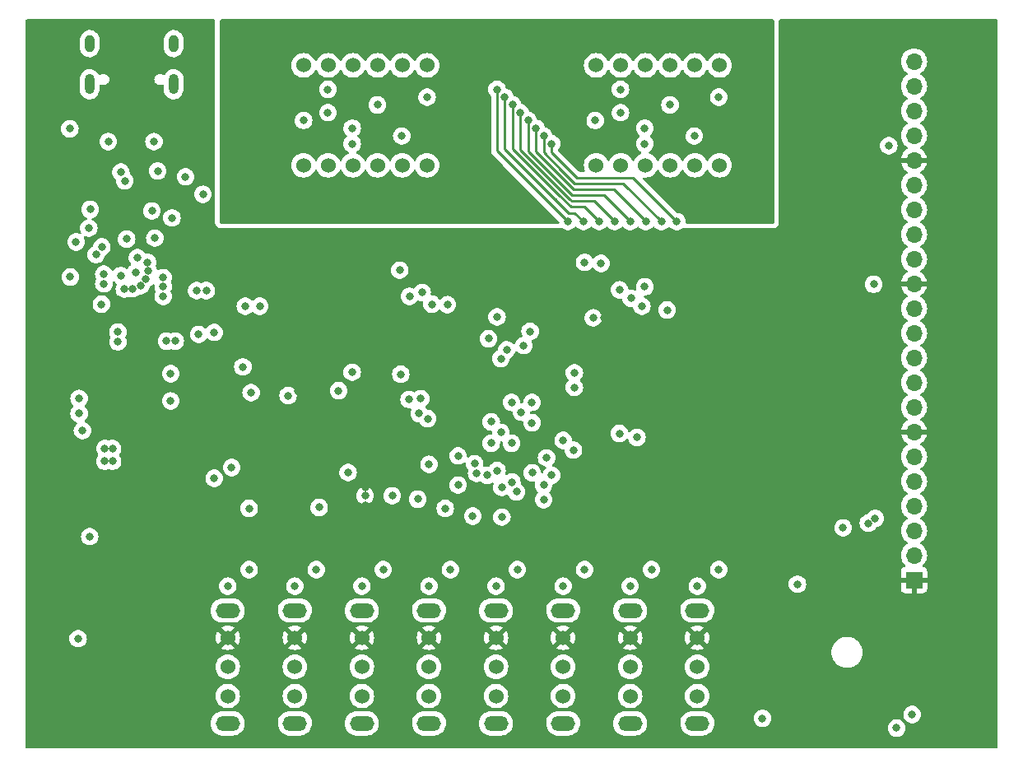
<source format=gbr>
%TF.GenerationSoftware,KiCad,Pcbnew,7.0.7*%
%TF.CreationDate,2023-11-08T14:01:29-08:00*%
%TF.ProjectId,ProgrammaGull_Sandpiper,50726f67-7261-46d6-9d61-47756c6c5f53,rev?*%
%TF.SameCoordinates,Original*%
%TF.FileFunction,Copper,L2,Inr*%
%TF.FilePolarity,Positive*%
%FSLAX46Y46*%
G04 Gerber Fmt 4.6, Leading zero omitted, Abs format (unit mm)*
G04 Created by KiCad (PCBNEW 7.0.7) date 2023-11-08 14:01:29*
%MOMM*%
%LPD*%
G01*
G04 APERTURE LIST*
%TA.AperFunction,ComponentPad*%
%ADD10C,1.524000*%
%TD*%
%TA.AperFunction,ComponentPad*%
%ADD11O,2.500000X1.524000*%
%TD*%
%TA.AperFunction,ComponentPad*%
%ADD12O,1.000000X2.100000*%
%TD*%
%TA.AperFunction,ComponentPad*%
%ADD13O,1.000000X1.800000*%
%TD*%
%TA.AperFunction,ComponentPad*%
%ADD14R,1.700000X1.700000*%
%TD*%
%TA.AperFunction,ComponentPad*%
%ADD15O,1.700000X1.700000*%
%TD*%
%TA.AperFunction,ViaPad*%
%ADD16C,0.800000*%
%TD*%
%TA.AperFunction,Conductor*%
%ADD17C,0.250000*%
%TD*%
G04 APERTURE END LIST*
D10*
%TO.N,+3V3*%
%TO.C,SW5*%
X59600000Y-88600000D03*
%TO.N,Net-(R10-Pad1)*%
X59600000Y-91600000D03*
%TO.N,GND*%
X59600000Y-94600000D03*
D11*
X59600000Y-85800000D03*
X59600000Y-97400000D03*
%TD*%
D10*
%TO.N,+3V3*%
%TO.C,SW4*%
X66500000Y-88600000D03*
%TO.N,Net-(R12-Pad1)*%
X66500000Y-91600000D03*
%TO.N,GND*%
X66500000Y-94600000D03*
D11*
X66500000Y-85800000D03*
X66500000Y-97400000D03*
%TD*%
D10*
%TO.N,+3V3*%
%TO.C,SW0*%
X94100000Y-88600000D03*
%TO.N,Net-(R20-Pad1)*%
X94100000Y-91600000D03*
%TO.N,GND*%
X94100000Y-94600000D03*
D11*
X94100000Y-85800000D03*
X94100000Y-97400000D03*
%TD*%
D12*
%TO.N,GND*%
%TO.C,P1*%
X40240000Y-31680000D03*
D13*
X40240000Y-27500000D03*
D12*
X31600000Y-31680000D03*
D13*
X31600000Y-27500000D03*
%TD*%
D10*
%TO.N,+3V3*%
%TO.C,SW2*%
X80300000Y-88600000D03*
%TO.N,Net-(R16-Pad1)*%
X80300000Y-91600000D03*
%TO.N,GND*%
X80300000Y-94600000D03*
D11*
X80300000Y-85800000D03*
X80300000Y-97400000D03*
%TD*%
D10*
%TO.N,+3V3*%
%TO.C,SW1*%
X87200000Y-88600000D03*
%TO.N,Net-(R18-Pad1)*%
X87200000Y-91600000D03*
%TO.N,GND*%
X87200000Y-94600000D03*
D11*
X87200000Y-85800000D03*
X87200000Y-97400000D03*
%TD*%
D10*
%TO.N,+3V3*%
%TO.C,SW6*%
X52700000Y-88600000D03*
%TO.N,Net-(R8-Pad1)*%
X52700000Y-91600000D03*
%TO.N,GND*%
X52700000Y-94600000D03*
D11*
X52700000Y-85800000D03*
X52700000Y-97400000D03*
%TD*%
D10*
%TO.N,+3V3*%
%TO.C,SW7*%
X45800000Y-88600000D03*
%TO.N,Net-(R6-Pad1)*%
X45800000Y-91600000D03*
%TO.N,GND*%
X45800000Y-94600000D03*
D11*
X45800000Y-85800000D03*
X45800000Y-97400000D03*
%TD*%
D10*
%TO.N,/UI_SEG_E*%
%TO.C,U8*%
X53600000Y-40000000D03*
%TO.N,/UI_SEG_D*%
X56140000Y-40000000D03*
%TO.N,/UI_SEG_DP*%
X58680000Y-40000000D03*
%TO.N,/UI_SEG_C*%
X61220000Y-40000000D03*
%TO.N,/UI_SEG_G*%
X63760000Y-40000000D03*
%TO.N,Net-(Q4-C)*%
X66300000Y-40000000D03*
%TO.N,/UI_SEG_B*%
X66300000Y-29740000D03*
%TO.N,Net-(Q3-C)*%
X63760000Y-29740000D03*
%TO.N,Net-(Q2-C)*%
X61220000Y-29740000D03*
%TO.N,/UI_SEG_F*%
X58680000Y-29740000D03*
%TO.N,/UI_SEG_A*%
X56140000Y-29740000D03*
%TO.N,Net-(Q1-C)*%
X53600000Y-29740000D03*
%TD*%
%TO.N,/UI_SEG_E*%
%TO.C,U10*%
X83700000Y-40000000D03*
%TO.N,/UI_SEG_D*%
X86240000Y-40000000D03*
%TO.N,/UI_SEG_DP*%
X88780000Y-40000000D03*
%TO.N,/UI_SEG_C*%
X91320000Y-40000000D03*
%TO.N,/UI_SEG_G*%
X93860000Y-40000000D03*
%TO.N,Net-(Q8-C)*%
X96400000Y-40000000D03*
%TO.N,/UI_SEG_B*%
X96400000Y-29740000D03*
%TO.N,Net-(Q7-C)*%
X93860000Y-29740000D03*
%TO.N,Net-(Q6-C)*%
X91320000Y-29740000D03*
%TO.N,/UI_SEG_F*%
X88780000Y-29740000D03*
%TO.N,/UI_SEG_A*%
X86240000Y-29740000D03*
%TO.N,Net-(Q5-C)*%
X83700000Y-29740000D03*
%TD*%
%TO.N,+3V3*%
%TO.C,SW3*%
X73400000Y-88600000D03*
%TO.N,Net-(R14-Pad1)*%
X73400000Y-91600000D03*
%TO.N,GND*%
X73400000Y-94600000D03*
D11*
X73400000Y-85800000D03*
X73400000Y-97400000D03*
%TD*%
D14*
%TO.N,+3V3*%
%TO.C,J4*%
X116397500Y-82670000D03*
D15*
%TO.N,/UI_ADC_SE_CHAN_3*%
X116397500Y-80130000D03*
%TO.N,/UI_ADC_SE_CHAN_2*%
X116397500Y-77590000D03*
%TO.N,/UI_ADC_SE_CHAN_1*%
X116397500Y-75050000D03*
%TO.N,/UI_ADC_SE_CHAN_0*%
X116397500Y-72510000D03*
%TO.N,GND*%
X116397500Y-69970000D03*
%TO.N,+3V3*%
X116397500Y-67430000D03*
%TO.N,GND*%
X116397500Y-64890000D03*
%TO.N,Net-(J4-Pin_9)*%
X116397500Y-62350000D03*
%TO.N,Net-(J4-Pin_10)*%
X116397500Y-59810000D03*
%TO.N,Net-(J4-Pin_11)*%
X116397500Y-57270000D03*
%TO.N,Net-(J4-Pin_12)*%
X116397500Y-54730000D03*
%TO.N,+3V3*%
X116397500Y-52190000D03*
%TO.N,/UI_GPIO0*%
X116397500Y-49650000D03*
%TO.N,GND*%
X116397500Y-47110000D03*
%TO.N,Net-(J4-Pin_16)*%
X116397500Y-44570000D03*
%TO.N,GND*%
X116397500Y-42030000D03*
%TO.N,+3V3*%
X116397500Y-39490000D03*
%TO.N,/UI_GPIO1*%
X116397500Y-36950000D03*
%TO.N,GND*%
X116397500Y-34410000D03*
%TO.N,Net-(J4-Pin_21)*%
X116397500Y-31870000D03*
%TO.N,GND*%
X116397500Y-29330000D03*
%TD*%
D16*
%TO.N,GND*%
X65350000Y-74350000D03*
%TO.N,/~{UI_7SEGSR_OE}*%
X68400000Y-54350000D03*
%TO.N,+1V2*%
X74000000Y-73150000D03*
X76250000Y-58550000D03*
%TO.N,GND*%
X29550000Y-36250000D03*
X47350000Y-60750000D03*
X112250000Y-52250000D03*
X81450000Y-62850000D03*
X81450000Y-61350000D03*
%TO.N,+3V3*%
X79900000Y-61350000D03*
%TO.N,GND*%
X113800000Y-38000000D03*
X58175000Y-71600000D03*
%TO.N,+3V3*%
X59725000Y-71650000D03*
X87900000Y-69600000D03*
%TO.N,GND*%
X87900000Y-68000000D03*
X86100000Y-67600000D03*
X31600000Y-78200000D03*
X30500000Y-64000000D03*
X30500000Y-65550000D03*
X30850000Y-67300000D03*
%TO.N,+3V3*%
X30150000Y-76650000D03*
X31000000Y-76650000D03*
X31850000Y-76650000D03*
X32700000Y-76650000D03*
X32350000Y-75550000D03*
X31500000Y-75550000D03*
X30650000Y-75550000D03*
X29800000Y-75550000D03*
X31550000Y-70350000D03*
X30950000Y-69250000D03*
%TO.N,GND*%
X33950000Y-70450000D03*
X33950000Y-69150000D03*
X33150000Y-70450000D03*
X33150000Y-69150000D03*
X68175500Y-75300000D03*
X62725000Y-74000000D03*
X59925000Y-74000000D03*
%TO.N,+3V3*%
X59925000Y-75000000D03*
X59925000Y-73100000D03*
%TO.N,GND*%
X74000000Y-76200000D03*
%TO.N,+3V3*%
X57600000Y-52200000D03*
%TO.N,/UI_SW2*%
X75500000Y-73600000D03*
%TO.N,/UI_SW1*%
X77121436Y-71646034D03*
%TO.N,/UI_SW0*%
X79100000Y-71900000D03*
%TO.N,/UI_SW3*%
X75027617Y-72596981D03*
%TO.N,/UI_SW5*%
X72500000Y-71900000D03*
%TO.N,/UI_SW4*%
X73500000Y-71400000D03*
%TO.N,/UI_SW6*%
X71400000Y-71700000D03*
%TO.N,/UI_SW7*%
X71200000Y-70700000D03*
%TO.N,GND*%
X71000000Y-76100000D03*
%TO.N,+3V3*%
X67100000Y-76300000D03*
X67100000Y-74300000D03*
X61175000Y-71100000D03*
%TO.N,GND*%
X69500000Y-72900000D03*
%TO.N,/UI_AUX_BUTTON*%
X44400000Y-72200000D03*
%TO.N,GND*%
X66500000Y-70775000D03*
%TO.N,+3V3*%
X68000000Y-69175000D03*
X48000000Y-69100000D03*
%TO.N,GND*%
X46200000Y-71100000D03*
X55200000Y-75200000D03*
%TO.N,+3V3*%
X55200000Y-70600000D03*
%TO.N,GND*%
X48000000Y-75300000D03*
X78300000Y-74400000D03*
X78300000Y-72900000D03*
%TO.N,+3V3*%
X76700000Y-72900000D03*
%TO.N,GND*%
X30400000Y-88700000D03*
%TO.N,+3V3*%
X36000000Y-87000000D03*
X36000000Y-93300000D03*
%TO.N,/UI_AUX_BUTTON*%
X69500000Y-69900000D03*
%TO.N,+3V3*%
X84200000Y-69200000D03*
X106400000Y-98800000D03*
X118100000Y-86900000D03*
%TO.N,GND*%
X104400000Y-83100000D03*
%TO.N,+3V3*%
X106400000Y-85100000D03*
X104600000Y-86900000D03*
X112600000Y-85200000D03*
X118200000Y-93200000D03*
%TO.N,GND*%
X116200000Y-96500000D03*
X114600000Y-97900000D03*
%TO.N,+3V3*%
X112600000Y-98800000D03*
%TO.N,GND*%
X100800000Y-96900000D03*
%TO.N,+3V3*%
X104600000Y-93200000D03*
%TO.N,GND*%
X109100000Y-77300000D03*
%TO.N,+3V3*%
X110000000Y-79800000D03*
%TO.N,+5V*%
X51300000Y-45400000D03*
X64550000Y-45400000D03*
X99900000Y-45400000D03*
X73700000Y-45500000D03*
X47500000Y-45400000D03*
X96100000Y-45400000D03*
X77500000Y-45400000D03*
X48200000Y-40200000D03*
X69800000Y-45400000D03*
%TO.N,GND*%
X39150000Y-53500000D03*
X83400000Y-55700000D03*
X80300000Y-83300000D03*
X35150000Y-52750000D03*
X38600000Y-40600000D03*
X39925000Y-64250000D03*
X39500000Y-58100000D03*
X41450000Y-41200000D03*
X37600000Y-50850000D03*
X75000000Y-64400000D03*
X37550000Y-50000000D03*
X45800000Y-83300000D03*
X35400000Y-47600000D03*
X38000000Y-44700000D03*
X43600000Y-52900000D03*
X36850000Y-52400000D03*
X36000000Y-52700000D03*
X73400000Y-83300000D03*
X47600000Y-54500000D03*
X87200000Y-83300000D03*
X52000000Y-63700000D03*
X36350000Y-51000000D03*
X52700000Y-83300000D03*
X75000000Y-68600000D03*
X29600000Y-51500000D03*
X40400000Y-58100000D03*
X91000000Y-54900000D03*
X34800000Y-51350000D03*
X38210000Y-37580000D03*
X76000000Y-65400000D03*
X37350000Y-51700000D03*
X34800000Y-40700000D03*
X49100000Y-54500000D03*
X58600000Y-61300000D03*
X82500000Y-50000000D03*
X112397500Y-76330000D03*
X39925000Y-61450000D03*
X66500000Y-83300000D03*
X32800000Y-54300000D03*
X36500000Y-49500000D03*
X94100000Y-83300000D03*
X31650000Y-44550000D03*
X57200000Y-63200000D03*
X63500000Y-50800000D03*
X33510000Y-37580000D03*
X40055497Y-45424500D03*
X111697500Y-76830000D03*
X43250000Y-43000000D03*
X73900000Y-67500000D03*
X77100000Y-64400000D03*
X77100000Y-66500000D03*
X72900000Y-66400000D03*
X42800000Y-57400000D03*
X63600000Y-61500000D03*
X76900000Y-57100000D03*
X35200000Y-41600000D03*
X72900000Y-68600000D03*
X59600000Y-83300000D03*
X73500000Y-55600000D03*
X84200000Y-50100000D03*
%TO.N,+3V3*%
X91000000Y-56800000D03*
X41950000Y-39350000D03*
X52100000Y-54000000D03*
X84500000Y-55700000D03*
X29750000Y-46350000D03*
X49600000Y-64700000D03*
X44050000Y-44050000D03*
X39150000Y-50250000D03*
X53000000Y-63200000D03*
X42000000Y-54500000D03*
X50100000Y-57300000D03*
X31500000Y-40100000D03*
X42700000Y-48950000D03*
X46200000Y-51650000D03*
X29650000Y-54650000D03*
X29600000Y-49700000D03*
X71200000Y-57800000D03*
X62300000Y-59600000D03*
X36600000Y-56900000D03*
%TO.N,/UI_RGBLED_B*%
X81362500Y-69300000D03*
X80300000Y-68300000D03*
%TO.N,/UI_SW7*%
X48000000Y-81600000D03*
%TO.N,/UI_SW6*%
X54900000Y-81600000D03*
%TO.N,/UI_SW5*%
X61800000Y-81600000D03*
%TO.N,/UI_SW4*%
X68700000Y-81600000D03*
%TO.N,/UI_SW3*%
X75600000Y-81600000D03*
%TO.N,/UI_SW2*%
X82500000Y-81600000D03*
%TO.N,/UI_SW1*%
X89400000Y-81600000D03*
%TO.N,/UI_SW0*%
X96300000Y-81600000D03*
%TO.N,/FLASH_CS*%
X65500000Y-65550000D03*
X32250000Y-49200000D03*
%TO.N,/EEPROM_SPI_DO*%
X42600000Y-52900000D03*
X44400000Y-57200000D03*
%TO.N,/FLASH_SCK*%
X64450000Y-64100000D03*
X31500000Y-46475500D03*
%TO.N,/UI_SEG_A*%
X56100000Y-32200000D03*
X80800000Y-45800000D03*
X86200000Y-32200000D03*
X73500000Y-32200000D03*
%TO.N,/UI_SEG_B*%
X74300000Y-33000000D03*
X96300000Y-33000000D03*
X66300000Y-33000000D03*
X82400000Y-45800000D03*
X66300000Y-33000000D03*
%TO.N,/UI_SEG_C*%
X61200000Y-33800000D03*
X84000000Y-45800000D03*
X75100000Y-33800000D03*
X91300000Y-33800000D03*
%TO.N,/UI_SEG_D*%
X56100000Y-34600000D03*
X75900000Y-34600000D03*
X86200000Y-34600000D03*
X85600000Y-45800000D03*
%TO.N,/UI_SEG_E*%
X53600000Y-35400000D03*
X87200000Y-45800000D03*
X76700000Y-35400000D03*
X83600000Y-35400000D03*
%TO.N,/UI_SEG_F*%
X77500000Y-36200000D03*
X88800000Y-45800000D03*
X88700000Y-36200000D03*
X58600000Y-36200000D03*
%TO.N,/UI_SEG_G*%
X63700000Y-37000000D03*
X90400000Y-45800000D03*
X93800000Y-37000000D03*
X78300000Y-37000000D03*
%TO.N,/UI_SEG_DP*%
X79100000Y-37800000D03*
X58600000Y-37800000D03*
X92000000Y-45800000D03*
X88700000Y-37800000D03*
%TO.N,/~{UI_7SEGSR_OE}*%
X72626378Y-57849024D03*
X88400000Y-54500000D03*
%TO.N,/UP5K_CDONE*%
X33050000Y-51200000D03*
X74500000Y-59000000D03*
%TO.N,/UP5K_CRESET*%
X73900000Y-59900000D03*
X33050000Y-52200000D03*
%TO.N,/UI_7SEGSR_CLK*%
X86100000Y-52824500D03*
X65800000Y-53100000D03*
%TO.N,/UI_7SEGSR_RCLK*%
X87300000Y-53700000D03*
X66800000Y-54300000D03*
%TO.N,/FLASH_MOSI*%
X65650000Y-64025500D03*
X32850000Y-48400000D03*
%TO.N,/FLASH_MISO*%
X30200000Y-47900000D03*
X66354143Y-66069079D03*
%TO.N,/CLK_12M*%
X78600000Y-70100000D03*
X38300000Y-47500000D03*
X48200000Y-63400000D03*
%TO.N,/UI_7SEG_SER_CARRY*%
X88700000Y-52500000D03*
X64500000Y-53500000D03*
%TO.N,Net-(U7-BCBUS4)*%
X39150000Y-51550000D03*
X34495800Y-57156794D03*
%TO.N,Net-(U7-BCBUS3)*%
X39150000Y-52500000D03*
X34500895Y-58176297D03*
%TD*%
D17*
%TO.N,/UI_SEG_A*%
X73500000Y-38500000D02*
X79350000Y-44350000D01*
X73500000Y-32200000D02*
X73500000Y-38500000D01*
X80800000Y-45800000D02*
X79350000Y-44350000D01*
X79350000Y-44350000D02*
X79100000Y-44100000D01*
%TO.N,/UI_SEG_B*%
X82400000Y-45800000D02*
X81500000Y-44900000D01*
X79800000Y-43800000D02*
X79500000Y-43500000D01*
X74300000Y-38300000D02*
X79800000Y-43800000D01*
X80900000Y-44900000D02*
X79800000Y-43800000D01*
X81500000Y-44900000D02*
X80900000Y-44900000D01*
X74300000Y-33000000D02*
X74300000Y-38300000D01*
%TO.N,/UI_SEG_C*%
X75100000Y-38300000D02*
X79800000Y-43000000D01*
X84000000Y-45800000D02*
X82500000Y-44300000D01*
X79800000Y-43000000D02*
X79700000Y-42900000D01*
X81100000Y-44300000D02*
X79800000Y-43000000D01*
X82500000Y-44300000D02*
X81100000Y-44300000D01*
X75100000Y-33800000D02*
X75100000Y-38300000D01*
%TO.N,/UI_SEG_D*%
X81000000Y-43500000D02*
X80050000Y-42550000D01*
X83500000Y-43700000D02*
X81200000Y-43700000D01*
X75900000Y-34600000D02*
X75900000Y-38400000D01*
X85600000Y-45800000D02*
X83500000Y-43700000D01*
X75900000Y-38400000D02*
X80050000Y-42550000D01*
X80050000Y-42550000D02*
X79800000Y-42300000D01*
X81200000Y-43700000D02*
X81000000Y-43500000D01*
%TO.N,/UI_SEG_E*%
X81068198Y-42931802D02*
X80168198Y-42031802D01*
X84500000Y-43100000D02*
X81236396Y-43100000D01*
X81236396Y-43100000D02*
X81068198Y-42931802D01*
X80168198Y-42031802D02*
X79836396Y-41700000D01*
X76700000Y-38563604D02*
X80168198Y-42031802D01*
X76700000Y-35400000D02*
X76700000Y-38563604D01*
X87200000Y-45800000D02*
X84500000Y-43100000D01*
%TO.N,/UI_SEG_F*%
X85500000Y-42500000D02*
X85200000Y-42500000D01*
X81400000Y-42500000D02*
X81250000Y-42350000D01*
X81250000Y-42350000D02*
X80000000Y-41100000D01*
X77500000Y-38600000D02*
X77500000Y-36200000D01*
X85200000Y-42500000D02*
X81400000Y-42500000D01*
X80000000Y-41100000D02*
X77500000Y-38600000D01*
X88800000Y-45800000D02*
X85500000Y-42500000D01*
%TO.N,/UI_SEG_G*%
X86500000Y-41900000D02*
X86400000Y-41900000D01*
X81300000Y-41700000D02*
X80100000Y-40500000D01*
X86400000Y-41900000D02*
X81500000Y-41900000D01*
X90400000Y-45800000D02*
X86500000Y-41900000D01*
X81500000Y-41900000D02*
X81300000Y-41700000D01*
X78300000Y-38700000D02*
X78300000Y-37000000D01*
X80100000Y-40500000D02*
X78300000Y-38700000D01*
%TO.N,/UI_SEG_DP*%
X80300000Y-39900000D02*
X80700000Y-40300000D01*
X87200000Y-41300000D02*
X81700000Y-41300000D01*
X87500000Y-41300000D02*
X87200000Y-41300000D01*
X80700000Y-40300000D02*
X81300000Y-40900000D01*
X79100000Y-38700000D02*
X80700000Y-40300000D01*
X81700000Y-41300000D02*
X81300000Y-40900000D01*
X92000000Y-45800000D02*
X87500000Y-41300000D01*
X79100000Y-37800000D02*
X79100000Y-38700000D01*
%TD*%
%TA.AperFunction,Conductor*%
%TO.N,+3V3*%
G36*
X44437539Y-25020185D02*
G01*
X44483294Y-25072989D01*
X44494500Y-25124500D01*
X44494500Y-29740000D01*
X44494500Y-32199998D01*
X44494500Y-32999998D01*
X44494500Y-33799998D01*
X44494500Y-34599998D01*
X44494500Y-35399998D01*
X44494500Y-37799998D01*
X44494500Y-40000000D01*
X44494500Y-45876000D01*
X44494501Y-45876009D01*
X44506052Y-45983450D01*
X44506054Y-45983462D01*
X44517260Y-46034972D01*
X44551383Y-46137497D01*
X44551386Y-46137503D01*
X44629171Y-46258537D01*
X44629179Y-46258548D01*
X44674923Y-46311340D01*
X44674926Y-46311343D01*
X44674930Y-46311347D01*
X44783664Y-46405567D01*
X44783667Y-46405568D01*
X44783668Y-46405569D01*
X44877925Y-46448616D01*
X44914541Y-46465338D01*
X44949149Y-46475500D01*
X44981575Y-46485022D01*
X44981580Y-46485023D01*
X44981584Y-46485024D01*
X45124000Y-46505500D01*
X45124003Y-46505500D01*
X79777844Y-46505500D01*
X79777845Y-46505500D01*
X79832011Y-46498237D01*
X79910997Y-46487647D01*
X79910998Y-46487646D01*
X79911003Y-46487646D01*
X79974025Y-46470437D01*
X80050528Y-46438105D01*
X80119939Y-46430141D01*
X80182640Y-46460968D01*
X80190945Y-46469352D01*
X80194128Y-46472887D01*
X80194129Y-46472888D01*
X80347265Y-46584148D01*
X80347270Y-46584151D01*
X80520192Y-46661142D01*
X80520197Y-46661144D01*
X80705354Y-46700500D01*
X80705355Y-46700500D01*
X80894644Y-46700500D01*
X80894646Y-46700500D01*
X81079803Y-46661144D01*
X81252730Y-46584151D01*
X81405871Y-46472888D01*
X81507850Y-46359628D01*
X81567337Y-46322980D01*
X81637194Y-46324311D01*
X81692150Y-46359629D01*
X81794129Y-46472888D01*
X81947265Y-46584148D01*
X81947270Y-46584151D01*
X82120192Y-46661142D01*
X82120197Y-46661144D01*
X82305354Y-46700500D01*
X82305355Y-46700500D01*
X82494644Y-46700500D01*
X82494646Y-46700500D01*
X82679803Y-46661144D01*
X82852730Y-46584151D01*
X83005871Y-46472888D01*
X83107850Y-46359628D01*
X83167337Y-46322980D01*
X83237194Y-46324311D01*
X83292150Y-46359629D01*
X83394129Y-46472888D01*
X83547265Y-46584148D01*
X83547270Y-46584151D01*
X83720192Y-46661142D01*
X83720197Y-46661144D01*
X83905354Y-46700500D01*
X83905355Y-46700500D01*
X84094644Y-46700500D01*
X84094646Y-46700500D01*
X84279803Y-46661144D01*
X84452730Y-46584151D01*
X84605871Y-46472888D01*
X84707850Y-46359628D01*
X84767337Y-46322980D01*
X84837194Y-46324311D01*
X84892150Y-46359629D01*
X84994129Y-46472888D01*
X85147265Y-46584148D01*
X85147270Y-46584151D01*
X85320192Y-46661142D01*
X85320197Y-46661144D01*
X85505354Y-46700500D01*
X85505355Y-46700500D01*
X85694644Y-46700500D01*
X85694646Y-46700500D01*
X85879803Y-46661144D01*
X86052730Y-46584151D01*
X86205871Y-46472888D01*
X86307850Y-46359628D01*
X86367337Y-46322980D01*
X86437194Y-46324311D01*
X86492150Y-46359629D01*
X86594129Y-46472888D01*
X86747265Y-46584148D01*
X86747270Y-46584151D01*
X86920192Y-46661142D01*
X86920197Y-46661144D01*
X87105354Y-46700500D01*
X87105355Y-46700500D01*
X87294644Y-46700500D01*
X87294646Y-46700500D01*
X87479803Y-46661144D01*
X87652730Y-46584151D01*
X87805871Y-46472888D01*
X87907850Y-46359628D01*
X87967337Y-46322980D01*
X88037194Y-46324311D01*
X88092150Y-46359629D01*
X88194129Y-46472888D01*
X88347265Y-46584148D01*
X88347270Y-46584151D01*
X88520192Y-46661142D01*
X88520197Y-46661144D01*
X88705354Y-46700500D01*
X88705355Y-46700500D01*
X88894644Y-46700500D01*
X88894646Y-46700500D01*
X89079803Y-46661144D01*
X89252730Y-46584151D01*
X89405871Y-46472888D01*
X89507850Y-46359628D01*
X89567337Y-46322980D01*
X89637194Y-46324311D01*
X89692150Y-46359629D01*
X89794129Y-46472888D01*
X89947265Y-46584148D01*
X89947270Y-46584151D01*
X90120192Y-46661142D01*
X90120197Y-46661144D01*
X90305354Y-46700500D01*
X90305355Y-46700500D01*
X90494644Y-46700500D01*
X90494646Y-46700500D01*
X90679803Y-46661144D01*
X90852730Y-46584151D01*
X91005871Y-46472888D01*
X91107850Y-46359628D01*
X91167337Y-46322980D01*
X91237194Y-46324311D01*
X91292150Y-46359629D01*
X91394129Y-46472888D01*
X91547265Y-46584148D01*
X91547270Y-46584151D01*
X91720192Y-46661142D01*
X91720197Y-46661144D01*
X91905354Y-46700500D01*
X91905355Y-46700500D01*
X92094644Y-46700500D01*
X92094646Y-46700500D01*
X92279803Y-46661144D01*
X92452730Y-46584151D01*
X92605871Y-46472888D01*
X92610063Y-46468232D01*
X92669544Y-46431582D01*
X92739402Y-46432908D01*
X92753720Y-46438404D01*
X92812696Y-46465338D01*
X92847304Y-46475500D01*
X92879730Y-46485022D01*
X92879735Y-46485023D01*
X92879739Y-46485024D01*
X93022155Y-46505500D01*
X93022158Y-46505500D01*
X101875990Y-46505500D01*
X101876000Y-46505500D01*
X101983456Y-46493947D01*
X102034967Y-46482741D01*
X102078553Y-46468234D01*
X102137497Y-46448616D01*
X102137501Y-46448613D01*
X102137504Y-46448613D01*
X102258543Y-46370825D01*
X102311347Y-46325070D01*
X102405567Y-46216336D01*
X102465338Y-46085459D01*
X102485023Y-46018420D01*
X102485024Y-46018416D01*
X102505500Y-45876000D01*
X102505500Y-38000000D01*
X112894540Y-38000000D01*
X112914326Y-38188256D01*
X112914327Y-38188259D01*
X112972818Y-38368277D01*
X112972821Y-38368284D01*
X113067467Y-38532216D01*
X113194129Y-38672888D01*
X113347265Y-38784148D01*
X113347270Y-38784151D01*
X113520192Y-38861142D01*
X113520197Y-38861144D01*
X113705354Y-38900500D01*
X113705355Y-38900500D01*
X113894644Y-38900500D01*
X113894646Y-38900500D01*
X114079803Y-38861144D01*
X114252730Y-38784151D01*
X114405871Y-38672888D01*
X114532533Y-38532216D01*
X114627179Y-38368284D01*
X114685674Y-38188256D01*
X114705460Y-38000000D01*
X114685674Y-37811744D01*
X114627179Y-37631716D01*
X114532533Y-37467784D01*
X114405871Y-37327112D01*
X114405870Y-37327111D01*
X114252734Y-37215851D01*
X114252729Y-37215848D01*
X114079807Y-37138857D01*
X114079802Y-37138855D01*
X113934001Y-37107865D01*
X113894646Y-37099500D01*
X113705354Y-37099500D01*
X113672897Y-37106398D01*
X113520197Y-37138855D01*
X113520192Y-37138857D01*
X113347270Y-37215848D01*
X113347265Y-37215851D01*
X113194129Y-37327111D01*
X113067466Y-37467785D01*
X112972821Y-37631715D01*
X112972818Y-37631722D01*
X112914327Y-37811740D01*
X112914326Y-37811744D01*
X112894540Y-38000000D01*
X102505500Y-38000000D01*
X102505500Y-25124500D01*
X102525185Y-25057461D01*
X102577989Y-25011706D01*
X102629500Y-25000500D01*
X124875500Y-25000500D01*
X124942539Y-25020185D01*
X124988294Y-25072989D01*
X124999500Y-25124500D01*
X124999500Y-99875500D01*
X124979815Y-99942539D01*
X124927011Y-99988294D01*
X124875500Y-99999500D01*
X25124500Y-99999500D01*
X25057461Y-99979815D01*
X25011706Y-99927011D01*
X25000500Y-99875500D01*
X25000500Y-97456871D01*
X44045673Y-97456871D01*
X44061018Y-97570154D01*
X44076178Y-97682070D01*
X44146405Y-97898202D01*
X44254093Y-98098320D01*
X44395782Y-98275993D01*
X44485756Y-98354600D01*
X44566922Y-98425512D01*
X44762008Y-98542071D01*
X44974771Y-98621922D01*
X45198369Y-98662500D01*
X45198373Y-98662500D01*
X46344693Y-98662500D01*
X46344699Y-98662500D01*
X46503810Y-98648179D01*
X46514340Y-98647232D01*
X46733392Y-98586778D01*
X46733397Y-98586775D01*
X46733404Y-98586774D01*
X46938153Y-98488172D01*
X47122005Y-98354596D01*
X47279052Y-98190338D01*
X47404246Y-98000677D01*
X47493562Y-97791711D01*
X47544131Y-97570154D01*
X47549219Y-97456871D01*
X50945673Y-97456871D01*
X50961018Y-97570154D01*
X50976178Y-97682070D01*
X51046405Y-97898202D01*
X51154093Y-98098320D01*
X51295782Y-98275993D01*
X51385756Y-98354600D01*
X51466922Y-98425512D01*
X51662008Y-98542071D01*
X51874770Y-98621921D01*
X51874771Y-98621922D01*
X52098369Y-98662500D01*
X52098373Y-98662500D01*
X53244693Y-98662500D01*
X53244699Y-98662500D01*
X53403810Y-98648179D01*
X53414340Y-98647232D01*
X53633392Y-98586778D01*
X53633397Y-98586775D01*
X53633404Y-98586774D01*
X53838153Y-98488172D01*
X54022005Y-98354596D01*
X54179052Y-98190338D01*
X54304246Y-98000677D01*
X54393562Y-97791711D01*
X54444131Y-97570154D01*
X54449219Y-97456871D01*
X57845673Y-97456871D01*
X57861018Y-97570154D01*
X57876178Y-97682070D01*
X57946405Y-97898202D01*
X58054093Y-98098320D01*
X58195782Y-98275993D01*
X58285756Y-98354600D01*
X58366922Y-98425512D01*
X58562008Y-98542071D01*
X58774771Y-98621921D01*
X58774771Y-98621922D01*
X58998369Y-98662500D01*
X58998373Y-98662500D01*
X60144693Y-98662500D01*
X60144699Y-98662500D01*
X60303810Y-98648179D01*
X60314340Y-98647232D01*
X60533392Y-98586778D01*
X60533397Y-98586775D01*
X60533404Y-98586774D01*
X60738153Y-98488172D01*
X60922005Y-98354596D01*
X61079052Y-98190338D01*
X61204246Y-98000677D01*
X61293562Y-97791711D01*
X61344131Y-97570154D01*
X61349219Y-97456871D01*
X64745673Y-97456871D01*
X64761018Y-97570154D01*
X64776178Y-97682070D01*
X64846405Y-97898202D01*
X64954093Y-98098320D01*
X65095782Y-98275993D01*
X65185756Y-98354600D01*
X65266922Y-98425512D01*
X65462008Y-98542071D01*
X65674770Y-98621922D01*
X65674771Y-98621922D01*
X65898369Y-98662500D01*
X65898373Y-98662500D01*
X67044693Y-98662500D01*
X67044699Y-98662500D01*
X67203810Y-98648179D01*
X67214340Y-98647232D01*
X67433392Y-98586778D01*
X67433397Y-98586775D01*
X67433404Y-98586774D01*
X67638153Y-98488172D01*
X67822005Y-98354596D01*
X67979052Y-98190338D01*
X68104246Y-98000677D01*
X68193562Y-97791711D01*
X68244131Y-97570154D01*
X68249219Y-97456871D01*
X71645673Y-97456871D01*
X71661018Y-97570154D01*
X71676178Y-97682070D01*
X71746405Y-97898202D01*
X71854093Y-98098320D01*
X71995782Y-98275993D01*
X72085756Y-98354600D01*
X72166922Y-98425512D01*
X72362008Y-98542071D01*
X72574771Y-98621922D01*
X72798369Y-98662500D01*
X72798373Y-98662500D01*
X73944693Y-98662500D01*
X73944699Y-98662500D01*
X74103810Y-98648179D01*
X74114340Y-98647232D01*
X74333392Y-98586778D01*
X74333397Y-98586775D01*
X74333404Y-98586774D01*
X74538153Y-98488172D01*
X74722005Y-98354596D01*
X74879052Y-98190338D01*
X75004246Y-98000677D01*
X75093562Y-97791711D01*
X75144131Y-97570154D01*
X75149219Y-97456871D01*
X78545673Y-97456871D01*
X78561018Y-97570154D01*
X78576178Y-97682070D01*
X78646405Y-97898202D01*
X78754093Y-98098320D01*
X78895782Y-98275993D01*
X78985756Y-98354600D01*
X79066922Y-98425512D01*
X79262008Y-98542071D01*
X79474770Y-98621922D01*
X79474771Y-98621922D01*
X79698369Y-98662500D01*
X79698373Y-98662500D01*
X80844693Y-98662500D01*
X80844699Y-98662500D01*
X81003810Y-98648179D01*
X81014340Y-98647232D01*
X81233392Y-98586778D01*
X81233397Y-98586775D01*
X81233404Y-98586774D01*
X81438153Y-98488172D01*
X81622005Y-98354596D01*
X81779052Y-98190338D01*
X81904246Y-98000677D01*
X81993562Y-97791711D01*
X82044131Y-97570154D01*
X82049219Y-97456871D01*
X85445673Y-97456871D01*
X85461018Y-97570154D01*
X85476178Y-97682070D01*
X85546405Y-97898202D01*
X85654093Y-98098320D01*
X85795782Y-98275993D01*
X85885756Y-98354600D01*
X85966922Y-98425512D01*
X86162008Y-98542071D01*
X86374771Y-98621922D01*
X86598369Y-98662500D01*
X86598373Y-98662500D01*
X87744693Y-98662500D01*
X87744699Y-98662500D01*
X87903810Y-98648179D01*
X87914340Y-98647232D01*
X88133392Y-98586778D01*
X88133397Y-98586775D01*
X88133404Y-98586774D01*
X88338153Y-98488172D01*
X88522005Y-98354596D01*
X88679052Y-98190338D01*
X88804246Y-98000677D01*
X88893562Y-97791711D01*
X88944131Y-97570154D01*
X88949219Y-97456871D01*
X92345673Y-97456871D01*
X92361018Y-97570154D01*
X92376178Y-97682070D01*
X92446405Y-97898202D01*
X92554093Y-98098320D01*
X92695782Y-98275993D01*
X92785756Y-98354600D01*
X92866922Y-98425512D01*
X93062008Y-98542071D01*
X93274770Y-98621921D01*
X93274771Y-98621922D01*
X93498369Y-98662500D01*
X93498373Y-98662500D01*
X94644693Y-98662500D01*
X94644699Y-98662500D01*
X94803810Y-98648179D01*
X94814340Y-98647232D01*
X95033392Y-98586778D01*
X95033397Y-98586775D01*
X95033404Y-98586774D01*
X95238153Y-98488172D01*
X95422005Y-98354596D01*
X95579052Y-98190338D01*
X95704246Y-98000677D01*
X95747277Y-97900000D01*
X113694540Y-97900000D01*
X113714326Y-98088256D01*
X113714327Y-98088259D01*
X113772818Y-98268277D01*
X113772821Y-98268284D01*
X113867467Y-98432216D01*
X113966381Y-98542071D01*
X113994129Y-98572888D01*
X114147265Y-98684148D01*
X114147270Y-98684151D01*
X114320192Y-98761142D01*
X114320197Y-98761144D01*
X114505354Y-98800500D01*
X114505355Y-98800500D01*
X114694644Y-98800500D01*
X114694646Y-98800500D01*
X114879803Y-98761144D01*
X115052730Y-98684151D01*
X115205871Y-98572888D01*
X115332533Y-98432216D01*
X115427179Y-98268284D01*
X115485674Y-98088256D01*
X115505460Y-97900000D01*
X115485674Y-97711744D01*
X115427179Y-97531716D01*
X115332533Y-97367784D01*
X115205871Y-97227112D01*
X115205870Y-97227111D01*
X115052734Y-97115851D01*
X115052729Y-97115848D01*
X114879807Y-97038857D01*
X114879802Y-97038855D01*
X114734001Y-97007865D01*
X114694646Y-96999500D01*
X114505354Y-96999500D01*
X114472897Y-97006398D01*
X114320197Y-97038855D01*
X114320192Y-97038857D01*
X114147270Y-97115848D01*
X114147265Y-97115851D01*
X113994129Y-97227111D01*
X113867466Y-97367785D01*
X113772821Y-97531715D01*
X113772818Y-97531722D01*
X113714327Y-97711740D01*
X113714326Y-97711744D01*
X113694540Y-97900000D01*
X95747277Y-97900000D01*
X95793562Y-97791711D01*
X95844131Y-97570154D01*
X95854327Y-97343129D01*
X95823822Y-97117932D01*
X95753596Y-96901800D01*
X95752627Y-96900000D01*
X99894540Y-96900000D01*
X99914326Y-97088256D01*
X99914327Y-97088259D01*
X99972818Y-97268277D01*
X99972821Y-97268284D01*
X100067467Y-97432216D01*
X100157063Y-97531722D01*
X100194129Y-97572888D01*
X100347265Y-97684148D01*
X100347270Y-97684151D01*
X100520192Y-97761142D01*
X100520197Y-97761144D01*
X100705354Y-97800500D01*
X100705355Y-97800500D01*
X100894644Y-97800500D01*
X100894646Y-97800500D01*
X101079803Y-97761144D01*
X101252730Y-97684151D01*
X101405871Y-97572888D01*
X101532533Y-97432216D01*
X101627179Y-97268284D01*
X101685674Y-97088256D01*
X101705460Y-96900000D01*
X101685674Y-96711744D01*
X101627179Y-96531716D01*
X101608868Y-96500000D01*
X115294540Y-96500000D01*
X115314326Y-96688256D01*
X115314327Y-96688259D01*
X115372818Y-96868277D01*
X115372821Y-96868284D01*
X115467467Y-97032216D01*
X115594128Y-97172887D01*
X115594129Y-97172888D01*
X115747265Y-97284148D01*
X115747270Y-97284151D01*
X115920192Y-97361142D01*
X115920197Y-97361144D01*
X116105354Y-97400500D01*
X116105355Y-97400500D01*
X116294644Y-97400500D01*
X116294646Y-97400500D01*
X116479803Y-97361144D01*
X116652730Y-97284151D01*
X116805871Y-97172888D01*
X116932533Y-97032216D01*
X117027179Y-96868284D01*
X117085674Y-96688256D01*
X117105460Y-96500000D01*
X117085674Y-96311744D01*
X117027179Y-96131716D01*
X116932533Y-95967784D01*
X116805871Y-95827112D01*
X116805870Y-95827111D01*
X116652734Y-95715851D01*
X116652729Y-95715848D01*
X116479807Y-95638857D01*
X116479802Y-95638855D01*
X116334001Y-95607865D01*
X116294646Y-95599500D01*
X116105354Y-95599500D01*
X116072897Y-95606398D01*
X115920197Y-95638855D01*
X115920192Y-95638857D01*
X115747270Y-95715848D01*
X115747265Y-95715851D01*
X115594129Y-95827111D01*
X115467466Y-95967785D01*
X115372821Y-96131715D01*
X115372818Y-96131722D01*
X115314327Y-96311740D01*
X115314326Y-96311744D01*
X115294540Y-96500000D01*
X101608868Y-96500000D01*
X101532533Y-96367784D01*
X101405871Y-96227112D01*
X101386760Y-96213227D01*
X101252734Y-96115851D01*
X101252729Y-96115848D01*
X101079807Y-96038857D01*
X101079802Y-96038855D01*
X100934001Y-96007865D01*
X100894646Y-95999500D01*
X100705354Y-95999500D01*
X100672897Y-96006398D01*
X100520197Y-96038855D01*
X100520192Y-96038857D01*
X100347270Y-96115848D01*
X100347265Y-96115851D01*
X100194129Y-96227111D01*
X100067466Y-96367785D01*
X99972821Y-96531715D01*
X99972818Y-96531722D01*
X99914327Y-96711740D01*
X99914326Y-96711744D01*
X99894540Y-96900000D01*
X95752627Y-96900000D01*
X95645908Y-96701681D01*
X95572525Y-96609662D01*
X95504217Y-96524006D01*
X95333084Y-96374493D01*
X95333082Y-96374491D01*
X95333078Y-96374488D01*
X95284306Y-96345348D01*
X95137998Y-96257932D01*
X95137995Y-96257930D01*
X95137992Y-96257929D01*
X95018868Y-96213221D01*
X94925228Y-96178077D01*
X94701631Y-96137500D01*
X94701627Y-96137500D01*
X93555301Y-96137500D01*
X93523714Y-96140342D01*
X93385659Y-96152767D01*
X93166607Y-96213221D01*
X93166592Y-96213227D01*
X92961853Y-96311824D01*
X92961845Y-96311828D01*
X92778000Y-96445399D01*
X92777992Y-96445405D01*
X92620949Y-96609660D01*
X92495755Y-96799319D01*
X92406438Y-97008290D01*
X92406435Y-97008299D01*
X92355870Y-97229840D01*
X92355868Y-97229851D01*
X92346780Y-97432214D01*
X92345673Y-97456871D01*
X88949219Y-97456871D01*
X88954327Y-97343129D01*
X88923822Y-97117932D01*
X88853596Y-96901800D01*
X88745908Y-96701681D01*
X88672525Y-96609662D01*
X88604217Y-96524006D01*
X88433084Y-96374493D01*
X88433082Y-96374491D01*
X88433078Y-96374488D01*
X88384306Y-96345348D01*
X88237998Y-96257932D01*
X88237995Y-96257930D01*
X88237992Y-96257929D01*
X88118868Y-96213221D01*
X88025228Y-96178077D01*
X87801631Y-96137500D01*
X87801627Y-96137500D01*
X86655301Y-96137500D01*
X86623714Y-96140342D01*
X86485659Y-96152767D01*
X86266607Y-96213221D01*
X86266592Y-96213227D01*
X86061853Y-96311824D01*
X86061845Y-96311828D01*
X85878000Y-96445399D01*
X85877992Y-96445405D01*
X85720949Y-96609660D01*
X85595755Y-96799319D01*
X85506438Y-97008290D01*
X85506435Y-97008299D01*
X85455870Y-97229840D01*
X85455868Y-97229851D01*
X85446780Y-97432214D01*
X85445673Y-97456871D01*
X82049219Y-97456871D01*
X82054327Y-97343129D01*
X82023822Y-97117932D01*
X81953596Y-96901800D01*
X81845908Y-96701681D01*
X81772525Y-96609662D01*
X81704217Y-96524006D01*
X81533084Y-96374493D01*
X81533082Y-96374491D01*
X81533078Y-96374488D01*
X81484306Y-96345348D01*
X81337998Y-96257932D01*
X81337995Y-96257930D01*
X81337992Y-96257929D01*
X81218868Y-96213221D01*
X81125228Y-96178077D01*
X80901631Y-96137500D01*
X80901627Y-96137500D01*
X79755301Y-96137500D01*
X79723714Y-96140342D01*
X79585659Y-96152767D01*
X79366607Y-96213221D01*
X79366592Y-96213227D01*
X79161853Y-96311824D01*
X79161845Y-96311828D01*
X78978000Y-96445399D01*
X78977992Y-96445405D01*
X78820949Y-96609660D01*
X78695755Y-96799319D01*
X78606438Y-97008290D01*
X78606435Y-97008299D01*
X78555870Y-97229840D01*
X78555868Y-97229851D01*
X78546780Y-97432214D01*
X78545673Y-97456871D01*
X75149219Y-97456871D01*
X75154327Y-97343129D01*
X75123822Y-97117932D01*
X75053596Y-96901800D01*
X74945908Y-96701681D01*
X74872525Y-96609662D01*
X74804217Y-96524006D01*
X74633084Y-96374493D01*
X74633082Y-96374491D01*
X74633078Y-96374488D01*
X74584306Y-96345348D01*
X74437998Y-96257932D01*
X74437995Y-96257930D01*
X74437992Y-96257929D01*
X74318868Y-96213221D01*
X74225228Y-96178077D01*
X74001631Y-96137500D01*
X74001627Y-96137500D01*
X72855301Y-96137500D01*
X72823714Y-96140342D01*
X72685659Y-96152767D01*
X72466607Y-96213221D01*
X72466592Y-96213227D01*
X72261853Y-96311824D01*
X72261845Y-96311828D01*
X72078000Y-96445399D01*
X72077992Y-96445405D01*
X71920949Y-96609660D01*
X71795755Y-96799319D01*
X71706438Y-97008290D01*
X71706435Y-97008299D01*
X71655870Y-97229840D01*
X71655868Y-97229851D01*
X71646780Y-97432214D01*
X71645673Y-97456871D01*
X68249219Y-97456871D01*
X68254327Y-97343129D01*
X68223822Y-97117932D01*
X68153596Y-96901800D01*
X68045908Y-96701681D01*
X67972525Y-96609662D01*
X67904217Y-96524006D01*
X67733084Y-96374493D01*
X67733082Y-96374491D01*
X67733078Y-96374488D01*
X67684306Y-96345348D01*
X67537998Y-96257932D01*
X67537995Y-96257930D01*
X67537992Y-96257929D01*
X67418868Y-96213221D01*
X67325228Y-96178077D01*
X67101631Y-96137500D01*
X67101627Y-96137500D01*
X65955301Y-96137500D01*
X65923714Y-96140342D01*
X65785659Y-96152767D01*
X65566607Y-96213221D01*
X65566592Y-96213227D01*
X65361853Y-96311824D01*
X65361845Y-96311828D01*
X65178000Y-96445399D01*
X65177992Y-96445405D01*
X65020949Y-96609660D01*
X64895755Y-96799319D01*
X64806438Y-97008290D01*
X64806435Y-97008299D01*
X64755870Y-97229840D01*
X64755868Y-97229851D01*
X64746780Y-97432214D01*
X64745673Y-97456871D01*
X61349219Y-97456871D01*
X61354327Y-97343129D01*
X61323822Y-97117932D01*
X61253596Y-96901800D01*
X61145908Y-96701681D01*
X61072525Y-96609662D01*
X61004217Y-96524006D01*
X60833084Y-96374493D01*
X60833082Y-96374491D01*
X60833078Y-96374488D01*
X60784306Y-96345348D01*
X60637998Y-96257932D01*
X60637995Y-96257930D01*
X60637992Y-96257929D01*
X60518868Y-96213221D01*
X60425228Y-96178077D01*
X60201631Y-96137500D01*
X60201627Y-96137500D01*
X59055301Y-96137500D01*
X59023714Y-96140342D01*
X58885659Y-96152767D01*
X58666607Y-96213221D01*
X58666592Y-96213227D01*
X58461853Y-96311824D01*
X58461845Y-96311828D01*
X58278000Y-96445399D01*
X58277992Y-96445405D01*
X58120949Y-96609660D01*
X57995755Y-96799319D01*
X57906438Y-97008290D01*
X57906435Y-97008299D01*
X57855870Y-97229840D01*
X57855868Y-97229851D01*
X57846780Y-97432214D01*
X57845673Y-97456871D01*
X54449219Y-97456871D01*
X54454327Y-97343129D01*
X54423822Y-97117932D01*
X54353596Y-96901800D01*
X54245908Y-96701681D01*
X54172525Y-96609662D01*
X54104217Y-96524006D01*
X53933084Y-96374493D01*
X53933082Y-96374491D01*
X53933078Y-96374488D01*
X53884306Y-96345348D01*
X53737998Y-96257932D01*
X53737995Y-96257930D01*
X53737992Y-96257929D01*
X53618868Y-96213221D01*
X53525228Y-96178077D01*
X53301631Y-96137500D01*
X53301627Y-96137500D01*
X52155301Y-96137500D01*
X52123714Y-96140342D01*
X51985659Y-96152767D01*
X51766607Y-96213221D01*
X51766592Y-96213227D01*
X51561853Y-96311824D01*
X51561845Y-96311828D01*
X51378000Y-96445399D01*
X51377992Y-96445405D01*
X51220949Y-96609660D01*
X51095755Y-96799319D01*
X51006438Y-97008290D01*
X51006435Y-97008299D01*
X50955870Y-97229840D01*
X50955868Y-97229851D01*
X50946780Y-97432214D01*
X50945673Y-97456871D01*
X47549219Y-97456871D01*
X47554327Y-97343129D01*
X47523822Y-97117932D01*
X47453596Y-96901800D01*
X47345908Y-96701681D01*
X47272525Y-96609662D01*
X47204217Y-96524006D01*
X47033084Y-96374493D01*
X47033082Y-96374491D01*
X47033078Y-96374488D01*
X46984306Y-96345348D01*
X46837998Y-96257932D01*
X46837995Y-96257930D01*
X46837992Y-96257929D01*
X46718868Y-96213221D01*
X46625228Y-96178077D01*
X46401631Y-96137500D01*
X46401627Y-96137500D01*
X45255301Y-96137500D01*
X45223714Y-96140342D01*
X45085659Y-96152767D01*
X44866607Y-96213221D01*
X44866592Y-96213227D01*
X44661853Y-96311824D01*
X44661845Y-96311828D01*
X44478000Y-96445399D01*
X44477992Y-96445405D01*
X44320949Y-96609660D01*
X44195755Y-96799319D01*
X44106438Y-97008290D01*
X44106435Y-97008299D01*
X44055870Y-97229840D01*
X44055868Y-97229851D01*
X44046780Y-97432214D01*
X44045673Y-97456871D01*
X25000500Y-97456871D01*
X25000500Y-94600002D01*
X44532677Y-94600002D01*
X44551929Y-94820062D01*
X44551930Y-94820070D01*
X44609104Y-95033445D01*
X44609105Y-95033447D01*
X44609106Y-95033450D01*
X44702466Y-95233662D01*
X44702468Y-95233666D01*
X44829170Y-95414615D01*
X44829175Y-95414621D01*
X44985378Y-95570824D01*
X44985384Y-95570829D01*
X45166333Y-95697531D01*
X45166335Y-95697532D01*
X45166338Y-95697534D01*
X45366550Y-95790894D01*
X45579932Y-95848070D01*
X45737123Y-95861822D01*
X45799998Y-95867323D01*
X45800000Y-95867323D01*
X45800002Y-95867323D01*
X45855017Y-95862509D01*
X46020068Y-95848070D01*
X46233450Y-95790894D01*
X46433662Y-95697534D01*
X46614620Y-95570826D01*
X46770826Y-95414620D01*
X46897534Y-95233662D01*
X46990894Y-95033450D01*
X47048070Y-94820068D01*
X47067323Y-94600002D01*
X51432677Y-94600002D01*
X51451929Y-94820062D01*
X51451930Y-94820070D01*
X51509104Y-95033445D01*
X51509105Y-95033447D01*
X51509106Y-95033450D01*
X51602465Y-95233662D01*
X51602466Y-95233662D01*
X51602468Y-95233666D01*
X51729170Y-95414615D01*
X51729175Y-95414621D01*
X51885378Y-95570824D01*
X51885384Y-95570829D01*
X52066333Y-95697531D01*
X52066335Y-95697532D01*
X52066338Y-95697534D01*
X52266550Y-95790894D01*
X52479932Y-95848070D01*
X52637123Y-95861822D01*
X52699998Y-95867323D01*
X52700000Y-95867323D01*
X52700002Y-95867323D01*
X52755016Y-95862509D01*
X52920068Y-95848070D01*
X53133450Y-95790894D01*
X53333662Y-95697534D01*
X53514620Y-95570826D01*
X53670826Y-95414620D01*
X53797534Y-95233662D01*
X53890894Y-95033450D01*
X53948070Y-94820068D01*
X53967323Y-94600002D01*
X58332677Y-94600002D01*
X58351929Y-94820062D01*
X58351930Y-94820070D01*
X58409104Y-95033445D01*
X58409105Y-95033447D01*
X58409106Y-95033450D01*
X58502465Y-95233662D01*
X58502466Y-95233662D01*
X58502468Y-95233666D01*
X58629170Y-95414615D01*
X58629175Y-95414621D01*
X58785378Y-95570824D01*
X58785384Y-95570829D01*
X58966333Y-95697531D01*
X58966335Y-95697532D01*
X58966338Y-95697534D01*
X59166550Y-95790894D01*
X59379932Y-95848070D01*
X59537123Y-95861822D01*
X59599998Y-95867323D01*
X59600000Y-95867323D01*
X59600002Y-95867323D01*
X59655016Y-95862509D01*
X59820068Y-95848070D01*
X60033450Y-95790894D01*
X60233662Y-95697534D01*
X60414620Y-95570826D01*
X60570826Y-95414620D01*
X60697534Y-95233662D01*
X60790894Y-95033450D01*
X60848070Y-94820068D01*
X60867323Y-94600002D01*
X65232677Y-94600002D01*
X65251929Y-94820062D01*
X65251930Y-94820070D01*
X65309104Y-95033445D01*
X65309105Y-95033447D01*
X65309106Y-95033450D01*
X65402465Y-95233662D01*
X65402466Y-95233662D01*
X65402468Y-95233666D01*
X65529170Y-95414615D01*
X65529175Y-95414621D01*
X65685378Y-95570824D01*
X65685384Y-95570829D01*
X65866333Y-95697531D01*
X65866335Y-95697532D01*
X65866338Y-95697534D01*
X66066550Y-95790894D01*
X66279932Y-95848070D01*
X66437123Y-95861822D01*
X66499998Y-95867323D01*
X66500000Y-95867323D01*
X66500002Y-95867323D01*
X66555017Y-95862509D01*
X66720068Y-95848070D01*
X66933450Y-95790894D01*
X67133662Y-95697534D01*
X67314620Y-95570826D01*
X67470826Y-95414620D01*
X67597534Y-95233662D01*
X67690894Y-95033450D01*
X67748070Y-94820068D01*
X67767323Y-94600002D01*
X72132677Y-94600002D01*
X72151929Y-94820062D01*
X72151930Y-94820070D01*
X72209104Y-95033445D01*
X72209105Y-95033447D01*
X72209106Y-95033450D01*
X72302465Y-95233662D01*
X72302466Y-95233662D01*
X72302468Y-95233666D01*
X72429170Y-95414615D01*
X72429175Y-95414621D01*
X72585378Y-95570824D01*
X72585384Y-95570829D01*
X72766333Y-95697531D01*
X72766335Y-95697532D01*
X72766338Y-95697534D01*
X72966550Y-95790894D01*
X73179932Y-95848070D01*
X73337123Y-95861822D01*
X73399998Y-95867323D01*
X73400000Y-95867323D01*
X73400002Y-95867323D01*
X73455017Y-95862509D01*
X73620068Y-95848070D01*
X73833450Y-95790894D01*
X74033662Y-95697534D01*
X74214620Y-95570826D01*
X74370826Y-95414620D01*
X74497534Y-95233662D01*
X74590894Y-95033450D01*
X74648070Y-94820068D01*
X74667323Y-94600002D01*
X79032677Y-94600002D01*
X79051929Y-94820062D01*
X79051930Y-94820070D01*
X79109104Y-95033445D01*
X79109105Y-95033447D01*
X79109106Y-95033450D01*
X79202466Y-95233661D01*
X79202466Y-95233662D01*
X79202468Y-95233666D01*
X79329170Y-95414615D01*
X79329175Y-95414621D01*
X79485378Y-95570824D01*
X79485384Y-95570829D01*
X79666333Y-95697531D01*
X79666335Y-95697532D01*
X79666338Y-95697534D01*
X79866550Y-95790894D01*
X80079932Y-95848070D01*
X80237123Y-95861822D01*
X80299998Y-95867323D01*
X80300000Y-95867323D01*
X80300002Y-95867323D01*
X80355016Y-95862509D01*
X80520068Y-95848070D01*
X80733450Y-95790894D01*
X80933662Y-95697534D01*
X81114620Y-95570826D01*
X81270826Y-95414620D01*
X81397534Y-95233662D01*
X81490894Y-95033450D01*
X81548070Y-94820068D01*
X81567323Y-94600002D01*
X85932677Y-94600002D01*
X85951929Y-94820062D01*
X85951930Y-94820070D01*
X86009104Y-95033445D01*
X86009105Y-95033447D01*
X86009106Y-95033450D01*
X86102466Y-95233661D01*
X86102466Y-95233662D01*
X86102468Y-95233666D01*
X86229170Y-95414615D01*
X86229175Y-95414621D01*
X86385378Y-95570824D01*
X86385384Y-95570829D01*
X86566333Y-95697531D01*
X86566335Y-95697532D01*
X86566338Y-95697534D01*
X86766550Y-95790894D01*
X86979932Y-95848070D01*
X87137123Y-95861822D01*
X87199998Y-95867323D01*
X87200000Y-95867323D01*
X87200002Y-95867323D01*
X87255017Y-95862509D01*
X87420068Y-95848070D01*
X87633450Y-95790894D01*
X87833662Y-95697534D01*
X88014620Y-95570826D01*
X88170826Y-95414620D01*
X88297534Y-95233662D01*
X88390894Y-95033450D01*
X88448070Y-94820068D01*
X88467323Y-94600002D01*
X92832677Y-94600002D01*
X92851929Y-94820062D01*
X92851930Y-94820070D01*
X92909104Y-95033445D01*
X92909105Y-95033447D01*
X92909106Y-95033450D01*
X93002466Y-95233661D01*
X93002466Y-95233662D01*
X93002468Y-95233666D01*
X93129170Y-95414615D01*
X93129175Y-95414621D01*
X93285378Y-95570824D01*
X93285384Y-95570829D01*
X93466333Y-95697531D01*
X93466335Y-95697532D01*
X93466338Y-95697534D01*
X93666550Y-95790894D01*
X93879932Y-95848070D01*
X94037123Y-95861822D01*
X94099998Y-95867323D01*
X94100000Y-95867323D01*
X94100002Y-95867323D01*
X94155017Y-95862509D01*
X94320068Y-95848070D01*
X94533450Y-95790894D01*
X94733662Y-95697534D01*
X94914620Y-95570826D01*
X95070826Y-95414620D01*
X95197534Y-95233662D01*
X95290894Y-95033450D01*
X95348070Y-94820068D01*
X95367323Y-94600000D01*
X95348070Y-94379932D01*
X95290894Y-94166550D01*
X95197534Y-93966339D01*
X95070826Y-93785380D01*
X94914620Y-93629174D01*
X94914616Y-93629171D01*
X94914615Y-93629170D01*
X94733666Y-93502468D01*
X94733662Y-93502466D01*
X94733660Y-93502465D01*
X94533450Y-93409106D01*
X94533447Y-93409105D01*
X94533445Y-93409104D01*
X94320070Y-93351930D01*
X94320062Y-93351929D01*
X94100002Y-93332677D01*
X94099998Y-93332677D01*
X93879937Y-93351929D01*
X93879929Y-93351930D01*
X93666554Y-93409104D01*
X93666548Y-93409107D01*
X93466340Y-93502465D01*
X93466338Y-93502466D01*
X93285377Y-93629175D01*
X93129175Y-93785377D01*
X93002466Y-93966338D01*
X93002465Y-93966340D01*
X92909107Y-94166548D01*
X92909104Y-94166554D01*
X92851930Y-94379929D01*
X92851929Y-94379937D01*
X92832677Y-94599997D01*
X92832677Y-94600002D01*
X88467323Y-94600002D01*
X88467323Y-94600000D01*
X88448070Y-94379932D01*
X88390894Y-94166550D01*
X88297534Y-93966339D01*
X88170826Y-93785380D01*
X88014620Y-93629174D01*
X88014616Y-93629171D01*
X88014615Y-93629170D01*
X87833666Y-93502468D01*
X87833662Y-93502466D01*
X87833660Y-93502465D01*
X87633450Y-93409106D01*
X87633447Y-93409105D01*
X87633445Y-93409104D01*
X87420070Y-93351930D01*
X87420062Y-93351929D01*
X87200002Y-93332677D01*
X87199998Y-93332677D01*
X86979937Y-93351929D01*
X86979929Y-93351930D01*
X86766554Y-93409104D01*
X86766548Y-93409107D01*
X86566340Y-93502465D01*
X86566338Y-93502466D01*
X86385377Y-93629175D01*
X86229175Y-93785377D01*
X86102466Y-93966338D01*
X86102465Y-93966340D01*
X86009107Y-94166548D01*
X86009104Y-94166554D01*
X85951930Y-94379929D01*
X85951929Y-94379937D01*
X85932677Y-94599997D01*
X85932677Y-94600002D01*
X81567323Y-94600002D01*
X81567323Y-94600000D01*
X81548070Y-94379932D01*
X81490894Y-94166550D01*
X81397534Y-93966339D01*
X81270826Y-93785380D01*
X81114620Y-93629174D01*
X81114616Y-93629171D01*
X81114615Y-93629170D01*
X80933666Y-93502468D01*
X80933662Y-93502466D01*
X80933660Y-93502465D01*
X80733450Y-93409106D01*
X80733447Y-93409105D01*
X80733445Y-93409104D01*
X80520070Y-93351930D01*
X80520062Y-93351929D01*
X80300002Y-93332677D01*
X80299998Y-93332677D01*
X80079937Y-93351929D01*
X80079929Y-93351930D01*
X79866554Y-93409104D01*
X79866548Y-93409107D01*
X79666340Y-93502465D01*
X79666338Y-93502466D01*
X79485377Y-93629175D01*
X79329175Y-93785377D01*
X79202466Y-93966338D01*
X79202465Y-93966340D01*
X79109107Y-94166548D01*
X79109104Y-94166554D01*
X79051930Y-94379929D01*
X79051929Y-94379937D01*
X79032677Y-94599997D01*
X79032677Y-94600002D01*
X74667323Y-94600002D01*
X74667323Y-94600000D01*
X74648070Y-94379932D01*
X74590894Y-94166550D01*
X74497534Y-93966339D01*
X74370826Y-93785380D01*
X74214620Y-93629174D01*
X74214616Y-93629171D01*
X74214615Y-93629170D01*
X74033666Y-93502468D01*
X74033662Y-93502466D01*
X74033660Y-93502465D01*
X73833450Y-93409106D01*
X73833447Y-93409105D01*
X73833445Y-93409104D01*
X73620070Y-93351930D01*
X73620062Y-93351929D01*
X73400002Y-93332677D01*
X73399998Y-93332677D01*
X73179937Y-93351929D01*
X73179929Y-93351930D01*
X72966554Y-93409104D01*
X72966548Y-93409107D01*
X72766340Y-93502465D01*
X72766338Y-93502466D01*
X72585377Y-93629175D01*
X72429175Y-93785377D01*
X72302466Y-93966338D01*
X72302465Y-93966340D01*
X72209107Y-94166548D01*
X72209104Y-94166554D01*
X72151930Y-94379929D01*
X72151929Y-94379937D01*
X72132677Y-94599997D01*
X72132677Y-94600002D01*
X67767323Y-94600002D01*
X67767323Y-94600000D01*
X67748070Y-94379932D01*
X67690894Y-94166550D01*
X67597534Y-93966339D01*
X67470826Y-93785380D01*
X67314620Y-93629174D01*
X67314616Y-93629171D01*
X67314615Y-93629170D01*
X67133666Y-93502468D01*
X67133662Y-93502466D01*
X67133660Y-93502465D01*
X66933450Y-93409106D01*
X66933447Y-93409105D01*
X66933445Y-93409104D01*
X66720070Y-93351930D01*
X66720062Y-93351929D01*
X66500002Y-93332677D01*
X66499998Y-93332677D01*
X66279937Y-93351929D01*
X66279929Y-93351930D01*
X66066554Y-93409104D01*
X66066548Y-93409107D01*
X65866340Y-93502465D01*
X65866338Y-93502466D01*
X65685377Y-93629175D01*
X65529175Y-93785377D01*
X65402466Y-93966338D01*
X65402465Y-93966340D01*
X65309107Y-94166548D01*
X65309104Y-94166554D01*
X65251930Y-94379929D01*
X65251929Y-94379937D01*
X65232677Y-94599997D01*
X65232677Y-94600002D01*
X60867323Y-94600002D01*
X60867323Y-94600000D01*
X60848070Y-94379932D01*
X60790894Y-94166550D01*
X60697534Y-93966339D01*
X60570826Y-93785380D01*
X60414620Y-93629174D01*
X60414616Y-93629171D01*
X60414615Y-93629170D01*
X60233666Y-93502468D01*
X60233662Y-93502466D01*
X60233660Y-93502465D01*
X60033450Y-93409106D01*
X60033447Y-93409105D01*
X60033445Y-93409104D01*
X59820070Y-93351930D01*
X59820062Y-93351929D01*
X59600002Y-93332677D01*
X59599998Y-93332677D01*
X59379937Y-93351929D01*
X59379929Y-93351930D01*
X59166554Y-93409104D01*
X59166548Y-93409107D01*
X58966340Y-93502465D01*
X58966338Y-93502466D01*
X58785377Y-93629175D01*
X58629175Y-93785377D01*
X58502466Y-93966338D01*
X58502465Y-93966340D01*
X58409107Y-94166548D01*
X58409104Y-94166554D01*
X58351930Y-94379929D01*
X58351929Y-94379937D01*
X58332677Y-94599997D01*
X58332677Y-94600002D01*
X53967323Y-94600002D01*
X53967323Y-94600000D01*
X53948070Y-94379932D01*
X53890894Y-94166550D01*
X53797534Y-93966339D01*
X53670826Y-93785380D01*
X53514620Y-93629174D01*
X53514616Y-93629171D01*
X53514615Y-93629170D01*
X53333666Y-93502468D01*
X53333662Y-93502466D01*
X53333660Y-93502465D01*
X53133450Y-93409106D01*
X53133447Y-93409105D01*
X53133445Y-93409104D01*
X52920070Y-93351930D01*
X52920062Y-93351929D01*
X52700002Y-93332677D01*
X52699998Y-93332677D01*
X52479937Y-93351929D01*
X52479929Y-93351930D01*
X52266554Y-93409104D01*
X52266548Y-93409107D01*
X52066340Y-93502465D01*
X52066338Y-93502466D01*
X51885377Y-93629175D01*
X51729175Y-93785377D01*
X51602466Y-93966338D01*
X51602465Y-93966340D01*
X51509107Y-94166548D01*
X51509104Y-94166554D01*
X51451930Y-94379929D01*
X51451929Y-94379937D01*
X51432677Y-94599997D01*
X51432677Y-94600002D01*
X47067323Y-94600002D01*
X47067323Y-94600000D01*
X47048070Y-94379932D01*
X46990894Y-94166550D01*
X46897534Y-93966339D01*
X46770826Y-93785380D01*
X46614620Y-93629174D01*
X46614616Y-93629171D01*
X46614615Y-93629170D01*
X46433666Y-93502468D01*
X46433662Y-93502466D01*
X46433660Y-93502465D01*
X46233450Y-93409106D01*
X46233447Y-93409105D01*
X46233445Y-93409104D01*
X46020070Y-93351930D01*
X46020062Y-93351929D01*
X45800002Y-93332677D01*
X45799998Y-93332677D01*
X45579937Y-93351929D01*
X45579929Y-93351930D01*
X45366554Y-93409104D01*
X45366548Y-93409107D01*
X45166340Y-93502465D01*
X45166338Y-93502466D01*
X44985377Y-93629175D01*
X44829175Y-93785377D01*
X44702466Y-93966338D01*
X44702465Y-93966340D01*
X44609107Y-94166548D01*
X44609104Y-94166554D01*
X44551930Y-94379929D01*
X44551929Y-94379937D01*
X44532677Y-94599997D01*
X44532677Y-94600002D01*
X25000500Y-94600002D01*
X25000500Y-91600002D01*
X44532677Y-91600002D01*
X44551929Y-91820062D01*
X44551930Y-91820070D01*
X44609104Y-92033445D01*
X44609105Y-92033447D01*
X44609106Y-92033450D01*
X44702466Y-92233662D01*
X44702468Y-92233666D01*
X44829170Y-92414615D01*
X44829175Y-92414621D01*
X44985378Y-92570824D01*
X44985384Y-92570829D01*
X45166333Y-92697531D01*
X45166335Y-92697532D01*
X45166338Y-92697534D01*
X45366550Y-92790894D01*
X45579932Y-92848070D01*
X45737123Y-92861822D01*
X45799998Y-92867323D01*
X45800000Y-92867323D01*
X45800002Y-92867323D01*
X45855017Y-92862509D01*
X46020068Y-92848070D01*
X46233450Y-92790894D01*
X46433662Y-92697534D01*
X46614620Y-92570826D01*
X46770826Y-92414620D01*
X46897534Y-92233662D01*
X46990894Y-92033450D01*
X47048070Y-91820068D01*
X47067323Y-91600002D01*
X51432677Y-91600002D01*
X51451929Y-91820062D01*
X51451930Y-91820070D01*
X51509104Y-92033445D01*
X51509105Y-92033447D01*
X51509106Y-92033450D01*
X51602465Y-92233662D01*
X51602466Y-92233662D01*
X51602468Y-92233666D01*
X51729170Y-92414615D01*
X51729175Y-92414621D01*
X51885378Y-92570824D01*
X51885384Y-92570829D01*
X52066333Y-92697531D01*
X52066335Y-92697532D01*
X52066338Y-92697534D01*
X52266550Y-92790894D01*
X52479932Y-92848070D01*
X52637123Y-92861822D01*
X52699998Y-92867323D01*
X52700000Y-92867323D01*
X52700002Y-92867323D01*
X52755016Y-92862509D01*
X52920068Y-92848070D01*
X53133450Y-92790894D01*
X53333662Y-92697534D01*
X53514620Y-92570826D01*
X53670826Y-92414620D01*
X53797534Y-92233662D01*
X53890894Y-92033450D01*
X53948070Y-91820068D01*
X53967323Y-91600002D01*
X58332677Y-91600002D01*
X58351929Y-91820062D01*
X58351930Y-91820070D01*
X58409104Y-92033445D01*
X58409105Y-92033447D01*
X58409106Y-92033450D01*
X58502465Y-92233662D01*
X58502466Y-92233662D01*
X58502468Y-92233666D01*
X58629170Y-92414615D01*
X58629175Y-92414621D01*
X58785378Y-92570824D01*
X58785384Y-92570829D01*
X58966333Y-92697531D01*
X58966335Y-92697532D01*
X58966338Y-92697534D01*
X59166550Y-92790894D01*
X59379932Y-92848070D01*
X59537123Y-92861822D01*
X59599998Y-92867323D01*
X59600000Y-92867323D01*
X59600002Y-92867323D01*
X59655016Y-92862509D01*
X59820068Y-92848070D01*
X60033450Y-92790894D01*
X60233662Y-92697534D01*
X60414620Y-92570826D01*
X60570826Y-92414620D01*
X60697534Y-92233662D01*
X60790894Y-92033450D01*
X60848070Y-91820068D01*
X60867323Y-91600002D01*
X65232677Y-91600002D01*
X65251929Y-91820062D01*
X65251930Y-91820070D01*
X65309104Y-92033445D01*
X65309105Y-92033447D01*
X65309106Y-92033450D01*
X65402465Y-92233662D01*
X65402466Y-92233662D01*
X65402468Y-92233666D01*
X65529170Y-92414615D01*
X65529175Y-92414621D01*
X65685378Y-92570824D01*
X65685384Y-92570829D01*
X65866333Y-92697531D01*
X65866335Y-92697532D01*
X65866338Y-92697534D01*
X66066550Y-92790894D01*
X66279932Y-92848070D01*
X66437123Y-92861822D01*
X66499998Y-92867323D01*
X66500000Y-92867323D01*
X66500002Y-92867323D01*
X66555017Y-92862509D01*
X66720068Y-92848070D01*
X66933450Y-92790894D01*
X67133662Y-92697534D01*
X67314620Y-92570826D01*
X67470826Y-92414620D01*
X67597534Y-92233662D01*
X67690894Y-92033450D01*
X67748070Y-91820068D01*
X67767323Y-91600002D01*
X72132677Y-91600002D01*
X72151929Y-91820062D01*
X72151930Y-91820070D01*
X72209104Y-92033445D01*
X72209105Y-92033447D01*
X72209106Y-92033450D01*
X72302465Y-92233661D01*
X72302466Y-92233662D01*
X72302468Y-92233666D01*
X72429170Y-92414615D01*
X72429175Y-92414621D01*
X72585378Y-92570824D01*
X72585384Y-92570829D01*
X72766333Y-92697531D01*
X72766335Y-92697532D01*
X72766338Y-92697534D01*
X72966550Y-92790894D01*
X73179932Y-92848070D01*
X73337123Y-92861822D01*
X73399998Y-92867323D01*
X73400000Y-92867323D01*
X73400002Y-92867323D01*
X73455017Y-92862509D01*
X73620068Y-92848070D01*
X73833450Y-92790894D01*
X74033662Y-92697534D01*
X74214620Y-92570826D01*
X74370826Y-92414620D01*
X74497534Y-92233662D01*
X74590894Y-92033450D01*
X74648070Y-91820068D01*
X74667323Y-91600002D01*
X79032677Y-91600002D01*
X79051929Y-91820062D01*
X79051930Y-91820070D01*
X79109104Y-92033445D01*
X79109105Y-92033447D01*
X79109106Y-92033450D01*
X79202466Y-92233661D01*
X79202466Y-92233662D01*
X79202468Y-92233666D01*
X79329170Y-92414615D01*
X79329175Y-92414621D01*
X79485378Y-92570824D01*
X79485384Y-92570829D01*
X79666333Y-92697531D01*
X79666335Y-92697532D01*
X79666338Y-92697534D01*
X79866550Y-92790894D01*
X80079932Y-92848070D01*
X80237123Y-92861822D01*
X80299998Y-92867323D01*
X80300000Y-92867323D01*
X80300002Y-92867323D01*
X80355016Y-92862509D01*
X80520068Y-92848070D01*
X80733450Y-92790894D01*
X80933662Y-92697534D01*
X81114620Y-92570826D01*
X81270826Y-92414620D01*
X81397534Y-92233662D01*
X81490894Y-92033450D01*
X81548070Y-91820068D01*
X81567323Y-91600002D01*
X85932677Y-91600002D01*
X85951929Y-91820062D01*
X85951930Y-91820070D01*
X86009104Y-92033445D01*
X86009105Y-92033447D01*
X86009106Y-92033450D01*
X86102466Y-92233661D01*
X86102466Y-92233662D01*
X86102468Y-92233666D01*
X86229170Y-92414615D01*
X86229175Y-92414621D01*
X86385378Y-92570824D01*
X86385384Y-92570829D01*
X86566333Y-92697531D01*
X86566335Y-92697532D01*
X86566338Y-92697534D01*
X86766550Y-92790894D01*
X86979932Y-92848070D01*
X87137123Y-92861822D01*
X87199998Y-92867323D01*
X87200000Y-92867323D01*
X87200002Y-92867323D01*
X87255017Y-92862509D01*
X87420068Y-92848070D01*
X87633450Y-92790894D01*
X87833662Y-92697534D01*
X88014620Y-92570826D01*
X88170826Y-92414620D01*
X88297534Y-92233662D01*
X88390894Y-92033450D01*
X88448070Y-91820068D01*
X88467323Y-91600002D01*
X92832677Y-91600002D01*
X92851929Y-91820062D01*
X92851930Y-91820070D01*
X92909104Y-92033445D01*
X92909105Y-92033447D01*
X92909106Y-92033450D01*
X93002466Y-92233661D01*
X93002466Y-92233662D01*
X93002468Y-92233666D01*
X93129170Y-92414615D01*
X93129175Y-92414621D01*
X93285378Y-92570824D01*
X93285384Y-92570829D01*
X93466333Y-92697531D01*
X93466335Y-92697532D01*
X93466338Y-92697534D01*
X93666550Y-92790894D01*
X93879932Y-92848070D01*
X94037123Y-92861822D01*
X94099998Y-92867323D01*
X94100000Y-92867323D01*
X94100002Y-92867323D01*
X94155017Y-92862509D01*
X94320068Y-92848070D01*
X94533450Y-92790894D01*
X94733662Y-92697534D01*
X94914620Y-92570826D01*
X95070826Y-92414620D01*
X95197534Y-92233662D01*
X95290894Y-92033450D01*
X95348070Y-91820068D01*
X95367323Y-91600000D01*
X95365854Y-91583214D01*
X95355176Y-91461156D01*
X95348070Y-91379932D01*
X95290894Y-91166550D01*
X95197534Y-90966339D01*
X95070826Y-90785380D01*
X94914620Y-90629174D01*
X94914616Y-90629171D01*
X94914615Y-90629170D01*
X94733666Y-90502468D01*
X94733662Y-90502466D01*
X94729229Y-90500399D01*
X94533450Y-90409106D01*
X94533447Y-90409105D01*
X94533445Y-90409104D01*
X94320070Y-90351930D01*
X94320062Y-90351929D01*
X94100002Y-90332677D01*
X94099998Y-90332677D01*
X93879937Y-90351929D01*
X93879929Y-90351930D01*
X93666554Y-90409104D01*
X93666548Y-90409107D01*
X93466340Y-90502465D01*
X93466338Y-90502466D01*
X93285377Y-90629175D01*
X93129175Y-90785377D01*
X93002466Y-90966338D01*
X93002465Y-90966340D01*
X92909107Y-91166548D01*
X92909104Y-91166554D01*
X92851930Y-91379929D01*
X92851929Y-91379937D01*
X92832677Y-91599997D01*
X92832677Y-91600002D01*
X88467323Y-91600002D01*
X88467323Y-91600000D01*
X88465854Y-91583214D01*
X88455176Y-91461156D01*
X88448070Y-91379932D01*
X88390894Y-91166550D01*
X88297534Y-90966339D01*
X88170826Y-90785380D01*
X88014620Y-90629174D01*
X88014616Y-90629171D01*
X88014615Y-90629170D01*
X87833666Y-90502468D01*
X87833662Y-90502466D01*
X87829229Y-90500399D01*
X87633450Y-90409106D01*
X87633447Y-90409105D01*
X87633445Y-90409104D01*
X87420070Y-90351930D01*
X87420062Y-90351929D01*
X87200002Y-90332677D01*
X87199998Y-90332677D01*
X86979937Y-90351929D01*
X86979929Y-90351930D01*
X86766554Y-90409104D01*
X86766548Y-90409107D01*
X86566340Y-90502465D01*
X86566338Y-90502466D01*
X86385377Y-90629175D01*
X86229175Y-90785377D01*
X86102466Y-90966338D01*
X86102465Y-90966340D01*
X86009107Y-91166548D01*
X86009104Y-91166554D01*
X85951930Y-91379929D01*
X85951929Y-91379937D01*
X85932677Y-91599997D01*
X85932677Y-91600002D01*
X81567323Y-91600002D01*
X81567323Y-91600000D01*
X81565854Y-91583214D01*
X81555176Y-91461156D01*
X81548070Y-91379932D01*
X81490894Y-91166550D01*
X81397534Y-90966339D01*
X81270826Y-90785380D01*
X81114620Y-90629174D01*
X81114616Y-90629171D01*
X81114615Y-90629170D01*
X80933666Y-90502468D01*
X80933662Y-90502466D01*
X80929229Y-90500399D01*
X80733450Y-90409106D01*
X80733447Y-90409105D01*
X80733445Y-90409104D01*
X80520070Y-90351930D01*
X80520062Y-90351929D01*
X80300002Y-90332677D01*
X80299998Y-90332677D01*
X80079937Y-90351929D01*
X80079929Y-90351930D01*
X79866554Y-90409104D01*
X79866548Y-90409107D01*
X79666340Y-90502465D01*
X79666338Y-90502466D01*
X79485377Y-90629175D01*
X79329175Y-90785377D01*
X79202466Y-90966338D01*
X79202465Y-90966340D01*
X79109107Y-91166548D01*
X79109104Y-91166554D01*
X79051930Y-91379929D01*
X79051929Y-91379937D01*
X79032677Y-91599997D01*
X79032677Y-91600002D01*
X74667323Y-91600002D01*
X74667323Y-91600000D01*
X74665854Y-91583214D01*
X74655176Y-91461156D01*
X74648070Y-91379932D01*
X74590894Y-91166550D01*
X74497534Y-90966339D01*
X74370826Y-90785380D01*
X74214620Y-90629174D01*
X74214616Y-90629171D01*
X74214615Y-90629170D01*
X74033666Y-90502468D01*
X74033662Y-90502466D01*
X74029229Y-90500399D01*
X73833450Y-90409106D01*
X73833447Y-90409105D01*
X73833445Y-90409104D01*
X73620070Y-90351930D01*
X73620062Y-90351929D01*
X73400002Y-90332677D01*
X73399998Y-90332677D01*
X73179937Y-90351929D01*
X73179929Y-90351930D01*
X72966554Y-90409104D01*
X72966548Y-90409107D01*
X72766340Y-90502465D01*
X72766338Y-90502466D01*
X72585377Y-90629175D01*
X72429175Y-90785377D01*
X72302466Y-90966338D01*
X72302465Y-90966340D01*
X72209107Y-91166548D01*
X72209104Y-91166554D01*
X72151930Y-91379929D01*
X72151929Y-91379937D01*
X72132677Y-91599997D01*
X72132677Y-91600002D01*
X67767323Y-91600002D01*
X67767323Y-91600000D01*
X67765854Y-91583214D01*
X67755176Y-91461156D01*
X67748070Y-91379932D01*
X67690894Y-91166550D01*
X67597534Y-90966339D01*
X67470826Y-90785380D01*
X67314620Y-90629174D01*
X67314616Y-90629171D01*
X67314615Y-90629170D01*
X67133666Y-90502468D01*
X67133662Y-90502466D01*
X67129229Y-90500399D01*
X66933450Y-90409106D01*
X66933447Y-90409105D01*
X66933445Y-90409104D01*
X66720070Y-90351930D01*
X66720062Y-90351929D01*
X66500002Y-90332677D01*
X66499998Y-90332677D01*
X66279937Y-90351929D01*
X66279929Y-90351930D01*
X66066554Y-90409104D01*
X66066548Y-90409107D01*
X65866340Y-90502465D01*
X65866338Y-90502466D01*
X65685377Y-90629175D01*
X65529175Y-90785377D01*
X65402466Y-90966338D01*
X65402465Y-90966340D01*
X65309107Y-91166548D01*
X65309104Y-91166554D01*
X65251930Y-91379929D01*
X65251929Y-91379937D01*
X65232677Y-91599997D01*
X65232677Y-91600002D01*
X60867323Y-91600002D01*
X60867323Y-91600000D01*
X60865854Y-91583214D01*
X60855176Y-91461156D01*
X60848070Y-91379932D01*
X60790894Y-91166550D01*
X60697534Y-90966339D01*
X60570826Y-90785380D01*
X60414620Y-90629174D01*
X60414616Y-90629171D01*
X60414615Y-90629170D01*
X60233666Y-90502468D01*
X60233662Y-90502466D01*
X60229229Y-90500399D01*
X60033450Y-90409106D01*
X60033447Y-90409105D01*
X60033445Y-90409104D01*
X59820070Y-90351930D01*
X59820062Y-90351929D01*
X59600002Y-90332677D01*
X59599998Y-90332677D01*
X59379937Y-90351929D01*
X59379929Y-90351930D01*
X59166554Y-90409104D01*
X59166548Y-90409107D01*
X58966340Y-90502465D01*
X58966338Y-90502466D01*
X58785377Y-90629175D01*
X58629175Y-90785377D01*
X58502466Y-90966338D01*
X58502465Y-90966340D01*
X58409107Y-91166548D01*
X58409104Y-91166554D01*
X58351930Y-91379929D01*
X58351929Y-91379937D01*
X58332677Y-91599997D01*
X58332677Y-91600002D01*
X53967323Y-91600002D01*
X53967323Y-91600000D01*
X53965854Y-91583214D01*
X53955176Y-91461156D01*
X53948070Y-91379932D01*
X53890894Y-91166550D01*
X53797534Y-90966339D01*
X53670826Y-90785380D01*
X53514620Y-90629174D01*
X53514616Y-90629171D01*
X53514615Y-90629170D01*
X53333666Y-90502468D01*
X53333662Y-90502466D01*
X53329229Y-90500399D01*
X53133450Y-90409106D01*
X53133447Y-90409105D01*
X53133445Y-90409104D01*
X52920070Y-90351930D01*
X52920062Y-90351929D01*
X52700002Y-90332677D01*
X52699998Y-90332677D01*
X52479937Y-90351929D01*
X52479929Y-90351930D01*
X52266554Y-90409104D01*
X52266548Y-90409107D01*
X52066340Y-90502465D01*
X52066338Y-90502466D01*
X51885377Y-90629175D01*
X51729175Y-90785377D01*
X51602466Y-90966338D01*
X51602465Y-90966340D01*
X51509107Y-91166548D01*
X51509104Y-91166554D01*
X51451930Y-91379929D01*
X51451929Y-91379937D01*
X51432677Y-91599997D01*
X51432677Y-91600002D01*
X47067323Y-91600002D01*
X47067323Y-91600000D01*
X47065854Y-91583214D01*
X47055176Y-91461156D01*
X47048070Y-91379932D01*
X46990894Y-91166550D01*
X46897534Y-90966339D01*
X46770826Y-90785380D01*
X46614620Y-90629174D01*
X46614616Y-90629171D01*
X46614615Y-90629170D01*
X46433666Y-90502468D01*
X46433662Y-90502466D01*
X46429229Y-90500399D01*
X46233450Y-90409106D01*
X46233447Y-90409105D01*
X46233445Y-90409104D01*
X46020070Y-90351930D01*
X46020062Y-90351929D01*
X45800002Y-90332677D01*
X45799998Y-90332677D01*
X45579937Y-90351929D01*
X45579929Y-90351930D01*
X45366554Y-90409104D01*
X45366548Y-90409107D01*
X45166340Y-90502465D01*
X45166338Y-90502466D01*
X44985377Y-90629175D01*
X44829175Y-90785377D01*
X44702466Y-90966338D01*
X44702465Y-90966340D01*
X44609107Y-91166548D01*
X44609104Y-91166554D01*
X44551930Y-91379929D01*
X44551929Y-91379937D01*
X44532677Y-91599997D01*
X44532677Y-91600002D01*
X25000500Y-91600002D01*
X25000500Y-90099999D01*
X107894551Y-90099999D01*
X107902275Y-90198142D01*
X107902466Y-90203008D01*
X107902466Y-90216912D01*
X107901312Y-90220840D01*
X107901912Y-90228457D01*
X107903842Y-90234430D01*
X107906021Y-90248178D01*
X107906593Y-90253017D01*
X107910837Y-90306931D01*
X107914317Y-90351148D01*
X107914318Y-90351152D01*
X107914318Y-90351153D01*
X107937293Y-90446855D01*
X107938243Y-90451627D01*
X107940421Y-90465378D01*
X107939896Y-90469437D01*
X107941681Y-90476871D01*
X107944527Y-90482480D01*
X107948827Y-90495716D01*
X107950148Y-90500399D01*
X107973127Y-90596114D01*
X108010797Y-90687055D01*
X108012481Y-90691622D01*
X108016780Y-90704851D01*
X108016897Y-90708941D01*
X108019821Y-90716001D01*
X108023509Y-90721095D01*
X108029819Y-90733480D01*
X108031857Y-90737901D01*
X108069532Y-90828857D01*
X108120976Y-90912807D01*
X108123355Y-90917054D01*
X108129662Y-90929432D01*
X108130418Y-90933458D01*
X108134411Y-90939974D01*
X108138845Y-90944422D01*
X108147027Y-90955683D01*
X108149732Y-90959732D01*
X108191881Y-91028510D01*
X108201164Y-91043659D01*
X108201171Y-91043667D01*
X108265093Y-91118510D01*
X108268107Y-91122333D01*
X108276290Y-91133596D01*
X108277664Y-91137448D01*
X108282626Y-91143257D01*
X108287703Y-91146959D01*
X108297540Y-91156795D01*
X108300839Y-91160363D01*
X108364776Y-91235224D01*
X108439640Y-91299164D01*
X108443201Y-91302456D01*
X108453039Y-91312294D01*
X108454999Y-91315884D01*
X108460803Y-91320841D01*
X108466391Y-91323700D01*
X108466395Y-91323703D01*
X108477662Y-91331889D01*
X108481483Y-91334901D01*
X108556341Y-91398836D01*
X108556343Y-91398837D01*
X108640264Y-91450264D01*
X108644313Y-91452969D01*
X108655575Y-91461152D01*
X108658073Y-91464392D01*
X108664584Y-91468381D01*
X108670562Y-91470335D01*
X108682954Y-91476649D01*
X108687179Y-91479014D01*
X108771141Y-91530466D01*
X108771146Y-91530468D01*
X108862092Y-91568139D01*
X108866516Y-91570178D01*
X108878905Y-91576491D01*
X108881880Y-91579301D01*
X108888929Y-91582221D01*
X108895136Y-91583214D01*
X108908390Y-91587521D01*
X108912919Y-91589192D01*
X108969514Y-91612634D01*
X109003885Y-91626872D01*
X109003886Y-91626873D01*
X109034431Y-91634205D01*
X109099634Y-91649859D01*
X109104265Y-91651165D01*
X109117523Y-91655473D01*
X109120901Y-91657782D01*
X109128329Y-91659565D01*
X109134614Y-91659577D01*
X109148365Y-91661755D01*
X109153141Y-91662705D01*
X109248852Y-91685683D01*
X109347003Y-91693407D01*
X109351817Y-91693978D01*
X109365562Y-91696155D01*
X109369259Y-91697907D01*
X109376872Y-91698507D01*
X109383089Y-91697534D01*
X109396992Y-91697534D01*
X109401858Y-91697725D01*
X109500000Y-91705449D01*
X109598141Y-91697725D01*
X109603008Y-91697534D01*
X109616909Y-91697534D01*
X109620836Y-91698687D01*
X109628457Y-91698087D01*
X109634443Y-91696153D01*
X109648179Y-91693978D01*
X109652978Y-91693409D01*
X109751148Y-91685683D01*
X109846873Y-91662701D01*
X109851632Y-91661755D01*
X109854413Y-91661314D01*
X109865382Y-91659577D01*
X109869441Y-91660101D01*
X109876869Y-91658318D01*
X109882477Y-91655472D01*
X109895734Y-91651165D01*
X109900354Y-91649861D01*
X109996111Y-91626873D01*
X110087098Y-91589184D01*
X110091599Y-91587524D01*
X110104862Y-91583214D01*
X110108947Y-91583098D01*
X110116002Y-91580176D01*
X110121089Y-91576493D01*
X110133500Y-91570169D01*
X110137873Y-91568153D01*
X110228859Y-91530466D01*
X110312814Y-91479017D01*
X110317025Y-91476659D01*
X110329435Y-91470335D01*
X110333458Y-91469580D01*
X110339967Y-91465591D01*
X110344418Y-91461156D01*
X110355674Y-91452977D01*
X110359701Y-91450285D01*
X110443659Y-91398836D01*
X110518532Y-91334888D01*
X110522314Y-91331906D01*
X110533605Y-91323702D01*
X110537450Y-91322331D01*
X110543256Y-91317372D01*
X110546957Y-91312297D01*
X110556810Y-91302444D01*
X110560346Y-91299175D01*
X110635224Y-91235224D01*
X110699175Y-91160346D01*
X110702444Y-91156810D01*
X110712296Y-91146958D01*
X110715883Y-91144999D01*
X110720843Y-91139192D01*
X110723703Y-91133605D01*
X110723710Y-91133596D01*
X110731906Y-91122314D01*
X110734888Y-91118532D01*
X110798836Y-91043659D01*
X110850285Y-90959701D01*
X110852977Y-90955674D01*
X110861156Y-90944418D01*
X110864394Y-90941920D01*
X110868380Y-90935415D01*
X110870336Y-90929435D01*
X110870338Y-90929432D01*
X110876659Y-90917025D01*
X110879022Y-90912807D01*
X110930466Y-90828859D01*
X110968153Y-90737873D01*
X110970169Y-90733500D01*
X110976492Y-90721091D01*
X110979299Y-90718119D01*
X110982220Y-90711068D01*
X110983214Y-90704865D01*
X110987524Y-90691599D01*
X110989184Y-90687098D01*
X111026873Y-90596111D01*
X111027315Y-90594273D01*
X111031088Y-90578551D01*
X111049860Y-90500358D01*
X111051171Y-90495716D01*
X111055474Y-90482472D01*
X111057783Y-90479095D01*
X111059565Y-90471676D01*
X111059577Y-90465382D01*
X111061755Y-90451632D01*
X111062701Y-90446873D01*
X111085683Y-90351148D01*
X111093409Y-90252978D01*
X111093978Y-90248178D01*
X111097534Y-90225729D01*
X111097534Y-90225726D01*
X111098201Y-90221516D01*
X111098201Y-90221510D01*
X111098502Y-90219609D01*
X111097754Y-90214502D01*
X111098155Y-90194040D01*
X111098334Y-90190400D01*
X111105449Y-90100000D01*
X111098333Y-90009593D01*
X111098155Y-90005948D01*
X111097979Y-89996990D01*
X111097754Y-89985493D01*
X111098739Y-89981878D01*
X111093978Y-89951817D01*
X111093407Y-89947003D01*
X111085683Y-89848852D01*
X111062705Y-89753140D01*
X111061755Y-89748365D01*
X111059577Y-89734614D01*
X111060101Y-89730558D01*
X111058319Y-89723137D01*
X111055473Y-89717525D01*
X111051165Y-89704265D01*
X111049859Y-89699634D01*
X111034205Y-89634431D01*
X111026873Y-89603886D01*
X111026872Y-89603885D01*
X111012634Y-89569514D01*
X110989192Y-89512919D01*
X110987521Y-89508390D01*
X110983214Y-89495137D01*
X110983098Y-89491047D01*
X110980180Y-89484003D01*
X110976491Y-89478905D01*
X110970178Y-89466516D01*
X110968139Y-89462092D01*
X110930468Y-89371146D01*
X110930466Y-89371141D01*
X110879014Y-89287179D01*
X110876649Y-89282954D01*
X110870335Y-89270562D01*
X110869579Y-89266538D01*
X110865592Y-89260032D01*
X110861152Y-89255575D01*
X110852969Y-89244313D01*
X110850264Y-89240264D01*
X110798837Y-89156343D01*
X110798836Y-89156341D01*
X110734900Y-89081481D01*
X110731889Y-89077662D01*
X110723701Y-89066392D01*
X110722328Y-89062544D01*
X110717378Y-89056748D01*
X110712294Y-89053039D01*
X110702456Y-89043201D01*
X110699164Y-89039640D01*
X110635224Y-88964776D01*
X110560363Y-88900839D01*
X110556795Y-88897540D01*
X110546959Y-88887703D01*
X110544999Y-88884113D01*
X110539196Y-88879157D01*
X110533596Y-88876290D01*
X110522333Y-88868107D01*
X110518510Y-88865093D01*
X110514434Y-88861612D01*
X110443659Y-88801164D01*
X110413635Y-88782765D01*
X110359732Y-88749732D01*
X110355683Y-88747027D01*
X110344422Y-88738845D01*
X110341925Y-88735607D01*
X110335421Y-88731621D01*
X110329438Y-88729665D01*
X110324205Y-88726999D01*
X110317040Y-88723347D01*
X110312800Y-88720972D01*
X110228857Y-88669532D01*
X110137905Y-88631859D01*
X110133486Y-88629822D01*
X110121099Y-88623511D01*
X110118122Y-88620700D01*
X110111064Y-88617776D01*
X110104851Y-88616780D01*
X110091622Y-88612481D01*
X110087055Y-88610797D01*
X109996114Y-88573127D01*
X109900399Y-88550148D01*
X109895716Y-88548827D01*
X109882480Y-88544527D01*
X109879100Y-88542216D01*
X109871673Y-88540433D01*
X109865378Y-88540421D01*
X109851627Y-88538243D01*
X109846855Y-88537293D01*
X109751152Y-88514318D01*
X109751148Y-88514317D01*
X109706931Y-88510837D01*
X109653017Y-88506593D01*
X109648178Y-88506021D01*
X109634430Y-88503842D01*
X109630737Y-88502091D01*
X109623130Y-88501492D01*
X109616912Y-88502466D01*
X109603008Y-88502466D01*
X109598142Y-88502275D01*
X109500000Y-88494551D01*
X109401858Y-88502275D01*
X109396992Y-88502466D01*
X109383087Y-88502466D01*
X109379158Y-88501312D01*
X109371548Y-88501911D01*
X109365568Y-88503843D01*
X109351819Y-88506021D01*
X109346981Y-88506594D01*
X109248851Y-88514317D01*
X109248845Y-88514318D01*
X109153140Y-88537295D01*
X109148362Y-88538245D01*
X109134608Y-88540423D01*
X109130551Y-88539898D01*
X109123134Y-88541679D01*
X109117529Y-88544523D01*
X109104287Y-88548826D01*
X109099599Y-88550148D01*
X109003892Y-88573125D01*
X108912939Y-88610798D01*
X108908369Y-88612484D01*
X108895139Y-88616783D01*
X108891051Y-88616899D01*
X108883994Y-88619822D01*
X108878900Y-88623510D01*
X108866513Y-88629821D01*
X108862096Y-88631857D01*
X108771141Y-88669534D01*
X108687201Y-88720970D01*
X108682954Y-88723349D01*
X108670564Y-88729662D01*
X108666539Y-88730417D01*
X108660030Y-88734406D01*
X108655579Y-88738843D01*
X108644316Y-88747026D01*
X108640267Y-88749732D01*
X108556339Y-88801165D01*
X108481481Y-88865099D01*
X108477657Y-88868113D01*
X108466398Y-88876293D01*
X108462549Y-88877666D01*
X108456743Y-88882624D01*
X108453040Y-88887702D01*
X108443202Y-88897541D01*
X108439626Y-88900846D01*
X108364775Y-88964775D01*
X108300846Y-89039626D01*
X108297541Y-89043202D01*
X108287702Y-89053040D01*
X108284115Y-89054998D01*
X108279155Y-89060805D01*
X108276293Y-89066398D01*
X108268113Y-89077657D01*
X108265099Y-89081481D01*
X108201165Y-89156339D01*
X108149732Y-89240267D01*
X108147026Y-89244316D01*
X108138843Y-89255579D01*
X108135604Y-89258076D01*
X108131616Y-89264582D01*
X108129662Y-89270564D01*
X108123349Y-89282954D01*
X108120970Y-89287201D01*
X108069534Y-89371141D01*
X108031857Y-89462096D01*
X108029821Y-89466513D01*
X108023510Y-89478900D01*
X108020700Y-89481874D01*
X108017777Y-89488933D01*
X108016783Y-89495139D01*
X108012484Y-89508369D01*
X108010798Y-89512939D01*
X107973125Y-89603892D01*
X107950148Y-89699599D01*
X107948826Y-89704287D01*
X107944523Y-89717529D01*
X107942214Y-89720904D01*
X107940433Y-89728321D01*
X107940423Y-89734608D01*
X107938245Y-89748362D01*
X107937295Y-89753140D01*
X107914318Y-89848845D01*
X107914317Y-89848851D01*
X107906594Y-89946981D01*
X107906021Y-89951819D01*
X107903843Y-89965568D01*
X107902091Y-89969262D01*
X107901492Y-89976872D01*
X107902466Y-89983086D01*
X107902466Y-89996990D01*
X107902275Y-90001856D01*
X107894551Y-90099999D01*
X25000500Y-90099999D01*
X25000500Y-88700000D01*
X29494540Y-88700000D01*
X29514326Y-88888256D01*
X29514327Y-88888259D01*
X29572818Y-89068277D01*
X29572821Y-89068284D01*
X29667467Y-89232216D01*
X29794129Y-89372887D01*
X29794129Y-89372888D01*
X29947265Y-89484148D01*
X29947270Y-89484151D01*
X30120192Y-89561142D01*
X30120197Y-89561144D01*
X30305354Y-89600500D01*
X30305355Y-89600500D01*
X30494644Y-89600500D01*
X30494646Y-89600500D01*
X30679803Y-89561144D01*
X30852730Y-89484151D01*
X31005871Y-89372888D01*
X31132533Y-89232216D01*
X31227179Y-89068284D01*
X31285674Y-88888256D01*
X31305460Y-88700000D01*
X31294950Y-88600000D01*
X44533179Y-88600000D01*
X44552424Y-88819976D01*
X44552426Y-88819986D01*
X44609575Y-89033270D01*
X44609580Y-89033284D01*
X44702899Y-89233407D01*
X44702900Y-89233409D01*
X44748258Y-89298187D01*
X45277050Y-88769395D01*
X45338373Y-88735910D01*
X45408064Y-88740894D01*
X45463998Y-88782765D01*
X45468539Y-88789254D01*
X45515813Y-88861612D01*
X45616157Y-88939713D01*
X45616160Y-88939714D01*
X45616511Y-88939987D01*
X45657324Y-88996697D01*
X45660999Y-89066470D01*
X45628030Y-89125522D01*
X45101811Y-89651741D01*
X45166582Y-89697094D01*
X45166592Y-89697100D01*
X45366715Y-89790419D01*
X45366729Y-89790424D01*
X45580013Y-89847573D01*
X45580023Y-89847575D01*
X45799999Y-89866821D01*
X45800001Y-89866821D01*
X46019976Y-89847575D01*
X46019986Y-89847573D01*
X46233270Y-89790424D01*
X46233284Y-89790419D01*
X46433408Y-89697100D01*
X46433420Y-89697093D01*
X46498186Y-89651742D01*
X46498187Y-89651740D01*
X45969276Y-89122829D01*
X45935791Y-89061506D01*
X45940775Y-88991814D01*
X45982647Y-88935881D01*
X45997933Y-88926097D01*
X46037251Y-88904820D01*
X46123371Y-88811269D01*
X46124083Y-88809643D01*
X46125652Y-88807777D01*
X46128992Y-88802666D01*
X46129609Y-88803069D01*
X46169036Y-88756158D01*
X46235770Y-88735464D01*
X46303099Y-88754135D01*
X46325322Y-88771769D01*
X46851740Y-89298187D01*
X46851742Y-89298186D01*
X46897093Y-89233420D01*
X46897100Y-89233408D01*
X46990419Y-89033284D01*
X46990424Y-89033270D01*
X47047573Y-88819986D01*
X47047575Y-88819976D01*
X47066821Y-88600000D01*
X51433179Y-88600000D01*
X51452424Y-88819976D01*
X51452426Y-88819986D01*
X51509575Y-89033270D01*
X51509580Y-89033284D01*
X51602899Y-89233407D01*
X51602900Y-89233409D01*
X51648258Y-89298187D01*
X52177050Y-88769395D01*
X52238373Y-88735910D01*
X52308064Y-88740894D01*
X52363998Y-88782765D01*
X52368539Y-88789254D01*
X52415813Y-88861612D01*
X52516157Y-88939713D01*
X52516160Y-88939714D01*
X52516511Y-88939987D01*
X52557324Y-88996697D01*
X52560999Y-89066470D01*
X52528030Y-89125522D01*
X52001811Y-89651741D01*
X52066582Y-89697094D01*
X52066592Y-89697100D01*
X52266715Y-89790419D01*
X52266729Y-89790424D01*
X52480013Y-89847573D01*
X52480023Y-89847575D01*
X52699999Y-89866821D01*
X52700001Y-89866821D01*
X52919976Y-89847575D01*
X52919986Y-89847573D01*
X53133270Y-89790424D01*
X53133284Y-89790419D01*
X53333408Y-89697100D01*
X53333420Y-89697093D01*
X53398186Y-89651742D01*
X53398187Y-89651740D01*
X52869276Y-89122829D01*
X52835791Y-89061506D01*
X52840775Y-88991814D01*
X52882647Y-88935881D01*
X52897933Y-88926097D01*
X52937251Y-88904820D01*
X53023371Y-88811269D01*
X53024083Y-88809643D01*
X53025652Y-88807777D01*
X53028992Y-88802666D01*
X53029609Y-88803069D01*
X53069036Y-88756158D01*
X53135770Y-88735464D01*
X53203099Y-88754135D01*
X53225322Y-88771769D01*
X53751740Y-89298187D01*
X53751742Y-89298186D01*
X53797093Y-89233420D01*
X53797100Y-89233408D01*
X53890419Y-89033284D01*
X53890424Y-89033270D01*
X53947573Y-88819986D01*
X53947575Y-88819976D01*
X53966821Y-88600000D01*
X58333179Y-88600000D01*
X58352424Y-88819976D01*
X58352426Y-88819986D01*
X58409575Y-89033270D01*
X58409580Y-89033284D01*
X58502899Y-89233407D01*
X58502900Y-89233409D01*
X58548258Y-89298187D01*
X59077050Y-88769395D01*
X59138373Y-88735910D01*
X59208064Y-88740894D01*
X59263998Y-88782765D01*
X59268539Y-88789254D01*
X59315813Y-88861612D01*
X59416157Y-88939713D01*
X59416160Y-88939714D01*
X59416511Y-88939987D01*
X59457324Y-88996697D01*
X59460999Y-89066470D01*
X59428030Y-89125522D01*
X58901811Y-89651741D01*
X58966582Y-89697094D01*
X58966592Y-89697100D01*
X59166715Y-89790419D01*
X59166729Y-89790424D01*
X59380013Y-89847573D01*
X59380023Y-89847575D01*
X59599999Y-89866821D01*
X59600001Y-89866821D01*
X59819976Y-89847575D01*
X59819986Y-89847573D01*
X60033270Y-89790424D01*
X60033284Y-89790419D01*
X60233408Y-89697100D01*
X60233420Y-89697093D01*
X60298186Y-89651742D01*
X60298187Y-89651740D01*
X59769276Y-89122829D01*
X59735791Y-89061506D01*
X59740775Y-88991814D01*
X59782647Y-88935881D01*
X59797933Y-88926097D01*
X59837251Y-88904820D01*
X59923371Y-88811269D01*
X59924083Y-88809643D01*
X59925652Y-88807777D01*
X59928992Y-88802666D01*
X59929609Y-88803069D01*
X59969036Y-88756158D01*
X60035770Y-88735464D01*
X60103099Y-88754135D01*
X60125322Y-88771769D01*
X60651740Y-89298187D01*
X60651742Y-89298186D01*
X60697093Y-89233420D01*
X60697100Y-89233408D01*
X60790419Y-89033284D01*
X60790424Y-89033270D01*
X60847573Y-88819986D01*
X60847575Y-88819976D01*
X60866821Y-88600000D01*
X65233179Y-88600000D01*
X65252424Y-88819976D01*
X65252426Y-88819986D01*
X65309575Y-89033270D01*
X65309580Y-89033284D01*
X65402899Y-89233407D01*
X65402900Y-89233409D01*
X65448258Y-89298187D01*
X65977050Y-88769395D01*
X66038373Y-88735910D01*
X66108064Y-88740894D01*
X66163998Y-88782765D01*
X66168539Y-88789254D01*
X66215813Y-88861612D01*
X66316157Y-88939713D01*
X66316160Y-88939714D01*
X66316511Y-88939987D01*
X66357324Y-88996697D01*
X66360999Y-89066470D01*
X66328030Y-89125522D01*
X65801811Y-89651741D01*
X65866582Y-89697094D01*
X65866592Y-89697100D01*
X66066715Y-89790419D01*
X66066729Y-89790424D01*
X66280013Y-89847573D01*
X66280023Y-89847575D01*
X66499999Y-89866821D01*
X66500001Y-89866821D01*
X66719976Y-89847575D01*
X66719986Y-89847573D01*
X66933270Y-89790424D01*
X66933284Y-89790419D01*
X67133408Y-89697100D01*
X67133420Y-89697093D01*
X67198186Y-89651742D01*
X67198187Y-89651740D01*
X66669276Y-89122829D01*
X66635791Y-89061506D01*
X66640775Y-88991814D01*
X66682647Y-88935881D01*
X66697933Y-88926097D01*
X66737251Y-88904820D01*
X66823371Y-88811269D01*
X66824083Y-88809643D01*
X66825652Y-88807777D01*
X66828992Y-88802666D01*
X66829609Y-88803069D01*
X66869036Y-88756158D01*
X66935770Y-88735464D01*
X67003099Y-88754135D01*
X67025322Y-88771769D01*
X67551740Y-89298187D01*
X67551742Y-89298186D01*
X67597093Y-89233420D01*
X67597100Y-89233408D01*
X67690419Y-89033284D01*
X67690424Y-89033270D01*
X67747573Y-88819986D01*
X67747575Y-88819976D01*
X67766821Y-88600000D01*
X72133179Y-88600000D01*
X72152424Y-88819976D01*
X72152426Y-88819986D01*
X72209575Y-89033270D01*
X72209580Y-89033284D01*
X72302899Y-89233407D01*
X72302900Y-89233409D01*
X72348258Y-89298187D01*
X72877050Y-88769395D01*
X72938373Y-88735910D01*
X73008064Y-88740894D01*
X73063998Y-88782765D01*
X73068539Y-88789254D01*
X73115813Y-88861612D01*
X73216157Y-88939713D01*
X73216160Y-88939714D01*
X73216511Y-88939987D01*
X73257324Y-88996697D01*
X73260999Y-89066470D01*
X73228030Y-89125522D01*
X72701811Y-89651741D01*
X72766582Y-89697094D01*
X72766592Y-89697100D01*
X72966715Y-89790419D01*
X72966729Y-89790424D01*
X73180013Y-89847573D01*
X73180023Y-89847575D01*
X73399999Y-89866821D01*
X73400001Y-89866821D01*
X73619976Y-89847575D01*
X73619986Y-89847573D01*
X73833270Y-89790424D01*
X73833284Y-89790419D01*
X74033408Y-89697100D01*
X74033420Y-89697093D01*
X74098186Y-89651742D01*
X74098187Y-89651740D01*
X73569276Y-89122829D01*
X73535791Y-89061506D01*
X73540775Y-88991814D01*
X73582647Y-88935881D01*
X73597933Y-88926097D01*
X73637251Y-88904820D01*
X73723371Y-88811269D01*
X73724083Y-88809643D01*
X73725652Y-88807777D01*
X73728992Y-88802666D01*
X73729609Y-88803069D01*
X73769036Y-88756158D01*
X73835770Y-88735464D01*
X73903099Y-88754135D01*
X73925322Y-88771769D01*
X74451740Y-89298187D01*
X74451742Y-89298186D01*
X74497093Y-89233420D01*
X74497100Y-89233408D01*
X74590419Y-89033284D01*
X74590424Y-89033270D01*
X74647573Y-88819986D01*
X74647575Y-88819976D01*
X74666821Y-88600000D01*
X79033179Y-88600000D01*
X79052424Y-88819976D01*
X79052426Y-88819986D01*
X79109575Y-89033270D01*
X79109580Y-89033284D01*
X79202899Y-89233407D01*
X79202900Y-89233409D01*
X79248258Y-89298187D01*
X79777050Y-88769395D01*
X79838373Y-88735910D01*
X79908064Y-88740894D01*
X79963998Y-88782765D01*
X79968539Y-88789254D01*
X80015813Y-88861612D01*
X80116157Y-88939713D01*
X80116160Y-88939714D01*
X80116511Y-88939987D01*
X80157324Y-88996697D01*
X80160999Y-89066470D01*
X80128030Y-89125522D01*
X79601811Y-89651741D01*
X79666582Y-89697094D01*
X79666592Y-89697100D01*
X79866715Y-89790419D01*
X79866729Y-89790424D01*
X80080013Y-89847573D01*
X80080023Y-89847575D01*
X80299999Y-89866821D01*
X80300001Y-89866821D01*
X80519976Y-89847575D01*
X80519986Y-89847573D01*
X80733270Y-89790424D01*
X80733284Y-89790419D01*
X80933408Y-89697100D01*
X80933420Y-89697093D01*
X80998186Y-89651742D01*
X80998187Y-89651740D01*
X80469276Y-89122829D01*
X80435791Y-89061506D01*
X80440775Y-88991814D01*
X80482647Y-88935881D01*
X80497933Y-88926097D01*
X80537251Y-88904820D01*
X80623371Y-88811269D01*
X80624083Y-88809643D01*
X80625652Y-88807777D01*
X80628992Y-88802666D01*
X80629609Y-88803069D01*
X80669036Y-88756158D01*
X80735770Y-88735464D01*
X80803099Y-88754135D01*
X80825322Y-88771769D01*
X81351740Y-89298187D01*
X81351742Y-89298186D01*
X81397093Y-89233420D01*
X81397100Y-89233408D01*
X81490419Y-89033284D01*
X81490424Y-89033270D01*
X81547573Y-88819986D01*
X81547575Y-88819976D01*
X81566821Y-88600000D01*
X85933179Y-88600000D01*
X85952424Y-88819976D01*
X85952426Y-88819986D01*
X86009575Y-89033270D01*
X86009580Y-89033284D01*
X86102899Y-89233407D01*
X86102900Y-89233409D01*
X86148258Y-89298187D01*
X86677050Y-88769395D01*
X86738373Y-88735910D01*
X86808064Y-88740894D01*
X86863998Y-88782765D01*
X86868539Y-88789254D01*
X86915813Y-88861612D01*
X87016157Y-88939713D01*
X87016160Y-88939714D01*
X87016511Y-88939987D01*
X87057324Y-88996697D01*
X87060999Y-89066470D01*
X87028030Y-89125522D01*
X86501811Y-89651741D01*
X86566582Y-89697094D01*
X86566592Y-89697100D01*
X86766715Y-89790419D01*
X86766729Y-89790424D01*
X86980013Y-89847573D01*
X86980023Y-89847575D01*
X87199999Y-89866821D01*
X87200001Y-89866821D01*
X87419976Y-89847575D01*
X87419986Y-89847573D01*
X87633270Y-89790424D01*
X87633284Y-89790419D01*
X87833408Y-89697100D01*
X87833420Y-89697093D01*
X87898186Y-89651742D01*
X87898187Y-89651740D01*
X87369276Y-89122829D01*
X87335791Y-89061506D01*
X87340775Y-88991814D01*
X87382647Y-88935881D01*
X87397933Y-88926097D01*
X87437251Y-88904820D01*
X87523371Y-88811269D01*
X87524083Y-88809643D01*
X87525652Y-88807777D01*
X87528992Y-88802666D01*
X87529609Y-88803069D01*
X87569036Y-88756158D01*
X87635770Y-88735464D01*
X87703099Y-88754135D01*
X87725322Y-88771769D01*
X88251740Y-89298187D01*
X88251742Y-89298186D01*
X88297093Y-89233420D01*
X88297100Y-89233408D01*
X88390419Y-89033284D01*
X88390424Y-89033270D01*
X88447573Y-88819986D01*
X88447575Y-88819976D01*
X88466821Y-88600000D01*
X92833179Y-88600000D01*
X92852424Y-88819976D01*
X92852426Y-88819986D01*
X92909575Y-89033270D01*
X92909580Y-89033284D01*
X93002899Y-89233407D01*
X93002900Y-89233409D01*
X93048258Y-89298187D01*
X93577050Y-88769395D01*
X93638373Y-88735910D01*
X93708064Y-88740894D01*
X93763998Y-88782765D01*
X93768539Y-88789254D01*
X93815813Y-88861612D01*
X93916157Y-88939713D01*
X93916160Y-88939714D01*
X93916511Y-88939987D01*
X93957324Y-88996697D01*
X93960999Y-89066470D01*
X93928030Y-89125522D01*
X93401811Y-89651741D01*
X93466582Y-89697094D01*
X93466592Y-89697100D01*
X93666715Y-89790419D01*
X93666729Y-89790424D01*
X93880013Y-89847573D01*
X93880023Y-89847575D01*
X94099999Y-89866821D01*
X94100001Y-89866821D01*
X94319976Y-89847575D01*
X94319986Y-89847573D01*
X94533270Y-89790424D01*
X94533284Y-89790419D01*
X94733408Y-89697100D01*
X94733420Y-89697093D01*
X94798186Y-89651742D01*
X94798187Y-89651740D01*
X94269276Y-89122829D01*
X94235791Y-89061506D01*
X94240775Y-88991814D01*
X94282647Y-88935881D01*
X94297933Y-88926097D01*
X94337251Y-88904820D01*
X94423371Y-88811269D01*
X94424083Y-88809643D01*
X94425652Y-88807777D01*
X94428992Y-88802666D01*
X94429609Y-88803069D01*
X94469036Y-88756158D01*
X94535770Y-88735464D01*
X94603099Y-88754135D01*
X94625322Y-88771769D01*
X95151740Y-89298187D01*
X95151742Y-89298186D01*
X95197093Y-89233420D01*
X95197100Y-89233408D01*
X95290419Y-89033284D01*
X95290424Y-89033270D01*
X95347573Y-88819986D01*
X95347575Y-88819976D01*
X95366821Y-88600000D01*
X95366821Y-88599999D01*
X95347575Y-88380023D01*
X95347573Y-88380013D01*
X95290424Y-88166729D01*
X95290420Y-88166720D01*
X95197098Y-87966590D01*
X95151740Y-87901811D01*
X94622949Y-88430602D01*
X94561626Y-88464087D01*
X94491934Y-88459103D01*
X94436001Y-88417231D01*
X94431460Y-88410743D01*
X94384189Y-88338391D01*
X94384187Y-88338388D01*
X94384186Y-88338388D01*
X94283843Y-88260287D01*
X94283840Y-88260285D01*
X94283488Y-88260012D01*
X94242675Y-88203301D01*
X94239000Y-88133529D01*
X94271969Y-88074477D01*
X94798187Y-87548258D01*
X94733409Y-87502900D01*
X94733407Y-87502899D01*
X94533284Y-87409580D01*
X94533270Y-87409575D01*
X94319986Y-87352426D01*
X94319976Y-87352424D01*
X94100001Y-87333179D01*
X94099999Y-87333179D01*
X93880023Y-87352424D01*
X93880013Y-87352426D01*
X93666729Y-87409575D01*
X93666720Y-87409579D01*
X93466586Y-87502903D01*
X93401812Y-87548257D01*
X93401811Y-87548258D01*
X93930723Y-88077170D01*
X93964208Y-88138493D01*
X93959224Y-88208185D01*
X93917352Y-88264118D01*
X93902059Y-88273906D01*
X93862749Y-88295179D01*
X93862748Y-88295179D01*
X93776626Y-88388733D01*
X93776626Y-88388734D01*
X93775911Y-88390365D01*
X93774340Y-88392233D01*
X93771008Y-88397334D01*
X93770391Y-88396931D01*
X93730952Y-88443849D01*
X93664215Y-88464535D01*
X93596888Y-88445857D01*
X93574677Y-88428230D01*
X93048258Y-87901811D01*
X93048257Y-87901812D01*
X93002903Y-87966586D01*
X92909579Y-88166720D01*
X92909575Y-88166729D01*
X92852426Y-88380013D01*
X92852424Y-88380023D01*
X92833179Y-88599999D01*
X92833179Y-88600000D01*
X88466821Y-88600000D01*
X88466821Y-88599999D01*
X88447575Y-88380023D01*
X88447573Y-88380013D01*
X88390424Y-88166729D01*
X88390420Y-88166720D01*
X88297098Y-87966590D01*
X88251740Y-87901811D01*
X87722949Y-88430602D01*
X87661626Y-88464087D01*
X87591934Y-88459103D01*
X87536001Y-88417231D01*
X87531460Y-88410743D01*
X87484189Y-88338391D01*
X87484187Y-88338388D01*
X87484186Y-88338388D01*
X87383843Y-88260287D01*
X87383840Y-88260285D01*
X87383488Y-88260012D01*
X87342675Y-88203301D01*
X87339000Y-88133529D01*
X87371969Y-88074477D01*
X87898187Y-87548258D01*
X87833409Y-87502900D01*
X87833407Y-87502899D01*
X87633284Y-87409580D01*
X87633270Y-87409575D01*
X87419986Y-87352426D01*
X87419976Y-87352424D01*
X87200001Y-87333179D01*
X87199999Y-87333179D01*
X86980023Y-87352424D01*
X86980013Y-87352426D01*
X86766729Y-87409575D01*
X86766720Y-87409579D01*
X86566586Y-87502903D01*
X86501812Y-87548257D01*
X86501811Y-87548258D01*
X87030723Y-88077170D01*
X87064208Y-88138493D01*
X87059224Y-88208185D01*
X87017352Y-88264118D01*
X87002059Y-88273906D01*
X86962749Y-88295179D01*
X86962748Y-88295179D01*
X86876626Y-88388733D01*
X86876626Y-88388734D01*
X86875911Y-88390365D01*
X86874340Y-88392233D01*
X86871008Y-88397334D01*
X86870391Y-88396931D01*
X86830952Y-88443849D01*
X86764215Y-88464535D01*
X86696888Y-88445857D01*
X86674677Y-88428230D01*
X86148258Y-87901811D01*
X86148257Y-87901812D01*
X86102903Y-87966586D01*
X86009579Y-88166720D01*
X86009575Y-88166729D01*
X85952426Y-88380013D01*
X85952424Y-88380023D01*
X85933179Y-88599999D01*
X85933179Y-88600000D01*
X81566821Y-88600000D01*
X81566821Y-88599999D01*
X81547575Y-88380023D01*
X81547573Y-88380013D01*
X81490424Y-88166729D01*
X81490420Y-88166720D01*
X81397098Y-87966590D01*
X81351740Y-87901811D01*
X80822949Y-88430602D01*
X80761626Y-88464087D01*
X80691934Y-88459103D01*
X80636001Y-88417231D01*
X80631460Y-88410743D01*
X80584189Y-88338391D01*
X80584187Y-88338388D01*
X80584186Y-88338388D01*
X80483843Y-88260287D01*
X80483840Y-88260285D01*
X80483488Y-88260012D01*
X80442675Y-88203301D01*
X80439000Y-88133529D01*
X80471969Y-88074477D01*
X80998187Y-87548258D01*
X80933409Y-87502900D01*
X80933407Y-87502899D01*
X80733284Y-87409580D01*
X80733270Y-87409575D01*
X80519986Y-87352426D01*
X80519976Y-87352424D01*
X80300001Y-87333179D01*
X80299999Y-87333179D01*
X80080023Y-87352424D01*
X80080013Y-87352426D01*
X79866729Y-87409575D01*
X79866720Y-87409579D01*
X79666586Y-87502903D01*
X79601812Y-87548257D01*
X79601811Y-87548258D01*
X80130723Y-88077170D01*
X80164208Y-88138493D01*
X80159224Y-88208185D01*
X80117352Y-88264118D01*
X80102059Y-88273906D01*
X80062749Y-88295179D01*
X80062748Y-88295179D01*
X79976626Y-88388733D01*
X79976626Y-88388734D01*
X79975911Y-88390365D01*
X79974340Y-88392233D01*
X79971008Y-88397334D01*
X79970391Y-88396931D01*
X79930952Y-88443849D01*
X79864215Y-88464535D01*
X79796888Y-88445857D01*
X79774677Y-88428230D01*
X79248258Y-87901811D01*
X79248257Y-87901812D01*
X79202903Y-87966586D01*
X79109579Y-88166720D01*
X79109575Y-88166729D01*
X79052426Y-88380013D01*
X79052424Y-88380023D01*
X79033179Y-88599999D01*
X79033179Y-88600000D01*
X74666821Y-88600000D01*
X74666821Y-88599999D01*
X74647575Y-88380023D01*
X74647573Y-88380013D01*
X74590424Y-88166729D01*
X74590420Y-88166720D01*
X74497098Y-87966590D01*
X74451740Y-87901811D01*
X73922949Y-88430602D01*
X73861626Y-88464087D01*
X73791934Y-88459103D01*
X73736001Y-88417231D01*
X73731460Y-88410743D01*
X73684189Y-88338391D01*
X73684187Y-88338388D01*
X73583843Y-88260287D01*
X73583840Y-88260285D01*
X73583488Y-88260012D01*
X73542675Y-88203301D01*
X73539000Y-88133529D01*
X73571969Y-88074477D01*
X74098187Y-87548258D01*
X74033409Y-87502900D01*
X74033407Y-87502899D01*
X73833284Y-87409580D01*
X73833270Y-87409575D01*
X73619986Y-87352426D01*
X73619976Y-87352424D01*
X73400001Y-87333179D01*
X73399999Y-87333179D01*
X73180023Y-87352424D01*
X73180013Y-87352426D01*
X72966729Y-87409575D01*
X72966720Y-87409579D01*
X72766586Y-87502903D01*
X72701812Y-87548257D01*
X72701811Y-87548258D01*
X73230723Y-88077170D01*
X73264208Y-88138493D01*
X73259224Y-88208185D01*
X73217352Y-88264118D01*
X73202059Y-88273906D01*
X73162749Y-88295179D01*
X73162748Y-88295179D01*
X73076626Y-88388733D01*
X73076626Y-88388734D01*
X73075911Y-88390365D01*
X73074340Y-88392233D01*
X73071008Y-88397334D01*
X73070391Y-88396931D01*
X73030952Y-88443849D01*
X72964215Y-88464535D01*
X72896888Y-88445857D01*
X72874677Y-88428230D01*
X72348258Y-87901811D01*
X72348257Y-87901812D01*
X72302903Y-87966586D01*
X72209579Y-88166720D01*
X72209575Y-88166729D01*
X72152426Y-88380013D01*
X72152424Y-88380023D01*
X72133179Y-88599999D01*
X72133179Y-88600000D01*
X67766821Y-88600000D01*
X67766821Y-88599999D01*
X67747575Y-88380023D01*
X67747573Y-88380013D01*
X67690424Y-88166729D01*
X67690420Y-88166720D01*
X67597098Y-87966590D01*
X67551740Y-87901811D01*
X67022949Y-88430602D01*
X66961626Y-88464087D01*
X66891934Y-88459103D01*
X66836001Y-88417231D01*
X66831460Y-88410743D01*
X66784189Y-88338391D01*
X66784187Y-88338388D01*
X66683843Y-88260287D01*
X66683840Y-88260285D01*
X66683488Y-88260012D01*
X66642675Y-88203301D01*
X66639000Y-88133529D01*
X66671969Y-88074477D01*
X67198187Y-87548258D01*
X67133409Y-87502900D01*
X67133407Y-87502899D01*
X66933284Y-87409580D01*
X66933270Y-87409575D01*
X66719986Y-87352426D01*
X66719976Y-87352424D01*
X66500001Y-87333179D01*
X66499999Y-87333179D01*
X66280023Y-87352424D01*
X66280013Y-87352426D01*
X66066729Y-87409575D01*
X66066720Y-87409579D01*
X65866586Y-87502903D01*
X65801812Y-87548257D01*
X65801811Y-87548258D01*
X66330723Y-88077170D01*
X66364208Y-88138493D01*
X66359224Y-88208185D01*
X66317352Y-88264118D01*
X66302059Y-88273906D01*
X66262749Y-88295179D01*
X66262748Y-88295179D01*
X66176626Y-88388733D01*
X66176626Y-88388734D01*
X66175911Y-88390365D01*
X66174340Y-88392233D01*
X66171008Y-88397334D01*
X66170391Y-88396931D01*
X66130952Y-88443849D01*
X66064215Y-88464535D01*
X65996888Y-88445857D01*
X65974677Y-88428230D01*
X65448258Y-87901811D01*
X65448257Y-87901812D01*
X65402903Y-87966586D01*
X65309579Y-88166720D01*
X65309575Y-88166729D01*
X65252426Y-88380013D01*
X65252424Y-88380023D01*
X65233179Y-88599999D01*
X65233179Y-88600000D01*
X60866821Y-88600000D01*
X60866821Y-88599999D01*
X60847575Y-88380023D01*
X60847573Y-88380013D01*
X60790424Y-88166729D01*
X60790420Y-88166720D01*
X60697098Y-87966590D01*
X60651740Y-87901811D01*
X60122949Y-88430602D01*
X60061626Y-88464087D01*
X59991934Y-88459103D01*
X59936001Y-88417231D01*
X59931460Y-88410743D01*
X59884189Y-88338391D01*
X59884187Y-88338388D01*
X59884187Y-88338387D01*
X59783843Y-88260287D01*
X59783840Y-88260285D01*
X59783488Y-88260012D01*
X59742675Y-88203301D01*
X59739000Y-88133529D01*
X59771969Y-88074477D01*
X60298187Y-87548258D01*
X60233409Y-87502900D01*
X60233407Y-87502899D01*
X60033284Y-87409580D01*
X60033270Y-87409575D01*
X59819986Y-87352426D01*
X59819976Y-87352424D01*
X59600001Y-87333179D01*
X59599999Y-87333179D01*
X59380023Y-87352424D01*
X59380013Y-87352426D01*
X59166729Y-87409575D01*
X59166720Y-87409579D01*
X58966586Y-87502903D01*
X58901812Y-87548257D01*
X58901811Y-87548258D01*
X59430723Y-88077170D01*
X59464208Y-88138493D01*
X59459224Y-88208185D01*
X59417352Y-88264118D01*
X59402059Y-88273906D01*
X59362749Y-88295179D01*
X59362748Y-88295179D01*
X59276626Y-88388733D01*
X59276626Y-88388734D01*
X59275911Y-88390365D01*
X59274340Y-88392233D01*
X59271008Y-88397334D01*
X59270391Y-88396931D01*
X59230952Y-88443849D01*
X59164215Y-88464535D01*
X59096888Y-88445857D01*
X59074677Y-88428230D01*
X58548258Y-87901811D01*
X58548257Y-87901812D01*
X58502903Y-87966586D01*
X58409579Y-88166720D01*
X58409575Y-88166729D01*
X58352426Y-88380013D01*
X58352424Y-88380023D01*
X58333179Y-88599999D01*
X58333179Y-88600000D01*
X53966821Y-88600000D01*
X53966821Y-88599999D01*
X53947575Y-88380023D01*
X53947573Y-88380013D01*
X53890424Y-88166729D01*
X53890420Y-88166720D01*
X53797098Y-87966590D01*
X53751740Y-87901811D01*
X53222949Y-88430602D01*
X53161626Y-88464087D01*
X53091934Y-88459103D01*
X53036001Y-88417231D01*
X53031460Y-88410743D01*
X52984189Y-88338391D01*
X52984187Y-88338388D01*
X52984187Y-88338387D01*
X52883843Y-88260287D01*
X52883840Y-88260285D01*
X52883488Y-88260012D01*
X52842675Y-88203301D01*
X52839000Y-88133529D01*
X52871969Y-88074477D01*
X53398187Y-87548258D01*
X53333409Y-87502900D01*
X53333407Y-87502899D01*
X53133284Y-87409580D01*
X53133270Y-87409575D01*
X52919986Y-87352426D01*
X52919976Y-87352424D01*
X52700001Y-87333179D01*
X52699999Y-87333179D01*
X52480023Y-87352424D01*
X52480013Y-87352426D01*
X52266729Y-87409575D01*
X52266720Y-87409579D01*
X52066586Y-87502903D01*
X52001812Y-87548257D01*
X52001811Y-87548258D01*
X52530723Y-88077170D01*
X52564208Y-88138493D01*
X52559224Y-88208185D01*
X52517352Y-88264118D01*
X52502059Y-88273906D01*
X52462749Y-88295179D01*
X52462748Y-88295179D01*
X52376626Y-88388733D01*
X52376626Y-88388734D01*
X52375911Y-88390365D01*
X52374340Y-88392233D01*
X52371008Y-88397334D01*
X52370391Y-88396931D01*
X52330952Y-88443849D01*
X52264215Y-88464535D01*
X52196888Y-88445857D01*
X52174677Y-88428230D01*
X51648258Y-87901811D01*
X51648257Y-87901812D01*
X51602903Y-87966586D01*
X51509579Y-88166720D01*
X51509575Y-88166729D01*
X51452426Y-88380013D01*
X51452424Y-88380023D01*
X51433179Y-88599999D01*
X51433179Y-88600000D01*
X47066821Y-88600000D01*
X47066821Y-88599999D01*
X47047575Y-88380023D01*
X47047573Y-88380013D01*
X46990424Y-88166729D01*
X46990420Y-88166720D01*
X46897098Y-87966590D01*
X46851740Y-87901811D01*
X46322949Y-88430602D01*
X46261626Y-88464087D01*
X46191934Y-88459103D01*
X46136001Y-88417231D01*
X46131460Y-88410743D01*
X46084189Y-88338391D01*
X46084187Y-88338388D01*
X46084187Y-88338387D01*
X45983843Y-88260287D01*
X45983840Y-88260285D01*
X45983488Y-88260012D01*
X45942675Y-88203301D01*
X45939000Y-88133529D01*
X45971969Y-88074477D01*
X46498187Y-87548258D01*
X46433409Y-87502900D01*
X46433407Y-87502899D01*
X46233284Y-87409580D01*
X46233270Y-87409575D01*
X46019986Y-87352426D01*
X46019976Y-87352424D01*
X45800001Y-87333179D01*
X45799999Y-87333179D01*
X45580023Y-87352424D01*
X45580013Y-87352426D01*
X45366729Y-87409575D01*
X45366720Y-87409579D01*
X45166586Y-87502903D01*
X45101812Y-87548257D01*
X45101811Y-87548258D01*
X45630723Y-88077170D01*
X45664208Y-88138493D01*
X45659224Y-88208185D01*
X45617352Y-88264118D01*
X45602059Y-88273906D01*
X45562749Y-88295179D01*
X45562748Y-88295179D01*
X45476626Y-88388733D01*
X45476626Y-88388734D01*
X45475911Y-88390365D01*
X45474340Y-88392233D01*
X45471008Y-88397334D01*
X45470391Y-88396931D01*
X45430952Y-88443849D01*
X45364215Y-88464535D01*
X45296888Y-88445857D01*
X45274677Y-88428230D01*
X44748258Y-87901811D01*
X44748257Y-87901812D01*
X44702903Y-87966586D01*
X44609579Y-88166720D01*
X44609575Y-88166729D01*
X44552426Y-88380013D01*
X44552424Y-88380023D01*
X44533179Y-88599999D01*
X44533179Y-88600000D01*
X31294950Y-88600000D01*
X31285674Y-88511744D01*
X31227179Y-88331716D01*
X31132533Y-88167784D01*
X31005871Y-88027112D01*
X31005870Y-88027111D01*
X30852734Y-87915851D01*
X30852729Y-87915848D01*
X30679807Y-87838857D01*
X30679802Y-87838855D01*
X30534000Y-87807865D01*
X30494646Y-87799500D01*
X30305354Y-87799500D01*
X30272897Y-87806398D01*
X30120197Y-87838855D01*
X30120192Y-87838857D01*
X29947270Y-87915848D01*
X29947265Y-87915851D01*
X29794129Y-88027111D01*
X29667466Y-88167785D01*
X29572821Y-88331715D01*
X29572818Y-88331722D01*
X29515999Y-88506594D01*
X29514326Y-88511744D01*
X29494540Y-88700000D01*
X25000500Y-88700000D01*
X25000500Y-85856871D01*
X44045673Y-85856871D01*
X44061018Y-85970154D01*
X44076178Y-86082070D01*
X44146405Y-86298202D01*
X44254093Y-86498320D01*
X44395782Y-86675993D01*
X44485756Y-86754600D01*
X44566922Y-86825512D01*
X44762008Y-86942071D01*
X44974771Y-87021922D01*
X45198369Y-87062500D01*
X45198373Y-87062500D01*
X46344693Y-87062500D01*
X46344699Y-87062500D01*
X46503810Y-87048179D01*
X46514340Y-87047232D01*
X46733392Y-86986778D01*
X46733397Y-86986775D01*
X46733404Y-86986774D01*
X46938153Y-86888172D01*
X47122005Y-86754596D01*
X47279052Y-86590338D01*
X47404246Y-86400677D01*
X47493562Y-86191711D01*
X47544131Y-85970154D01*
X47549219Y-85856871D01*
X50945673Y-85856871D01*
X50961018Y-85970154D01*
X50976178Y-86082070D01*
X51046405Y-86298202D01*
X51154093Y-86498320D01*
X51295782Y-86675993D01*
X51385756Y-86754600D01*
X51466922Y-86825512D01*
X51662008Y-86942071D01*
X51874770Y-87021922D01*
X51874771Y-87021922D01*
X52098369Y-87062500D01*
X52098373Y-87062500D01*
X53244693Y-87062500D01*
X53244699Y-87062500D01*
X53403810Y-87048179D01*
X53414340Y-87047232D01*
X53633392Y-86986778D01*
X53633397Y-86986775D01*
X53633404Y-86986774D01*
X53838153Y-86888172D01*
X54022005Y-86754596D01*
X54179052Y-86590338D01*
X54304246Y-86400677D01*
X54393562Y-86191711D01*
X54444131Y-85970154D01*
X54449219Y-85856871D01*
X57845673Y-85856871D01*
X57861018Y-85970154D01*
X57876178Y-86082070D01*
X57946405Y-86298202D01*
X58054093Y-86498320D01*
X58195782Y-86675993D01*
X58285756Y-86754600D01*
X58366922Y-86825512D01*
X58562008Y-86942071D01*
X58774771Y-87021922D01*
X58998369Y-87062500D01*
X58998373Y-87062500D01*
X60144693Y-87062500D01*
X60144699Y-87062500D01*
X60303810Y-87048179D01*
X60314340Y-87047232D01*
X60533392Y-86986778D01*
X60533397Y-86986775D01*
X60533404Y-86986774D01*
X60738153Y-86888172D01*
X60922005Y-86754596D01*
X61079052Y-86590338D01*
X61204246Y-86400677D01*
X61293562Y-86191711D01*
X61344131Y-85970154D01*
X61349219Y-85856871D01*
X64745673Y-85856871D01*
X64761018Y-85970154D01*
X64776178Y-86082070D01*
X64846405Y-86298202D01*
X64954093Y-86498320D01*
X65095782Y-86675993D01*
X65185756Y-86754600D01*
X65266922Y-86825512D01*
X65462008Y-86942071D01*
X65674770Y-87021921D01*
X65674771Y-87021922D01*
X65898369Y-87062500D01*
X65898373Y-87062500D01*
X67044693Y-87062500D01*
X67044699Y-87062500D01*
X67203810Y-87048179D01*
X67214340Y-87047232D01*
X67433392Y-86986778D01*
X67433397Y-86986775D01*
X67433404Y-86986774D01*
X67638153Y-86888172D01*
X67822005Y-86754596D01*
X67979052Y-86590338D01*
X68104246Y-86400677D01*
X68193562Y-86191711D01*
X68244131Y-85970154D01*
X68249219Y-85856871D01*
X71645673Y-85856871D01*
X71661018Y-85970154D01*
X71676178Y-86082070D01*
X71746405Y-86298202D01*
X71854093Y-86498320D01*
X71995782Y-86675993D01*
X72085756Y-86754600D01*
X72166922Y-86825512D01*
X72362008Y-86942071D01*
X72574771Y-87021921D01*
X72574771Y-87021922D01*
X72798369Y-87062500D01*
X72798373Y-87062500D01*
X73944693Y-87062500D01*
X73944699Y-87062500D01*
X74103810Y-87048179D01*
X74114340Y-87047232D01*
X74333392Y-86986778D01*
X74333397Y-86986775D01*
X74333404Y-86986774D01*
X74538153Y-86888172D01*
X74722005Y-86754596D01*
X74879052Y-86590338D01*
X75004246Y-86400677D01*
X75093562Y-86191711D01*
X75144131Y-85970154D01*
X75149219Y-85856871D01*
X78545673Y-85856871D01*
X78561018Y-85970154D01*
X78576178Y-86082070D01*
X78646405Y-86298202D01*
X78754093Y-86498320D01*
X78895782Y-86675993D01*
X78985756Y-86754600D01*
X79066922Y-86825512D01*
X79262008Y-86942071D01*
X79474771Y-87021922D01*
X79698369Y-87062500D01*
X79698373Y-87062500D01*
X80844693Y-87062500D01*
X80844699Y-87062500D01*
X81003810Y-87048179D01*
X81014340Y-87047232D01*
X81233392Y-86986778D01*
X81233397Y-86986775D01*
X81233404Y-86986774D01*
X81438153Y-86888172D01*
X81622005Y-86754596D01*
X81779052Y-86590338D01*
X81904246Y-86400677D01*
X81993562Y-86191711D01*
X82044131Y-85970154D01*
X82049219Y-85856871D01*
X85445673Y-85856871D01*
X85461018Y-85970154D01*
X85476178Y-86082070D01*
X85546405Y-86298202D01*
X85654093Y-86498320D01*
X85795782Y-86675993D01*
X85885756Y-86754600D01*
X85966922Y-86825512D01*
X86162008Y-86942071D01*
X86374770Y-87021922D01*
X86374771Y-87021922D01*
X86598369Y-87062500D01*
X86598373Y-87062500D01*
X87744693Y-87062500D01*
X87744699Y-87062500D01*
X87903810Y-87048179D01*
X87914340Y-87047232D01*
X88133392Y-86986778D01*
X88133397Y-86986775D01*
X88133404Y-86986774D01*
X88338153Y-86888172D01*
X88522005Y-86754596D01*
X88679052Y-86590338D01*
X88804246Y-86400677D01*
X88893562Y-86191711D01*
X88944131Y-85970154D01*
X88949219Y-85856871D01*
X92345673Y-85856871D01*
X92361018Y-85970154D01*
X92376178Y-86082070D01*
X92446405Y-86298202D01*
X92554093Y-86498320D01*
X92695782Y-86675993D01*
X92785756Y-86754600D01*
X92866922Y-86825512D01*
X93062008Y-86942071D01*
X93274771Y-87021921D01*
X93274771Y-87021922D01*
X93498369Y-87062500D01*
X93498373Y-87062500D01*
X94644693Y-87062500D01*
X94644699Y-87062500D01*
X94803810Y-87048179D01*
X94814340Y-87047232D01*
X95033392Y-86986778D01*
X95033397Y-86986775D01*
X95033404Y-86986774D01*
X95238153Y-86888172D01*
X95422005Y-86754596D01*
X95579052Y-86590338D01*
X95704246Y-86400677D01*
X95793562Y-86191711D01*
X95844131Y-85970154D01*
X95854327Y-85743129D01*
X95823822Y-85517932D01*
X95753596Y-85301800D01*
X95645908Y-85101681D01*
X95572525Y-85009662D01*
X95504217Y-84924006D01*
X95333084Y-84774493D01*
X95333082Y-84774491D01*
X95333078Y-84774488D01*
X95284306Y-84745348D01*
X95137998Y-84657932D01*
X95137995Y-84657930D01*
X95137992Y-84657929D01*
X95018868Y-84613221D01*
X94925228Y-84578077D01*
X94701631Y-84537500D01*
X94701627Y-84537500D01*
X93555301Y-84537500D01*
X93523714Y-84540342D01*
X93385659Y-84552767D01*
X93166607Y-84613221D01*
X93166592Y-84613227D01*
X92961853Y-84711824D01*
X92961845Y-84711828D01*
X92778000Y-84845399D01*
X92777992Y-84845405D01*
X92620949Y-85009660D01*
X92495755Y-85199319D01*
X92406438Y-85408290D01*
X92406435Y-85408299D01*
X92355870Y-85629840D01*
X92355868Y-85629851D01*
X92350781Y-85743129D01*
X92345673Y-85856871D01*
X88949219Y-85856871D01*
X88954327Y-85743129D01*
X88923822Y-85517932D01*
X88853596Y-85301800D01*
X88745908Y-85101681D01*
X88672525Y-85009662D01*
X88604217Y-84924006D01*
X88433084Y-84774493D01*
X88433082Y-84774491D01*
X88433078Y-84774488D01*
X88384306Y-84745348D01*
X88237998Y-84657932D01*
X88237995Y-84657930D01*
X88237992Y-84657929D01*
X88118868Y-84613221D01*
X88025228Y-84578077D01*
X87801631Y-84537500D01*
X87801627Y-84537500D01*
X86655301Y-84537500D01*
X86623714Y-84540342D01*
X86485659Y-84552767D01*
X86266607Y-84613221D01*
X86266592Y-84613227D01*
X86061853Y-84711824D01*
X86061845Y-84711828D01*
X85878000Y-84845399D01*
X85877992Y-84845405D01*
X85720949Y-85009660D01*
X85595755Y-85199319D01*
X85506438Y-85408290D01*
X85506435Y-85408299D01*
X85455870Y-85629840D01*
X85455868Y-85629851D01*
X85450781Y-85743129D01*
X85445673Y-85856871D01*
X82049219Y-85856871D01*
X82054327Y-85743129D01*
X82023822Y-85517932D01*
X81953596Y-85301800D01*
X81845908Y-85101681D01*
X81772525Y-85009662D01*
X81704217Y-84924006D01*
X81533084Y-84774493D01*
X81533082Y-84774491D01*
X81533078Y-84774488D01*
X81484306Y-84745348D01*
X81337998Y-84657932D01*
X81337995Y-84657930D01*
X81337992Y-84657929D01*
X81218868Y-84613221D01*
X81125228Y-84578077D01*
X80901631Y-84537500D01*
X80901627Y-84537500D01*
X79755301Y-84537500D01*
X79723714Y-84540342D01*
X79585659Y-84552767D01*
X79366607Y-84613221D01*
X79366592Y-84613227D01*
X79161853Y-84711824D01*
X79161845Y-84711828D01*
X78978000Y-84845399D01*
X78977992Y-84845405D01*
X78820949Y-85009660D01*
X78695755Y-85199319D01*
X78606438Y-85408290D01*
X78606435Y-85408299D01*
X78555870Y-85629840D01*
X78555868Y-85629851D01*
X78550781Y-85743129D01*
X78545673Y-85856871D01*
X75149219Y-85856871D01*
X75154327Y-85743129D01*
X75123822Y-85517932D01*
X75053596Y-85301800D01*
X74945908Y-85101681D01*
X74872525Y-85009662D01*
X74804217Y-84924006D01*
X74633084Y-84774493D01*
X74633082Y-84774491D01*
X74633078Y-84774488D01*
X74584306Y-84745348D01*
X74437998Y-84657932D01*
X74437995Y-84657930D01*
X74437992Y-84657929D01*
X74318868Y-84613221D01*
X74225228Y-84578077D01*
X74001631Y-84537500D01*
X74001627Y-84537500D01*
X72855301Y-84537500D01*
X72823714Y-84540342D01*
X72685659Y-84552767D01*
X72466607Y-84613221D01*
X72466592Y-84613227D01*
X72261853Y-84711824D01*
X72261845Y-84711828D01*
X72078000Y-84845399D01*
X72077992Y-84845405D01*
X71920949Y-85009660D01*
X71795755Y-85199319D01*
X71706438Y-85408290D01*
X71706435Y-85408299D01*
X71655870Y-85629840D01*
X71655868Y-85629851D01*
X71650781Y-85743129D01*
X71645673Y-85856871D01*
X68249219Y-85856871D01*
X68254327Y-85743129D01*
X68223822Y-85517932D01*
X68153596Y-85301800D01*
X68045908Y-85101681D01*
X67972525Y-85009662D01*
X67904217Y-84924006D01*
X67733084Y-84774493D01*
X67733082Y-84774491D01*
X67733078Y-84774488D01*
X67684306Y-84745348D01*
X67537998Y-84657932D01*
X67537995Y-84657930D01*
X67537992Y-84657929D01*
X67418868Y-84613221D01*
X67325228Y-84578077D01*
X67101631Y-84537500D01*
X67101627Y-84537500D01*
X65955301Y-84537500D01*
X65923714Y-84540342D01*
X65785659Y-84552767D01*
X65566607Y-84613221D01*
X65566592Y-84613227D01*
X65361853Y-84711824D01*
X65361845Y-84711828D01*
X65178000Y-84845399D01*
X65177992Y-84845405D01*
X65020949Y-85009660D01*
X64895755Y-85199319D01*
X64806438Y-85408290D01*
X64806435Y-85408299D01*
X64755870Y-85629840D01*
X64755868Y-85629851D01*
X64750781Y-85743129D01*
X64745673Y-85856871D01*
X61349219Y-85856871D01*
X61354327Y-85743129D01*
X61323822Y-85517932D01*
X61253596Y-85301800D01*
X61145908Y-85101681D01*
X61072525Y-85009662D01*
X61004217Y-84924006D01*
X60833084Y-84774493D01*
X60833082Y-84774491D01*
X60833078Y-84774488D01*
X60784306Y-84745348D01*
X60637998Y-84657932D01*
X60637995Y-84657930D01*
X60637992Y-84657929D01*
X60518868Y-84613221D01*
X60425228Y-84578077D01*
X60201631Y-84537500D01*
X60201627Y-84537500D01*
X59055301Y-84537500D01*
X59023714Y-84540342D01*
X58885659Y-84552767D01*
X58666607Y-84613221D01*
X58666592Y-84613227D01*
X58461853Y-84711824D01*
X58461845Y-84711828D01*
X58278000Y-84845399D01*
X58277992Y-84845405D01*
X58120949Y-85009660D01*
X57995755Y-85199319D01*
X57906438Y-85408290D01*
X57906435Y-85408299D01*
X57855870Y-85629840D01*
X57855868Y-85629851D01*
X57850781Y-85743129D01*
X57845673Y-85856871D01*
X54449219Y-85856871D01*
X54454327Y-85743129D01*
X54423822Y-85517932D01*
X54353596Y-85301800D01*
X54245908Y-85101681D01*
X54172525Y-85009662D01*
X54104217Y-84924006D01*
X53933084Y-84774493D01*
X53933082Y-84774491D01*
X53933078Y-84774488D01*
X53884306Y-84745348D01*
X53737998Y-84657932D01*
X53737995Y-84657930D01*
X53737992Y-84657929D01*
X53618868Y-84613221D01*
X53525228Y-84578077D01*
X53301631Y-84537500D01*
X53301627Y-84537500D01*
X52155301Y-84537500D01*
X52123714Y-84540342D01*
X51985659Y-84552767D01*
X51766607Y-84613221D01*
X51766592Y-84613227D01*
X51561853Y-84711824D01*
X51561845Y-84711828D01*
X51378000Y-84845399D01*
X51377992Y-84845405D01*
X51220949Y-85009660D01*
X51095755Y-85199319D01*
X51006438Y-85408290D01*
X51006435Y-85408299D01*
X50955870Y-85629840D01*
X50955868Y-85629851D01*
X50950781Y-85743129D01*
X50945673Y-85856871D01*
X47549219Y-85856871D01*
X47554327Y-85743129D01*
X47523822Y-85517932D01*
X47453596Y-85301800D01*
X47345908Y-85101681D01*
X47272525Y-85009662D01*
X47204217Y-84924006D01*
X47033084Y-84774493D01*
X47033082Y-84774491D01*
X47033078Y-84774488D01*
X46984306Y-84745348D01*
X46837998Y-84657932D01*
X46837995Y-84657930D01*
X46837992Y-84657929D01*
X46718868Y-84613221D01*
X46625228Y-84578077D01*
X46401631Y-84537500D01*
X46401627Y-84537500D01*
X45255301Y-84537500D01*
X45223714Y-84540342D01*
X45085659Y-84552767D01*
X44866607Y-84613221D01*
X44866592Y-84613227D01*
X44661853Y-84711824D01*
X44661845Y-84711828D01*
X44478000Y-84845399D01*
X44477992Y-84845405D01*
X44320949Y-85009660D01*
X44195755Y-85199319D01*
X44106438Y-85408290D01*
X44106435Y-85408299D01*
X44055870Y-85629840D01*
X44055868Y-85629851D01*
X44050781Y-85743129D01*
X44045673Y-85856871D01*
X25000500Y-85856871D01*
X25000500Y-83300000D01*
X44894540Y-83300000D01*
X44914326Y-83488256D01*
X44914327Y-83488259D01*
X44972818Y-83668277D01*
X44972821Y-83668284D01*
X45067467Y-83832216D01*
X45107962Y-83877190D01*
X45194129Y-83972888D01*
X45347265Y-84084148D01*
X45347270Y-84084151D01*
X45520192Y-84161142D01*
X45520197Y-84161144D01*
X45705354Y-84200500D01*
X45705355Y-84200500D01*
X45894644Y-84200500D01*
X45894646Y-84200500D01*
X46079803Y-84161144D01*
X46252730Y-84084151D01*
X46405871Y-83972888D01*
X46532533Y-83832216D01*
X46627179Y-83668284D01*
X46685674Y-83488256D01*
X46705460Y-83300000D01*
X51794540Y-83300000D01*
X51814326Y-83488256D01*
X51814327Y-83488259D01*
X51872818Y-83668277D01*
X51872821Y-83668284D01*
X51967467Y-83832216D01*
X52007962Y-83877190D01*
X52094129Y-83972888D01*
X52247265Y-84084148D01*
X52247270Y-84084151D01*
X52420192Y-84161142D01*
X52420197Y-84161144D01*
X52605354Y-84200500D01*
X52605355Y-84200500D01*
X52794644Y-84200500D01*
X52794646Y-84200500D01*
X52979803Y-84161144D01*
X53152730Y-84084151D01*
X53305871Y-83972888D01*
X53432533Y-83832216D01*
X53527179Y-83668284D01*
X53585674Y-83488256D01*
X53605460Y-83300000D01*
X58694540Y-83300000D01*
X58714326Y-83488256D01*
X58714327Y-83488259D01*
X58772818Y-83668277D01*
X58772821Y-83668284D01*
X58867467Y-83832216D01*
X58907962Y-83877190D01*
X58994129Y-83972888D01*
X59147265Y-84084148D01*
X59147270Y-84084151D01*
X59320192Y-84161142D01*
X59320197Y-84161144D01*
X59505354Y-84200500D01*
X59505355Y-84200500D01*
X59694644Y-84200500D01*
X59694646Y-84200500D01*
X59879803Y-84161144D01*
X60052730Y-84084151D01*
X60205871Y-83972888D01*
X60332533Y-83832216D01*
X60427179Y-83668284D01*
X60485674Y-83488256D01*
X60505460Y-83300000D01*
X65594540Y-83300000D01*
X65614326Y-83488256D01*
X65614327Y-83488259D01*
X65672818Y-83668277D01*
X65672821Y-83668284D01*
X65767467Y-83832216D01*
X65807962Y-83877190D01*
X65894129Y-83972888D01*
X66047265Y-84084148D01*
X66047270Y-84084151D01*
X66220192Y-84161142D01*
X66220197Y-84161144D01*
X66405354Y-84200500D01*
X66405355Y-84200500D01*
X66594644Y-84200500D01*
X66594646Y-84200500D01*
X66779803Y-84161144D01*
X66952730Y-84084151D01*
X67105871Y-83972888D01*
X67232533Y-83832216D01*
X67327179Y-83668284D01*
X67385674Y-83488256D01*
X67405460Y-83300000D01*
X72494540Y-83300000D01*
X72514326Y-83488256D01*
X72514327Y-83488259D01*
X72572818Y-83668277D01*
X72572821Y-83668284D01*
X72667467Y-83832216D01*
X72707962Y-83877190D01*
X72794129Y-83972888D01*
X72947265Y-84084148D01*
X72947270Y-84084151D01*
X73120192Y-84161142D01*
X73120197Y-84161144D01*
X73305354Y-84200500D01*
X73305355Y-84200500D01*
X73494644Y-84200500D01*
X73494646Y-84200500D01*
X73679803Y-84161144D01*
X73852730Y-84084151D01*
X74005871Y-83972888D01*
X74132533Y-83832216D01*
X74227179Y-83668284D01*
X74285674Y-83488256D01*
X74305460Y-83300000D01*
X79394540Y-83300000D01*
X79414326Y-83488256D01*
X79414327Y-83488259D01*
X79472818Y-83668277D01*
X79472821Y-83668284D01*
X79567467Y-83832216D01*
X79607962Y-83877190D01*
X79694129Y-83972888D01*
X79847265Y-84084148D01*
X79847270Y-84084151D01*
X80020192Y-84161142D01*
X80020197Y-84161144D01*
X80205354Y-84200500D01*
X80205355Y-84200500D01*
X80394644Y-84200500D01*
X80394646Y-84200500D01*
X80579803Y-84161144D01*
X80752730Y-84084151D01*
X80905871Y-83972888D01*
X81032533Y-83832216D01*
X81127179Y-83668284D01*
X81185674Y-83488256D01*
X81205460Y-83300000D01*
X86294540Y-83300000D01*
X86314326Y-83488256D01*
X86314327Y-83488259D01*
X86372818Y-83668277D01*
X86372821Y-83668284D01*
X86467467Y-83832216D01*
X86507962Y-83877190D01*
X86594129Y-83972888D01*
X86747265Y-84084148D01*
X86747270Y-84084151D01*
X86920192Y-84161142D01*
X86920197Y-84161144D01*
X87105354Y-84200500D01*
X87105355Y-84200500D01*
X87294644Y-84200500D01*
X87294646Y-84200500D01*
X87479803Y-84161144D01*
X87652730Y-84084151D01*
X87805871Y-83972888D01*
X87932533Y-83832216D01*
X88027179Y-83668284D01*
X88085674Y-83488256D01*
X88105460Y-83300000D01*
X93194540Y-83300000D01*
X93214326Y-83488256D01*
X93214327Y-83488259D01*
X93272818Y-83668277D01*
X93272821Y-83668284D01*
X93367467Y-83832216D01*
X93407962Y-83877190D01*
X93494129Y-83972888D01*
X93647265Y-84084148D01*
X93647270Y-84084151D01*
X93820192Y-84161142D01*
X93820197Y-84161144D01*
X94005354Y-84200500D01*
X94005355Y-84200500D01*
X94194644Y-84200500D01*
X94194646Y-84200500D01*
X94379803Y-84161144D01*
X94552730Y-84084151D01*
X94705871Y-83972888D01*
X94832533Y-83832216D01*
X94927179Y-83668284D01*
X94985674Y-83488256D01*
X95005460Y-83300000D01*
X94985674Y-83111744D01*
X94981858Y-83100000D01*
X103494540Y-83100000D01*
X103514326Y-83288256D01*
X103514327Y-83288259D01*
X103572818Y-83468277D01*
X103572821Y-83468284D01*
X103667467Y-83632216D01*
X103699937Y-83668277D01*
X103794129Y-83772888D01*
X103947265Y-83884148D01*
X103947270Y-83884151D01*
X104120192Y-83961142D01*
X104120197Y-83961144D01*
X104305354Y-84000500D01*
X104305355Y-84000500D01*
X104494644Y-84000500D01*
X104494646Y-84000500D01*
X104679803Y-83961144D01*
X104852730Y-83884151D01*
X105005871Y-83772888D01*
X105132533Y-83632216D01*
X105227179Y-83468284D01*
X105285674Y-83288256D01*
X105305460Y-83100000D01*
X105285674Y-82911744D01*
X105227179Y-82731716D01*
X105132533Y-82567784D01*
X105005871Y-82427112D01*
X105005870Y-82427111D01*
X104852734Y-82315851D01*
X104852729Y-82315848D01*
X104679807Y-82238857D01*
X104679802Y-82238855D01*
X104534001Y-82207865D01*
X104494646Y-82199500D01*
X104305354Y-82199500D01*
X104272897Y-82206398D01*
X104120197Y-82238855D01*
X104120192Y-82238857D01*
X103947270Y-82315848D01*
X103947265Y-82315851D01*
X103794129Y-82427111D01*
X103667466Y-82567785D01*
X103572821Y-82731715D01*
X103572818Y-82731722D01*
X103514327Y-82911740D01*
X103514326Y-82911744D01*
X103494540Y-83100000D01*
X94981858Y-83100000D01*
X94927179Y-82931716D01*
X94832533Y-82767784D01*
X94705871Y-82627112D01*
X94705870Y-82627111D01*
X94552734Y-82515851D01*
X94552729Y-82515848D01*
X94379807Y-82438857D01*
X94379802Y-82438855D01*
X94234000Y-82407865D01*
X94194646Y-82399500D01*
X94005354Y-82399500D01*
X93972897Y-82406398D01*
X93820197Y-82438855D01*
X93820192Y-82438857D01*
X93647270Y-82515848D01*
X93647265Y-82515851D01*
X93494129Y-82627111D01*
X93367466Y-82767785D01*
X93272821Y-82931715D01*
X93272818Y-82931722D01*
X93219782Y-83094952D01*
X93214326Y-83111744D01*
X93194540Y-83300000D01*
X88105460Y-83300000D01*
X88085674Y-83111744D01*
X88027179Y-82931716D01*
X87932533Y-82767784D01*
X87805871Y-82627112D01*
X87805870Y-82627111D01*
X87652734Y-82515851D01*
X87652729Y-82515848D01*
X87479807Y-82438857D01*
X87479802Y-82438855D01*
X87334000Y-82407865D01*
X87294646Y-82399500D01*
X87105354Y-82399500D01*
X87072897Y-82406398D01*
X86920197Y-82438855D01*
X86920192Y-82438857D01*
X86747270Y-82515848D01*
X86747265Y-82515851D01*
X86594129Y-82627111D01*
X86467466Y-82767785D01*
X86372821Y-82931715D01*
X86372818Y-82931722D01*
X86319782Y-83094952D01*
X86314326Y-83111744D01*
X86294540Y-83300000D01*
X81205460Y-83300000D01*
X81185674Y-83111744D01*
X81127179Y-82931716D01*
X81032533Y-82767784D01*
X80905871Y-82627112D01*
X80905870Y-82627111D01*
X80752734Y-82515851D01*
X80752729Y-82515848D01*
X80579807Y-82438857D01*
X80579802Y-82438855D01*
X80434001Y-82407865D01*
X80394646Y-82399500D01*
X80205354Y-82399500D01*
X80172897Y-82406398D01*
X80020197Y-82438855D01*
X80020192Y-82438857D01*
X79847270Y-82515848D01*
X79847265Y-82515851D01*
X79694129Y-82627111D01*
X79567466Y-82767785D01*
X79472821Y-82931715D01*
X79472818Y-82931722D01*
X79419782Y-83094952D01*
X79414326Y-83111744D01*
X79394540Y-83300000D01*
X74305460Y-83300000D01*
X74285674Y-83111744D01*
X74227179Y-82931716D01*
X74132533Y-82767784D01*
X74005871Y-82627112D01*
X74005870Y-82627111D01*
X73852734Y-82515851D01*
X73852729Y-82515848D01*
X73679807Y-82438857D01*
X73679802Y-82438855D01*
X73534000Y-82407865D01*
X73494646Y-82399500D01*
X73305354Y-82399500D01*
X73272897Y-82406398D01*
X73120197Y-82438855D01*
X73120192Y-82438857D01*
X72947270Y-82515848D01*
X72947265Y-82515851D01*
X72794129Y-82627111D01*
X72667466Y-82767785D01*
X72572821Y-82931715D01*
X72572818Y-82931722D01*
X72519782Y-83094952D01*
X72514326Y-83111744D01*
X72494540Y-83300000D01*
X67405460Y-83300000D01*
X67385674Y-83111744D01*
X67327179Y-82931716D01*
X67232533Y-82767784D01*
X67105871Y-82627112D01*
X67105870Y-82627111D01*
X66952734Y-82515851D01*
X66952729Y-82515848D01*
X66779807Y-82438857D01*
X66779802Y-82438855D01*
X66634000Y-82407865D01*
X66594646Y-82399500D01*
X66405354Y-82399500D01*
X66372897Y-82406398D01*
X66220197Y-82438855D01*
X66220192Y-82438857D01*
X66047270Y-82515848D01*
X66047265Y-82515851D01*
X65894129Y-82627111D01*
X65767466Y-82767785D01*
X65672821Y-82931715D01*
X65672818Y-82931722D01*
X65619782Y-83094952D01*
X65614326Y-83111744D01*
X65594540Y-83300000D01*
X60505460Y-83300000D01*
X60485674Y-83111744D01*
X60427179Y-82931716D01*
X60332533Y-82767784D01*
X60205871Y-82627112D01*
X60205870Y-82627111D01*
X60052734Y-82515851D01*
X60052729Y-82515848D01*
X59879807Y-82438857D01*
X59879802Y-82438855D01*
X59734000Y-82407865D01*
X59694646Y-82399500D01*
X59505354Y-82399500D01*
X59472897Y-82406398D01*
X59320197Y-82438855D01*
X59320192Y-82438857D01*
X59147270Y-82515848D01*
X59147265Y-82515851D01*
X58994129Y-82627111D01*
X58867466Y-82767785D01*
X58772821Y-82931715D01*
X58772818Y-82931722D01*
X58719782Y-83094952D01*
X58714326Y-83111744D01*
X58694540Y-83300000D01*
X53605460Y-83300000D01*
X53585674Y-83111744D01*
X53527179Y-82931716D01*
X53432533Y-82767784D01*
X53305871Y-82627112D01*
X53305870Y-82627111D01*
X53152734Y-82515851D01*
X53152729Y-82515848D01*
X52979807Y-82438857D01*
X52979802Y-82438855D01*
X52834000Y-82407865D01*
X52794646Y-82399500D01*
X52605354Y-82399500D01*
X52572897Y-82406398D01*
X52420197Y-82438855D01*
X52420192Y-82438857D01*
X52247270Y-82515848D01*
X52247265Y-82515851D01*
X52094129Y-82627111D01*
X51967466Y-82767785D01*
X51872821Y-82931715D01*
X51872818Y-82931722D01*
X51819782Y-83094952D01*
X51814326Y-83111744D01*
X51794540Y-83300000D01*
X46705460Y-83300000D01*
X46685674Y-83111744D01*
X46627179Y-82931716D01*
X46532533Y-82767784D01*
X46405871Y-82627112D01*
X46405870Y-82627111D01*
X46252734Y-82515851D01*
X46252729Y-82515848D01*
X46079807Y-82438857D01*
X46079802Y-82438855D01*
X45934001Y-82407865D01*
X45894646Y-82399500D01*
X45705354Y-82399500D01*
X45672897Y-82406398D01*
X45520197Y-82438855D01*
X45520192Y-82438857D01*
X45347270Y-82515848D01*
X45347265Y-82515851D01*
X45194129Y-82627111D01*
X45067466Y-82767785D01*
X44972821Y-82931715D01*
X44972818Y-82931722D01*
X44919782Y-83094952D01*
X44914326Y-83111744D01*
X44894540Y-83300000D01*
X25000500Y-83300000D01*
X25000500Y-81600000D01*
X47094540Y-81600000D01*
X47114326Y-81788256D01*
X47114327Y-81788259D01*
X47172818Y-81968277D01*
X47172821Y-81968284D01*
X47267467Y-82132216D01*
X47363487Y-82238857D01*
X47394129Y-82272888D01*
X47547265Y-82384148D01*
X47547270Y-82384151D01*
X47720192Y-82461142D01*
X47720197Y-82461144D01*
X47905354Y-82500500D01*
X47905355Y-82500500D01*
X48094644Y-82500500D01*
X48094646Y-82500500D01*
X48279803Y-82461144D01*
X48452730Y-82384151D01*
X48605871Y-82272888D01*
X48732533Y-82132216D01*
X48827179Y-81968284D01*
X48885674Y-81788256D01*
X48905460Y-81600000D01*
X53994540Y-81600000D01*
X54014326Y-81788256D01*
X54014327Y-81788259D01*
X54072818Y-81968277D01*
X54072821Y-81968284D01*
X54167467Y-82132216D01*
X54263487Y-82238857D01*
X54294129Y-82272888D01*
X54447265Y-82384148D01*
X54447270Y-82384151D01*
X54620192Y-82461142D01*
X54620197Y-82461144D01*
X54805354Y-82500500D01*
X54805355Y-82500500D01*
X54994644Y-82500500D01*
X54994646Y-82500500D01*
X55179803Y-82461144D01*
X55352730Y-82384151D01*
X55505871Y-82272888D01*
X55632533Y-82132216D01*
X55727179Y-81968284D01*
X55785674Y-81788256D01*
X55805460Y-81600000D01*
X60894540Y-81600000D01*
X60914326Y-81788256D01*
X60914327Y-81788259D01*
X60972818Y-81968277D01*
X60972821Y-81968284D01*
X61067467Y-82132216D01*
X61163487Y-82238857D01*
X61194129Y-82272888D01*
X61347265Y-82384148D01*
X61347270Y-82384151D01*
X61520192Y-82461142D01*
X61520197Y-82461144D01*
X61705354Y-82500500D01*
X61705355Y-82500500D01*
X61894644Y-82500500D01*
X61894646Y-82500500D01*
X62079803Y-82461144D01*
X62252730Y-82384151D01*
X62405871Y-82272888D01*
X62532533Y-82132216D01*
X62627179Y-81968284D01*
X62685674Y-81788256D01*
X62705460Y-81600000D01*
X67794540Y-81600000D01*
X67814326Y-81788256D01*
X67814327Y-81788259D01*
X67872818Y-81968277D01*
X67872821Y-81968284D01*
X67967467Y-82132216D01*
X68063487Y-82238857D01*
X68094129Y-82272888D01*
X68247265Y-82384148D01*
X68247270Y-82384151D01*
X68420192Y-82461142D01*
X68420197Y-82461144D01*
X68605354Y-82500500D01*
X68605355Y-82500500D01*
X68794644Y-82500500D01*
X68794646Y-82500500D01*
X68979803Y-82461144D01*
X69152730Y-82384151D01*
X69305871Y-82272888D01*
X69432533Y-82132216D01*
X69527179Y-81968284D01*
X69585674Y-81788256D01*
X69605460Y-81600000D01*
X74694540Y-81600000D01*
X74714326Y-81788256D01*
X74714327Y-81788259D01*
X74772818Y-81968277D01*
X74772821Y-81968284D01*
X74867467Y-82132216D01*
X74963487Y-82238857D01*
X74994129Y-82272888D01*
X75147265Y-82384148D01*
X75147270Y-82384151D01*
X75320192Y-82461142D01*
X75320197Y-82461144D01*
X75505354Y-82500500D01*
X75505355Y-82500500D01*
X75694644Y-82500500D01*
X75694646Y-82500500D01*
X75879803Y-82461144D01*
X76052730Y-82384151D01*
X76205871Y-82272888D01*
X76332533Y-82132216D01*
X76427179Y-81968284D01*
X76485674Y-81788256D01*
X76505460Y-81600000D01*
X81594540Y-81600000D01*
X81614326Y-81788256D01*
X81614327Y-81788259D01*
X81672818Y-81968277D01*
X81672821Y-81968284D01*
X81767467Y-82132216D01*
X81863487Y-82238857D01*
X81894129Y-82272888D01*
X82047265Y-82384148D01*
X82047270Y-82384151D01*
X82220192Y-82461142D01*
X82220197Y-82461144D01*
X82405354Y-82500500D01*
X82405355Y-82500500D01*
X82594644Y-82500500D01*
X82594646Y-82500500D01*
X82779803Y-82461144D01*
X82952730Y-82384151D01*
X83105871Y-82272888D01*
X83232533Y-82132216D01*
X83327179Y-81968284D01*
X83385674Y-81788256D01*
X83405460Y-81600000D01*
X88494540Y-81600000D01*
X88514326Y-81788256D01*
X88514327Y-81788259D01*
X88572818Y-81968277D01*
X88572821Y-81968284D01*
X88667467Y-82132216D01*
X88763487Y-82238857D01*
X88794129Y-82272888D01*
X88947265Y-82384148D01*
X88947270Y-82384151D01*
X89120192Y-82461142D01*
X89120197Y-82461144D01*
X89305354Y-82500500D01*
X89305355Y-82500500D01*
X89494644Y-82500500D01*
X89494646Y-82500500D01*
X89679803Y-82461144D01*
X89852730Y-82384151D01*
X90005871Y-82272888D01*
X90132533Y-82132216D01*
X90227179Y-81968284D01*
X90285674Y-81788256D01*
X90305460Y-81600000D01*
X95394540Y-81600000D01*
X95414326Y-81788256D01*
X95414327Y-81788259D01*
X95472818Y-81968277D01*
X95472821Y-81968284D01*
X95567467Y-82132216D01*
X95663487Y-82238857D01*
X95694129Y-82272888D01*
X95847265Y-82384148D01*
X95847270Y-82384151D01*
X96020192Y-82461142D01*
X96020197Y-82461144D01*
X96205354Y-82500500D01*
X96205355Y-82500500D01*
X96394644Y-82500500D01*
X96394646Y-82500500D01*
X96579803Y-82461144D01*
X96752730Y-82384151D01*
X96905871Y-82272888D01*
X97032533Y-82132216D01*
X97127179Y-81968284D01*
X97185674Y-81788256D01*
X97205460Y-81600000D01*
X97185674Y-81411744D01*
X97127179Y-81231716D01*
X97032533Y-81067784D01*
X96905871Y-80927112D01*
X96905870Y-80927111D01*
X96752734Y-80815851D01*
X96752729Y-80815848D01*
X96579807Y-80738857D01*
X96579802Y-80738855D01*
X96434001Y-80707865D01*
X96394646Y-80699500D01*
X96205354Y-80699500D01*
X96172897Y-80706398D01*
X96020197Y-80738855D01*
X96020192Y-80738857D01*
X95847270Y-80815848D01*
X95847265Y-80815851D01*
X95694129Y-80927111D01*
X95567466Y-81067785D01*
X95472821Y-81231715D01*
X95472818Y-81231722D01*
X95414327Y-81411740D01*
X95414326Y-81411744D01*
X95394540Y-81600000D01*
X90305460Y-81600000D01*
X90285674Y-81411744D01*
X90227179Y-81231716D01*
X90132533Y-81067784D01*
X90005871Y-80927112D01*
X90005870Y-80927111D01*
X89852734Y-80815851D01*
X89852729Y-80815848D01*
X89679807Y-80738857D01*
X89679802Y-80738855D01*
X89534000Y-80707865D01*
X89494646Y-80699500D01*
X89305354Y-80699500D01*
X89272897Y-80706398D01*
X89120197Y-80738855D01*
X89120192Y-80738857D01*
X88947270Y-80815848D01*
X88947265Y-80815851D01*
X88794129Y-80927111D01*
X88667466Y-81067785D01*
X88572821Y-81231715D01*
X88572818Y-81231722D01*
X88514327Y-81411740D01*
X88514326Y-81411744D01*
X88494540Y-81600000D01*
X83405460Y-81600000D01*
X83385674Y-81411744D01*
X83327179Y-81231716D01*
X83232533Y-81067784D01*
X83105871Y-80927112D01*
X83105870Y-80927111D01*
X82952734Y-80815851D01*
X82952729Y-80815848D01*
X82779807Y-80738857D01*
X82779802Y-80738855D01*
X82634000Y-80707865D01*
X82594646Y-80699500D01*
X82405354Y-80699500D01*
X82372897Y-80706398D01*
X82220197Y-80738855D01*
X82220192Y-80738857D01*
X82047270Y-80815848D01*
X82047265Y-80815851D01*
X81894129Y-80927111D01*
X81767466Y-81067785D01*
X81672821Y-81231715D01*
X81672818Y-81231722D01*
X81614327Y-81411740D01*
X81614326Y-81411744D01*
X81594540Y-81600000D01*
X76505460Y-81600000D01*
X76485674Y-81411744D01*
X76427179Y-81231716D01*
X76332533Y-81067784D01*
X76205871Y-80927112D01*
X76205870Y-80927111D01*
X76052734Y-80815851D01*
X76052729Y-80815848D01*
X75879807Y-80738857D01*
X75879802Y-80738855D01*
X75734001Y-80707865D01*
X75694646Y-80699500D01*
X75505354Y-80699500D01*
X75472897Y-80706398D01*
X75320197Y-80738855D01*
X75320192Y-80738857D01*
X75147270Y-80815848D01*
X75147265Y-80815851D01*
X74994129Y-80927111D01*
X74867466Y-81067785D01*
X74772821Y-81231715D01*
X74772818Y-81231722D01*
X74714327Y-81411740D01*
X74714326Y-81411744D01*
X74694540Y-81600000D01*
X69605460Y-81600000D01*
X69585674Y-81411744D01*
X69527179Y-81231716D01*
X69432533Y-81067784D01*
X69305871Y-80927112D01*
X69305870Y-80927111D01*
X69152734Y-80815851D01*
X69152729Y-80815848D01*
X68979807Y-80738857D01*
X68979802Y-80738855D01*
X68834000Y-80707865D01*
X68794646Y-80699500D01*
X68605354Y-80699500D01*
X68572897Y-80706398D01*
X68420197Y-80738855D01*
X68420192Y-80738857D01*
X68247270Y-80815848D01*
X68247265Y-80815851D01*
X68094129Y-80927111D01*
X67967466Y-81067785D01*
X67872821Y-81231715D01*
X67872818Y-81231722D01*
X67814327Y-81411740D01*
X67814326Y-81411744D01*
X67794540Y-81600000D01*
X62705460Y-81600000D01*
X62685674Y-81411744D01*
X62627179Y-81231716D01*
X62532533Y-81067784D01*
X62405871Y-80927112D01*
X62405870Y-80927111D01*
X62252734Y-80815851D01*
X62252729Y-80815848D01*
X62079807Y-80738857D01*
X62079802Y-80738855D01*
X61934000Y-80707865D01*
X61894646Y-80699500D01*
X61705354Y-80699500D01*
X61672897Y-80706398D01*
X61520197Y-80738855D01*
X61520192Y-80738857D01*
X61347270Y-80815848D01*
X61347265Y-80815851D01*
X61194129Y-80927111D01*
X61067466Y-81067785D01*
X60972821Y-81231715D01*
X60972818Y-81231722D01*
X60914327Y-81411740D01*
X60914326Y-81411744D01*
X60894540Y-81600000D01*
X55805460Y-81600000D01*
X55785674Y-81411744D01*
X55727179Y-81231716D01*
X55632533Y-81067784D01*
X55505871Y-80927112D01*
X55505870Y-80927111D01*
X55352734Y-80815851D01*
X55352729Y-80815848D01*
X55179807Y-80738857D01*
X55179802Y-80738855D01*
X55034000Y-80707865D01*
X54994646Y-80699500D01*
X54805354Y-80699500D01*
X54772897Y-80706398D01*
X54620197Y-80738855D01*
X54620192Y-80738857D01*
X54447270Y-80815848D01*
X54447265Y-80815851D01*
X54294129Y-80927111D01*
X54167466Y-81067785D01*
X54072821Y-81231715D01*
X54072818Y-81231722D01*
X54014327Y-81411740D01*
X54014326Y-81411744D01*
X53994540Y-81600000D01*
X48905460Y-81600000D01*
X48885674Y-81411744D01*
X48827179Y-81231716D01*
X48732533Y-81067784D01*
X48605871Y-80927112D01*
X48605870Y-80927111D01*
X48452734Y-80815851D01*
X48452729Y-80815848D01*
X48279807Y-80738857D01*
X48279802Y-80738855D01*
X48134000Y-80707865D01*
X48094646Y-80699500D01*
X47905354Y-80699500D01*
X47872897Y-80706398D01*
X47720197Y-80738855D01*
X47720192Y-80738857D01*
X47547270Y-80815848D01*
X47547265Y-80815851D01*
X47394129Y-80927111D01*
X47267466Y-81067785D01*
X47172821Y-81231715D01*
X47172818Y-81231722D01*
X47114327Y-81411740D01*
X47114326Y-81411744D01*
X47094540Y-81600000D01*
X25000500Y-81600000D01*
X25000500Y-80130000D01*
X115041841Y-80130000D01*
X115062436Y-80365403D01*
X115062438Y-80365413D01*
X115123594Y-80593655D01*
X115123596Y-80593659D01*
X115123597Y-80593663D01*
X115191302Y-80738856D01*
X115223465Y-80807830D01*
X115223467Y-80807834D01*
X115306987Y-80927112D01*
X115359001Y-81001396D01*
X115359006Y-81001402D01*
X115481318Y-81123714D01*
X115514803Y-81185037D01*
X115509819Y-81254729D01*
X115467947Y-81310662D01*
X115436971Y-81327577D01*
X115305412Y-81376646D01*
X115305406Y-81376649D01*
X115190312Y-81462809D01*
X115190309Y-81462812D01*
X115104149Y-81577906D01*
X115104145Y-81577913D01*
X115053903Y-81712620D01*
X115053901Y-81712627D01*
X115047500Y-81772155D01*
X115047500Y-82420000D01*
X115784153Y-82420000D01*
X115851192Y-82439685D01*
X115896947Y-82492489D01*
X115906891Y-82561647D01*
X115903131Y-82578933D01*
X115897499Y-82598111D01*
X115897499Y-82741888D01*
X115903131Y-82761067D01*
X115903130Y-82830936D01*
X115865355Y-82889714D01*
X115801799Y-82918738D01*
X115784153Y-82920000D01*
X115047500Y-82920000D01*
X115047500Y-83567844D01*
X115053901Y-83627372D01*
X115053903Y-83627379D01*
X115104145Y-83762086D01*
X115104149Y-83762093D01*
X115190309Y-83877187D01*
X115190312Y-83877190D01*
X115305406Y-83963350D01*
X115305413Y-83963354D01*
X115440120Y-84013596D01*
X115440127Y-84013598D01*
X115499655Y-84019999D01*
X115499672Y-84020000D01*
X116147500Y-84020000D01*
X116147500Y-83282301D01*
X116167185Y-83215262D01*
X116219989Y-83169507D01*
X116289147Y-83159563D01*
X116361737Y-83170000D01*
X116361738Y-83170000D01*
X116433262Y-83170000D01*
X116433263Y-83170000D01*
X116505853Y-83159563D01*
X116575012Y-83169507D01*
X116627815Y-83215262D01*
X116647500Y-83282301D01*
X116647500Y-84020000D01*
X117295328Y-84020000D01*
X117295344Y-84019999D01*
X117354872Y-84013598D01*
X117354879Y-84013596D01*
X117489586Y-83963354D01*
X117489593Y-83963350D01*
X117604687Y-83877190D01*
X117604690Y-83877187D01*
X117690850Y-83762093D01*
X117690854Y-83762086D01*
X117741096Y-83627379D01*
X117741098Y-83627372D01*
X117747499Y-83567844D01*
X117747500Y-83567827D01*
X117747500Y-82920000D01*
X117010847Y-82920000D01*
X116943808Y-82900315D01*
X116898053Y-82847511D01*
X116888109Y-82778353D01*
X116891869Y-82761067D01*
X116892401Y-82759253D01*
X116897500Y-82741889D01*
X116897500Y-82598111D01*
X116891868Y-82578933D01*
X116891870Y-82509064D01*
X116929645Y-82450286D01*
X116993201Y-82421262D01*
X117010847Y-82420000D01*
X117747500Y-82420000D01*
X117747500Y-81772172D01*
X117747499Y-81772155D01*
X117741098Y-81712627D01*
X117741096Y-81712620D01*
X117690854Y-81577913D01*
X117690850Y-81577906D01*
X117604690Y-81462812D01*
X117604687Y-81462809D01*
X117489593Y-81376649D01*
X117489588Y-81376646D01*
X117358028Y-81327577D01*
X117302095Y-81285705D01*
X117277678Y-81220241D01*
X117292530Y-81151968D01*
X117313675Y-81123720D01*
X117435995Y-81001401D01*
X117571535Y-80807830D01*
X117671403Y-80593663D01*
X117732563Y-80365408D01*
X117753159Y-80130000D01*
X117732563Y-79894592D01*
X117671403Y-79666337D01*
X117571535Y-79452171D01*
X117435995Y-79258599D01*
X117435994Y-79258597D01*
X117268902Y-79091506D01*
X117268896Y-79091501D01*
X117083342Y-78961575D01*
X117039717Y-78906998D01*
X117032523Y-78837500D01*
X117064046Y-78775145D01*
X117083342Y-78758425D01*
X117120775Y-78732214D01*
X117268901Y-78628495D01*
X117435995Y-78461401D01*
X117571535Y-78267830D01*
X117671403Y-78053663D01*
X117732563Y-77825408D01*
X117753159Y-77590000D01*
X117732563Y-77354592D01*
X117671403Y-77126337D01*
X117571535Y-76912171D01*
X117551916Y-76884151D01*
X117435994Y-76718597D01*
X117268902Y-76551506D01*
X117268896Y-76551501D01*
X117083342Y-76421575D01*
X117039717Y-76366998D01*
X117032523Y-76297500D01*
X117064046Y-76235145D01*
X117083342Y-76218425D01*
X117108941Y-76200500D01*
X117268901Y-76088495D01*
X117435995Y-75921401D01*
X117571535Y-75727830D01*
X117671403Y-75513663D01*
X117732563Y-75285408D01*
X117753159Y-75050000D01*
X117732563Y-74814592D01*
X117686126Y-74641285D01*
X117671405Y-74586344D01*
X117671404Y-74586343D01*
X117671403Y-74586337D01*
X117571535Y-74372171D01*
X117568814Y-74368284D01*
X117435994Y-74178597D01*
X117268902Y-74011506D01*
X117268896Y-74011501D01*
X117083342Y-73881575D01*
X117039717Y-73826998D01*
X117032523Y-73757500D01*
X117064046Y-73695145D01*
X117083342Y-73678425D01*
X117123937Y-73650000D01*
X117268901Y-73548495D01*
X117435995Y-73381401D01*
X117571535Y-73187830D01*
X117671403Y-72973663D01*
X117732563Y-72745408D01*
X117753159Y-72510000D01*
X117732563Y-72274592D01*
X117671403Y-72046337D01*
X117571535Y-71832171D01*
X117571217Y-71831716D01*
X117435994Y-71638597D01*
X117268902Y-71471506D01*
X117268896Y-71471501D01*
X117083342Y-71341575D01*
X117039717Y-71286998D01*
X117032523Y-71217500D01*
X117064046Y-71155145D01*
X117083342Y-71138425D01*
X117157648Y-71086395D01*
X117268901Y-71008495D01*
X117435995Y-70841401D01*
X117571535Y-70647830D01*
X117671403Y-70433663D01*
X117732563Y-70205408D01*
X117753159Y-69970000D01*
X117732563Y-69734592D01*
X117671403Y-69506337D01*
X117571535Y-69292171D01*
X117534205Y-69238857D01*
X117435994Y-69098597D01*
X117268902Y-68931506D01*
X117268901Y-68931505D01*
X117082905Y-68801269D01*
X117039281Y-68746692D01*
X117032088Y-68677193D01*
X117063610Y-68614839D01*
X117082905Y-68598119D01*
X117268582Y-68468105D01*
X117435605Y-68301082D01*
X117571100Y-68107578D01*
X117670929Y-67893492D01*
X117670932Y-67893486D01*
X117728136Y-67680000D01*
X117010847Y-67680000D01*
X116943808Y-67660315D01*
X116898053Y-67607511D01*
X116888109Y-67538353D01*
X116891869Y-67521067D01*
X116893401Y-67515848D01*
X116897500Y-67501889D01*
X116897500Y-67358111D01*
X116891868Y-67338933D01*
X116891870Y-67269064D01*
X116929645Y-67210286D01*
X116993201Y-67181262D01*
X117010847Y-67180000D01*
X117728136Y-67180000D01*
X117728135Y-67179999D01*
X117670932Y-66966513D01*
X117670929Y-66966507D01*
X117571100Y-66752422D01*
X117571099Y-66752420D01*
X117435613Y-66558926D01*
X117435608Y-66558920D01*
X117268578Y-66391890D01*
X117082905Y-66261879D01*
X117039280Y-66207302D01*
X117032088Y-66137804D01*
X117063610Y-66075449D01*
X117082906Y-66058730D01*
X117268901Y-65928495D01*
X117435995Y-65761401D01*
X117571535Y-65567830D01*
X117671403Y-65353663D01*
X117732563Y-65125408D01*
X117753159Y-64890000D01*
X117751874Y-64875318D01*
X117743729Y-64782214D01*
X117732563Y-64654592D01*
X117678568Y-64453076D01*
X117671405Y-64426344D01*
X117671404Y-64426343D01*
X117671403Y-64426337D01*
X117571535Y-64212171D01*
X117571234Y-64211740D01*
X117435994Y-64018597D01*
X117268902Y-63851506D01*
X117268896Y-63851501D01*
X117083342Y-63721575D01*
X117039717Y-63666998D01*
X117032523Y-63597500D01*
X117064046Y-63535145D01*
X117083342Y-63518425D01*
X117110370Y-63499500D01*
X117268901Y-63388495D01*
X117435995Y-63221401D01*
X117571535Y-63027830D01*
X117671403Y-62813663D01*
X117732563Y-62585408D01*
X117753159Y-62350000D01*
X117750340Y-62317785D01*
X117740079Y-62200500D01*
X117732563Y-62114592D01*
X117671403Y-61886337D01*
X117571535Y-61672171D01*
X117568814Y-61668284D01*
X117435994Y-61478597D01*
X117268902Y-61311506D01*
X117268896Y-61311501D01*
X117083342Y-61181575D01*
X117039717Y-61126998D01*
X117032523Y-61057500D01*
X117064046Y-60995145D01*
X117083342Y-60978425D01*
X117140709Y-60938256D01*
X117268901Y-60848495D01*
X117435995Y-60681401D01*
X117571535Y-60487830D01*
X117671403Y-60273663D01*
X117732563Y-60045408D01*
X117753159Y-59810000D01*
X117732563Y-59574592D01*
X117671403Y-59346337D01*
X117571535Y-59132171D01*
X117560107Y-59115849D01*
X117435994Y-58938597D01*
X117268902Y-58771506D01*
X117268896Y-58771501D01*
X117083342Y-58641575D01*
X117039717Y-58586998D01*
X117032523Y-58517500D01*
X117064046Y-58455145D01*
X117083342Y-58438425D01*
X117165013Y-58381238D01*
X117268901Y-58308495D01*
X117435995Y-58141401D01*
X117571535Y-57947830D01*
X117671403Y-57733663D01*
X117732563Y-57505408D01*
X117753159Y-57270000D01*
X117732563Y-57034592D01*
X117671403Y-56806337D01*
X117571535Y-56592171D01*
X117554460Y-56567784D01*
X117435994Y-56398597D01*
X117268902Y-56231506D01*
X117268896Y-56231501D01*
X117083342Y-56101575D01*
X117039717Y-56046998D01*
X117032523Y-55977500D01*
X117064046Y-55915145D01*
X117083342Y-55898425D01*
X117240679Y-55788256D01*
X117268901Y-55768495D01*
X117435995Y-55601401D01*
X117571535Y-55407830D01*
X117671403Y-55193663D01*
X117732563Y-54965408D01*
X117753159Y-54730000D01*
X117732563Y-54494592D01*
X117671403Y-54266337D01*
X117571535Y-54052171D01*
X117562213Y-54038857D01*
X117435994Y-53858597D01*
X117268902Y-53691506D01*
X117268901Y-53691505D01*
X117082905Y-53561269D01*
X117039281Y-53506692D01*
X117032088Y-53437193D01*
X117063610Y-53374839D01*
X117082905Y-53358119D01*
X117268582Y-53228105D01*
X117435605Y-53061082D01*
X117571100Y-52867578D01*
X117670929Y-52653492D01*
X117670932Y-52653486D01*
X117728136Y-52440000D01*
X117010847Y-52440000D01*
X116943808Y-52420315D01*
X116898053Y-52367511D01*
X116888109Y-52298353D01*
X116891869Y-52281067D01*
X116892401Y-52279253D01*
X116897500Y-52261889D01*
X116897500Y-52118111D01*
X116891868Y-52098933D01*
X116891870Y-52029064D01*
X116929645Y-51970286D01*
X116993201Y-51941262D01*
X117010847Y-51940000D01*
X117728136Y-51940000D01*
X117728135Y-51939999D01*
X117670932Y-51726513D01*
X117670929Y-51726507D01*
X117571100Y-51512422D01*
X117571099Y-51512420D01*
X117435613Y-51318926D01*
X117435608Y-51318920D01*
X117268578Y-51151890D01*
X117082905Y-51021879D01*
X117039280Y-50967302D01*
X117032088Y-50897804D01*
X117063610Y-50835449D01*
X117082906Y-50818730D01*
X117084257Y-50817784D01*
X117268901Y-50688495D01*
X117435995Y-50521401D01*
X117571535Y-50327830D01*
X117671403Y-50113663D01*
X117732563Y-49885408D01*
X117753159Y-49650000D01*
X117732563Y-49414592D01*
X117671403Y-49186337D01*
X117571535Y-48972171D01*
X117568464Y-48967784D01*
X117435994Y-48778597D01*
X117268902Y-48611506D01*
X117268896Y-48611501D01*
X117083342Y-48481575D01*
X117039717Y-48426998D01*
X117032523Y-48357500D01*
X117064046Y-48295145D01*
X117083342Y-48278425D01*
X117234064Y-48172888D01*
X117268901Y-48148495D01*
X117435995Y-47981401D01*
X117571535Y-47787830D01*
X117671403Y-47573663D01*
X117732563Y-47345408D01*
X117753159Y-47110000D01*
X117749465Y-47067784D01*
X117743491Y-46999500D01*
X117732563Y-46874592D01*
X117676070Y-46663756D01*
X117671405Y-46646344D01*
X117671404Y-46646343D01*
X117671403Y-46646337D01*
X117571535Y-46432171D01*
X117552909Y-46405569D01*
X117435994Y-46238597D01*
X117268902Y-46071506D01*
X117268896Y-46071501D01*
X117083342Y-45941575D01*
X117039717Y-45886998D01*
X117032523Y-45817500D01*
X117064046Y-45755145D01*
X117083342Y-45738425D01*
X117150575Y-45691348D01*
X117268901Y-45608495D01*
X117435995Y-45441401D01*
X117571535Y-45247830D01*
X117671403Y-45033663D01*
X117732563Y-44805408D01*
X117753159Y-44570000D01*
X117732563Y-44334592D01*
X117671403Y-44106337D01*
X117571535Y-43892171D01*
X117549809Y-43861142D01*
X117435994Y-43698597D01*
X117268902Y-43531506D01*
X117268896Y-43531501D01*
X117083342Y-43401575D01*
X117039717Y-43346998D01*
X117032523Y-43277500D01*
X117064046Y-43215145D01*
X117083342Y-43198425D01*
X117105526Y-43182891D01*
X117268901Y-43068495D01*
X117435995Y-42901401D01*
X117571535Y-42707830D01*
X117671403Y-42493663D01*
X117732563Y-42265408D01*
X117753159Y-42030000D01*
X117732563Y-41794592D01*
X117671403Y-41566337D01*
X117571535Y-41352171D01*
X117487192Y-41231715D01*
X117435994Y-41158597D01*
X117268902Y-40991506D01*
X117268901Y-40991505D01*
X117082905Y-40861269D01*
X117039281Y-40806692D01*
X117032088Y-40737193D01*
X117063610Y-40674839D01*
X117082905Y-40658119D01*
X117268582Y-40528105D01*
X117435605Y-40361082D01*
X117571100Y-40167578D01*
X117670929Y-39953492D01*
X117670932Y-39953486D01*
X117728136Y-39740000D01*
X117010847Y-39740000D01*
X116943808Y-39720315D01*
X116898053Y-39667511D01*
X116888109Y-39598353D01*
X116891869Y-39581067D01*
X116892401Y-39579253D01*
X116897500Y-39561889D01*
X116897500Y-39418111D01*
X116891868Y-39398933D01*
X116891870Y-39329064D01*
X116929645Y-39270286D01*
X116993201Y-39241262D01*
X117010847Y-39240000D01*
X117728136Y-39240000D01*
X117728135Y-39239999D01*
X117670932Y-39026513D01*
X117670929Y-39026507D01*
X117571100Y-38812422D01*
X117571099Y-38812420D01*
X117435613Y-38618926D01*
X117435608Y-38618920D01*
X117268578Y-38451890D01*
X117082905Y-38321879D01*
X117039280Y-38267302D01*
X117032088Y-38197804D01*
X117063610Y-38135449D01*
X117082906Y-38118730D01*
X117092212Y-38112214D01*
X117268901Y-37988495D01*
X117435995Y-37821401D01*
X117571535Y-37627830D01*
X117671403Y-37413663D01*
X117732563Y-37185408D01*
X117753159Y-36950000D01*
X117732563Y-36714592D01*
X117671403Y-36486337D01*
X117571535Y-36272171D01*
X117435995Y-36078599D01*
X117435994Y-36078597D01*
X117268902Y-35911506D01*
X117268896Y-35911501D01*
X117083342Y-35781575D01*
X117039717Y-35726998D01*
X117032523Y-35657500D01*
X117064046Y-35595145D01*
X117083342Y-35578425D01*
X117105526Y-35562891D01*
X117268901Y-35448495D01*
X117435995Y-35281401D01*
X117571535Y-35087830D01*
X117671403Y-34873663D01*
X117732563Y-34645408D01*
X117753159Y-34410000D01*
X117732563Y-34174592D01*
X117671403Y-33946337D01*
X117571535Y-33732171D01*
X117435995Y-33538599D01*
X117435994Y-33538597D01*
X117268902Y-33371506D01*
X117268896Y-33371501D01*
X117083342Y-33241575D01*
X117039717Y-33186998D01*
X117032523Y-33117500D01*
X117064046Y-33055145D01*
X117083342Y-33038425D01*
X117196925Y-32958893D01*
X117268901Y-32908495D01*
X117435995Y-32741401D01*
X117571535Y-32547830D01*
X117671403Y-32333663D01*
X117732563Y-32105408D01*
X117753159Y-31870000D01*
X117732563Y-31634592D01*
X117671403Y-31406337D01*
X117571535Y-31192171D01*
X117563013Y-31179999D01*
X117435994Y-30998597D01*
X117268902Y-30831506D01*
X117268896Y-30831501D01*
X117083342Y-30701575D01*
X117039717Y-30646998D01*
X117032523Y-30577500D01*
X117064046Y-30515145D01*
X117083342Y-30498425D01*
X117116885Y-30474938D01*
X117268901Y-30368495D01*
X117435995Y-30201401D01*
X117571535Y-30007830D01*
X117671403Y-29793663D01*
X117732563Y-29565408D01*
X117753159Y-29330000D01*
X117732563Y-29094592D01*
X117671403Y-28866337D01*
X117571535Y-28652171D01*
X117503539Y-28555061D01*
X117435994Y-28458597D01*
X117268902Y-28291506D01*
X117268895Y-28291501D01*
X117075334Y-28155967D01*
X117075330Y-28155965D01*
X116960541Y-28102438D01*
X116861163Y-28056097D01*
X116861159Y-28056096D01*
X116861155Y-28056094D01*
X116632913Y-27994938D01*
X116632903Y-27994936D01*
X116397501Y-27974341D01*
X116397499Y-27974341D01*
X116162096Y-27994936D01*
X116162086Y-27994938D01*
X115933844Y-28056094D01*
X115933835Y-28056098D01*
X115719671Y-28155964D01*
X115719669Y-28155965D01*
X115526097Y-28291505D01*
X115359005Y-28458597D01*
X115223465Y-28652169D01*
X115223464Y-28652171D01*
X115123598Y-28866335D01*
X115123594Y-28866344D01*
X115062438Y-29094586D01*
X115062436Y-29094596D01*
X115041841Y-29329999D01*
X115041841Y-29330000D01*
X115062436Y-29565403D01*
X115062438Y-29565413D01*
X115123594Y-29793655D01*
X115123596Y-29793659D01*
X115123597Y-29793663D01*
X115223465Y-30007830D01*
X115223467Y-30007834D01*
X115359001Y-30201395D01*
X115359006Y-30201402D01*
X115526097Y-30368493D01*
X115526103Y-30368498D01*
X115711658Y-30498425D01*
X115755283Y-30553002D01*
X115762477Y-30622500D01*
X115730954Y-30684855D01*
X115711658Y-30701575D01*
X115526097Y-30831505D01*
X115359005Y-30998597D01*
X115223465Y-31192169D01*
X115223464Y-31192171D01*
X115123598Y-31406335D01*
X115123594Y-31406344D01*
X115062438Y-31634586D01*
X115062436Y-31634596D01*
X115041841Y-31869999D01*
X115041841Y-31870000D01*
X115062436Y-32105403D01*
X115062438Y-32105413D01*
X115123594Y-32333655D01*
X115123596Y-32333659D01*
X115123597Y-32333663D01*
X115169657Y-32432438D01*
X115223465Y-32547830D01*
X115223467Y-32547834D01*
X115278612Y-32626588D01*
X115342654Y-32718050D01*
X115359001Y-32741395D01*
X115359006Y-32741402D01*
X115526097Y-32908493D01*
X115526103Y-32908498D01*
X115711658Y-33038425D01*
X115755283Y-33093002D01*
X115762477Y-33162500D01*
X115730954Y-33224855D01*
X115711658Y-33241575D01*
X115526097Y-33371505D01*
X115359005Y-33538597D01*
X115223465Y-33732169D01*
X115223464Y-33732171D01*
X115123598Y-33946335D01*
X115123594Y-33946344D01*
X115062438Y-34174586D01*
X115062436Y-34174596D01*
X115041841Y-34409999D01*
X115041841Y-34410000D01*
X115062436Y-34645403D01*
X115062438Y-34645413D01*
X115123594Y-34873655D01*
X115123596Y-34873659D01*
X115123597Y-34873663D01*
X115223465Y-35087830D01*
X115223467Y-35087834D01*
X115359001Y-35281395D01*
X115359006Y-35281402D01*
X115526097Y-35448493D01*
X115526103Y-35448498D01*
X115711658Y-35578425D01*
X115755283Y-35633002D01*
X115762477Y-35702500D01*
X115730954Y-35764855D01*
X115711658Y-35781575D01*
X115526097Y-35911505D01*
X115359005Y-36078597D01*
X115223465Y-36272169D01*
X115223464Y-36272171D01*
X115123598Y-36486335D01*
X115123594Y-36486344D01*
X115062438Y-36714586D01*
X115062436Y-36714596D01*
X115041841Y-36949999D01*
X115041841Y-36950000D01*
X115062436Y-37185403D01*
X115062438Y-37185413D01*
X115123594Y-37413655D01*
X115123596Y-37413659D01*
X115123597Y-37413663D01*
X115223464Y-37627830D01*
X115223465Y-37627830D01*
X115223467Y-37627834D01*
X115331781Y-37782521D01*
X115344018Y-37799998D01*
X115359001Y-37821395D01*
X115359006Y-37821402D01*
X115526097Y-37988493D01*
X115526103Y-37988498D01*
X115712094Y-38118730D01*
X115755719Y-38173307D01*
X115762913Y-38242805D01*
X115731390Y-38305160D01*
X115712095Y-38321880D01*
X115526422Y-38451890D01*
X115526420Y-38451891D01*
X115359391Y-38618920D01*
X115359386Y-38618926D01*
X115223900Y-38812420D01*
X115223899Y-38812422D01*
X115124070Y-39026507D01*
X115124067Y-39026513D01*
X115066864Y-39239999D01*
X115066864Y-39240000D01*
X115784153Y-39240000D01*
X115851192Y-39259685D01*
X115896947Y-39312489D01*
X115906891Y-39381647D01*
X115903131Y-39398933D01*
X115897499Y-39418111D01*
X115897499Y-39561888D01*
X115903131Y-39581067D01*
X115903130Y-39650936D01*
X115865355Y-39709714D01*
X115801799Y-39738738D01*
X115784153Y-39740000D01*
X115066864Y-39740000D01*
X115124067Y-39953486D01*
X115124070Y-39953492D01*
X115223899Y-40167578D01*
X115359394Y-40361082D01*
X115526417Y-40528105D01*
X115712095Y-40658119D01*
X115755719Y-40712696D01*
X115762912Y-40782195D01*
X115731390Y-40844549D01*
X115712095Y-40861269D01*
X115526094Y-40991508D01*
X115359005Y-41158597D01*
X115223465Y-41352169D01*
X115223464Y-41352171D01*
X115123598Y-41566335D01*
X115123594Y-41566344D01*
X115062438Y-41794586D01*
X115062436Y-41794596D01*
X115041841Y-42029999D01*
X115041841Y-42030000D01*
X115062436Y-42265403D01*
X115062438Y-42265413D01*
X115123594Y-42493655D01*
X115123596Y-42493659D01*
X115123597Y-42493663D01*
X115187975Y-42631722D01*
X115223465Y-42707830D01*
X115223467Y-42707834D01*
X115359001Y-42901395D01*
X115359006Y-42901402D01*
X115526097Y-43068493D01*
X115526103Y-43068498D01*
X115711658Y-43198425D01*
X115755283Y-43253002D01*
X115762477Y-43322500D01*
X115730954Y-43384855D01*
X115711658Y-43401575D01*
X115526097Y-43531505D01*
X115359005Y-43698597D01*
X115223465Y-43892169D01*
X115223464Y-43892171D01*
X115123598Y-44106335D01*
X115123594Y-44106344D01*
X115062438Y-44334586D01*
X115062436Y-44334596D01*
X115041841Y-44569999D01*
X115041841Y-44570000D01*
X115062436Y-44805403D01*
X115062438Y-44805413D01*
X115123594Y-45033655D01*
X115123596Y-45033659D01*
X115123597Y-45033663D01*
X115218062Y-45236244D01*
X115223465Y-45247830D01*
X115223467Y-45247834D01*
X115359001Y-45441395D01*
X115359006Y-45441402D01*
X115526097Y-45608493D01*
X115526103Y-45608498D01*
X115711658Y-45738425D01*
X115755283Y-45793002D01*
X115762477Y-45862500D01*
X115730954Y-45924855D01*
X115711658Y-45941575D01*
X115526097Y-46071505D01*
X115359005Y-46238597D01*
X115223465Y-46432169D01*
X115223464Y-46432171D01*
X115129901Y-46632816D01*
X115127086Y-46638856D01*
X115123598Y-46646335D01*
X115123594Y-46646344D01*
X115062438Y-46874586D01*
X115062436Y-46874596D01*
X115041841Y-47109999D01*
X115041841Y-47110000D01*
X115062436Y-47345403D01*
X115062438Y-47345413D01*
X115123594Y-47573655D01*
X115123596Y-47573659D01*
X115123597Y-47573663D01*
X115195151Y-47727111D01*
X115223465Y-47787830D01*
X115223467Y-47787834D01*
X115302007Y-47900000D01*
X115349820Y-47968284D01*
X115359001Y-47981395D01*
X115359006Y-47981402D01*
X115526097Y-48148493D01*
X115526103Y-48148498D01*
X115711658Y-48278425D01*
X115755283Y-48333002D01*
X115762477Y-48402500D01*
X115730954Y-48464855D01*
X115711658Y-48481575D01*
X115526097Y-48611505D01*
X115359005Y-48778597D01*
X115223465Y-48972169D01*
X115223464Y-48972171D01*
X115123598Y-49186335D01*
X115123594Y-49186344D01*
X115062438Y-49414586D01*
X115062436Y-49414596D01*
X115041841Y-49649999D01*
X115041841Y-49650000D01*
X115062436Y-49885403D01*
X115062438Y-49885413D01*
X115123594Y-50113655D01*
X115123596Y-50113659D01*
X115123597Y-50113663D01*
X115223130Y-50327112D01*
X115223465Y-50327830D01*
X115223467Y-50327834D01*
X115359001Y-50521395D01*
X115359006Y-50521402D01*
X115526097Y-50688493D01*
X115526103Y-50688498D01*
X115613903Y-50749976D01*
X115685344Y-50800000D01*
X115712094Y-50818730D01*
X115755719Y-50873307D01*
X115762913Y-50942805D01*
X115731390Y-51005160D01*
X115712095Y-51021880D01*
X115526422Y-51151890D01*
X115526420Y-51151891D01*
X115359391Y-51318920D01*
X115359386Y-51318926D01*
X115223900Y-51512420D01*
X115223899Y-51512422D01*
X115124070Y-51726507D01*
X115124067Y-51726513D01*
X115066864Y-51939999D01*
X115066864Y-51940000D01*
X115784153Y-51940000D01*
X115851192Y-51959685D01*
X115896947Y-52012489D01*
X115906891Y-52081647D01*
X115903131Y-52098933D01*
X115897499Y-52118111D01*
X115897499Y-52261888D01*
X115903131Y-52281067D01*
X115903130Y-52350936D01*
X115865355Y-52409714D01*
X115801799Y-52438738D01*
X115784153Y-52440000D01*
X115066864Y-52440000D01*
X115124067Y-52653486D01*
X115124070Y-52653492D01*
X115223899Y-52867578D01*
X115359394Y-53061082D01*
X115526417Y-53228105D01*
X115712095Y-53358119D01*
X115755719Y-53412696D01*
X115762912Y-53482195D01*
X115731390Y-53544549D01*
X115712095Y-53561269D01*
X115526094Y-53691508D01*
X115359005Y-53858597D01*
X115223465Y-54052169D01*
X115223464Y-54052171D01*
X115123598Y-54266335D01*
X115123594Y-54266344D01*
X115062438Y-54494586D01*
X115062436Y-54494596D01*
X115041841Y-54729999D01*
X115041841Y-54730000D01*
X115062436Y-54965403D01*
X115062438Y-54965413D01*
X115123594Y-55193655D01*
X115123596Y-55193659D01*
X115123597Y-55193663D01*
X115187975Y-55331722D01*
X115223465Y-55407830D01*
X115223467Y-55407834D01*
X115359001Y-55601395D01*
X115359006Y-55601402D01*
X115526097Y-55768493D01*
X115526103Y-55768498D01*
X115711658Y-55898425D01*
X115755283Y-55953002D01*
X115762477Y-56022500D01*
X115730954Y-56084855D01*
X115711658Y-56101575D01*
X115526097Y-56231505D01*
X115359005Y-56398597D01*
X115223465Y-56592169D01*
X115223464Y-56592171D01*
X115123598Y-56806335D01*
X115123594Y-56806344D01*
X115062438Y-57034586D01*
X115062436Y-57034596D01*
X115041841Y-57269999D01*
X115041841Y-57270000D01*
X115062436Y-57505403D01*
X115062438Y-57505413D01*
X115123594Y-57733655D01*
X115123596Y-57733659D01*
X115123597Y-57733663D01*
X115177391Y-57849024D01*
X115223465Y-57947830D01*
X115223467Y-57947834D01*
X115359001Y-58141395D01*
X115359006Y-58141402D01*
X115526097Y-58308493D01*
X115526103Y-58308498D01*
X115711658Y-58438425D01*
X115755283Y-58493002D01*
X115762477Y-58562500D01*
X115730954Y-58624855D01*
X115711658Y-58641575D01*
X115526097Y-58771505D01*
X115359005Y-58938597D01*
X115223465Y-59132169D01*
X115223464Y-59132171D01*
X115123598Y-59346335D01*
X115123594Y-59346344D01*
X115062438Y-59574586D01*
X115062436Y-59574596D01*
X115041841Y-59809999D01*
X115041841Y-59810000D01*
X115062436Y-60045403D01*
X115062438Y-60045413D01*
X115123594Y-60273655D01*
X115123596Y-60273659D01*
X115123597Y-60273663D01*
X115205591Y-60449500D01*
X115223465Y-60487830D01*
X115223467Y-60487834D01*
X115359001Y-60681395D01*
X115359006Y-60681402D01*
X115526097Y-60848493D01*
X115526103Y-60848498D01*
X115711658Y-60978425D01*
X115755283Y-61033002D01*
X115762477Y-61102500D01*
X115730954Y-61164855D01*
X115711658Y-61181575D01*
X115526097Y-61311505D01*
X115359005Y-61478597D01*
X115223465Y-61672169D01*
X115223464Y-61672171D01*
X115123598Y-61886335D01*
X115123594Y-61886344D01*
X115062438Y-62114586D01*
X115062436Y-62114596D01*
X115041841Y-62349999D01*
X115041841Y-62350000D01*
X115062436Y-62585403D01*
X115062438Y-62585413D01*
X115123594Y-62813655D01*
X115123596Y-62813659D01*
X115123597Y-62813663D01*
X115171248Y-62915851D01*
X115223465Y-63027830D01*
X115223467Y-63027834D01*
X115301206Y-63138856D01*
X115356822Y-63218284D01*
X115359001Y-63221395D01*
X115359006Y-63221402D01*
X115526097Y-63388493D01*
X115526103Y-63388498D01*
X115711658Y-63518425D01*
X115755283Y-63573002D01*
X115762477Y-63642500D01*
X115730954Y-63704855D01*
X115711658Y-63721575D01*
X115526097Y-63851505D01*
X115359005Y-64018597D01*
X115223465Y-64212169D01*
X115223464Y-64212171D01*
X115123598Y-64426335D01*
X115123594Y-64426344D01*
X115062438Y-64654586D01*
X115062436Y-64654596D01*
X115041841Y-64889999D01*
X115041841Y-64890000D01*
X115062436Y-65125403D01*
X115062438Y-65125413D01*
X115123594Y-65353655D01*
X115123596Y-65353659D01*
X115123597Y-65353663D01*
X115150585Y-65411538D01*
X115223465Y-65567830D01*
X115223467Y-65567834D01*
X115359001Y-65761395D01*
X115359006Y-65761402D01*
X115526097Y-65928493D01*
X115526103Y-65928498D01*
X115712094Y-66058730D01*
X115755719Y-66113307D01*
X115762913Y-66182805D01*
X115731390Y-66245160D01*
X115712095Y-66261880D01*
X115526422Y-66391890D01*
X115526420Y-66391891D01*
X115359391Y-66558920D01*
X115359386Y-66558926D01*
X115223900Y-66752420D01*
X115223899Y-66752422D01*
X115124070Y-66966507D01*
X115124067Y-66966513D01*
X115066864Y-67179999D01*
X115066864Y-67180000D01*
X115784153Y-67180000D01*
X115851192Y-67199685D01*
X115896947Y-67252489D01*
X115906891Y-67321647D01*
X115903131Y-67338933D01*
X115897499Y-67358111D01*
X115897499Y-67501888D01*
X115903131Y-67521067D01*
X115903130Y-67590936D01*
X115865355Y-67649714D01*
X115801799Y-67678738D01*
X115784153Y-67680000D01*
X115066864Y-67680000D01*
X115124067Y-67893486D01*
X115124070Y-67893492D01*
X115223899Y-68107578D01*
X115359394Y-68301082D01*
X115526417Y-68468105D01*
X115712095Y-68598119D01*
X115755719Y-68652696D01*
X115762912Y-68722195D01*
X115731390Y-68784549D01*
X115712095Y-68801269D01*
X115526094Y-68931508D01*
X115359005Y-69098597D01*
X115223465Y-69292169D01*
X115223464Y-69292171D01*
X115123598Y-69506335D01*
X115123594Y-69506344D01*
X115062438Y-69734586D01*
X115062436Y-69734596D01*
X115041841Y-69969999D01*
X115041841Y-69970000D01*
X115062436Y-70205403D01*
X115062438Y-70205413D01*
X115123594Y-70433655D01*
X115123596Y-70433659D01*
X115123597Y-70433663D01*
X115172650Y-70538857D01*
X115223465Y-70647830D01*
X115223467Y-70647834D01*
X115359001Y-70841395D01*
X115359006Y-70841402D01*
X115526097Y-71008493D01*
X115526103Y-71008498D01*
X115711658Y-71138425D01*
X115755283Y-71193002D01*
X115762477Y-71262500D01*
X115730954Y-71324855D01*
X115711658Y-71341575D01*
X115526097Y-71471505D01*
X115359005Y-71638597D01*
X115223465Y-71832169D01*
X115223464Y-71832171D01*
X115145403Y-71999574D01*
X115127086Y-72038856D01*
X115123598Y-72046335D01*
X115123594Y-72046344D01*
X115062438Y-72274586D01*
X115062436Y-72274596D01*
X115041841Y-72509999D01*
X115041841Y-72510000D01*
X115062436Y-72745403D01*
X115062438Y-72745413D01*
X115123594Y-72973655D01*
X115123596Y-72973659D01*
X115123597Y-72973663D01*
X115205824Y-73149999D01*
X115223465Y-73187830D01*
X115223467Y-73187834D01*
X115359001Y-73381395D01*
X115359006Y-73381402D01*
X115526097Y-73548493D01*
X115526103Y-73548498D01*
X115711658Y-73678425D01*
X115755283Y-73733002D01*
X115762477Y-73802500D01*
X115730954Y-73864855D01*
X115711658Y-73881575D01*
X115526097Y-74011505D01*
X115359005Y-74178597D01*
X115223465Y-74372169D01*
X115223464Y-74372171D01*
X115123598Y-74586335D01*
X115123594Y-74586344D01*
X115062438Y-74814586D01*
X115062436Y-74814596D01*
X115041841Y-75049999D01*
X115041841Y-75050000D01*
X115062436Y-75285403D01*
X115062438Y-75285413D01*
X115123594Y-75513655D01*
X115123596Y-75513659D01*
X115123597Y-75513663D01*
X115195695Y-75668277D01*
X115223465Y-75727830D01*
X115223467Y-75727834D01*
X115359001Y-75921395D01*
X115359006Y-75921402D01*
X115526097Y-76088493D01*
X115526103Y-76088498D01*
X115711658Y-76218425D01*
X115755283Y-76273002D01*
X115762477Y-76342500D01*
X115730954Y-76404855D01*
X115711658Y-76421575D01*
X115526097Y-76551505D01*
X115359005Y-76718597D01*
X115223465Y-76912169D01*
X115223464Y-76912171D01*
X115123598Y-77126335D01*
X115123594Y-77126344D01*
X115062438Y-77354586D01*
X115062436Y-77354596D01*
X115041841Y-77589999D01*
X115041841Y-77590000D01*
X115062436Y-77825403D01*
X115062438Y-77825413D01*
X115123594Y-78053655D01*
X115123596Y-78053659D01*
X115123597Y-78053663D01*
X115223464Y-78267830D01*
X115223465Y-78267830D01*
X115223467Y-78267834D01*
X115359001Y-78461395D01*
X115359006Y-78461402D01*
X115526097Y-78628493D01*
X115526103Y-78628498D01*
X115711658Y-78758425D01*
X115755283Y-78813002D01*
X115762477Y-78882500D01*
X115730954Y-78944855D01*
X115711658Y-78961575D01*
X115526097Y-79091505D01*
X115359005Y-79258597D01*
X115223465Y-79452169D01*
X115223464Y-79452171D01*
X115123598Y-79666335D01*
X115123594Y-79666344D01*
X115062438Y-79894586D01*
X115062436Y-79894596D01*
X115041841Y-80129999D01*
X115041841Y-80130000D01*
X25000500Y-80130000D01*
X25000500Y-78200000D01*
X30694540Y-78200000D01*
X30714326Y-78388256D01*
X30714327Y-78388259D01*
X30772818Y-78568277D01*
X30772821Y-78568284D01*
X30867467Y-78732216D01*
X30982525Y-78860000D01*
X30994129Y-78872888D01*
X31147265Y-78984148D01*
X31147270Y-78984151D01*
X31320192Y-79061142D01*
X31320197Y-79061144D01*
X31505354Y-79100500D01*
X31505355Y-79100500D01*
X31694644Y-79100500D01*
X31694646Y-79100500D01*
X31879803Y-79061144D01*
X32052730Y-78984151D01*
X32205871Y-78872888D01*
X32332533Y-78732216D01*
X32427179Y-78568284D01*
X32485674Y-78388256D01*
X32505460Y-78200000D01*
X32485674Y-78011744D01*
X32431112Y-77843823D01*
X32427181Y-77831722D01*
X32427180Y-77831721D01*
X32427179Y-77831716D01*
X32332533Y-77667784D01*
X32205871Y-77527112D01*
X32205870Y-77527111D01*
X32052734Y-77415851D01*
X32052729Y-77415848D01*
X31879807Y-77338857D01*
X31879802Y-77338855D01*
X31734000Y-77307865D01*
X31696998Y-77300000D01*
X108194540Y-77300000D01*
X108214326Y-77488256D01*
X108214327Y-77488259D01*
X108272818Y-77668277D01*
X108272821Y-77668284D01*
X108367467Y-77832216D01*
X108494129Y-77972887D01*
X108494129Y-77972888D01*
X108647265Y-78084148D01*
X108647270Y-78084151D01*
X108820192Y-78161142D01*
X108820197Y-78161144D01*
X109005354Y-78200500D01*
X109005355Y-78200500D01*
X109194644Y-78200500D01*
X109194646Y-78200500D01*
X109379803Y-78161144D01*
X109552730Y-78084151D01*
X109705871Y-77972888D01*
X109832533Y-77832216D01*
X109927179Y-77668284D01*
X109985674Y-77488256D01*
X110005460Y-77300000D01*
X109985674Y-77111744D01*
X109927179Y-76931716D01*
X109868453Y-76830000D01*
X110792040Y-76830000D01*
X110811826Y-77018256D01*
X110811827Y-77018259D01*
X110870318Y-77198277D01*
X110870321Y-77198284D01*
X110964967Y-77362216D01*
X111078454Y-77488256D01*
X111091629Y-77502888D01*
X111244765Y-77614148D01*
X111244770Y-77614151D01*
X111417692Y-77691142D01*
X111417697Y-77691144D01*
X111602854Y-77730500D01*
X111602855Y-77730500D01*
X111792144Y-77730500D01*
X111792146Y-77730500D01*
X111977303Y-77691144D01*
X112150230Y-77614151D01*
X112303371Y-77502888D01*
X112430033Y-77362216D01*
X112480424Y-77274934D01*
X112530990Y-77226720D01*
X112562020Y-77215647D01*
X112677303Y-77191144D01*
X112850230Y-77114151D01*
X113003371Y-77002888D01*
X113130033Y-76862216D01*
X113224679Y-76698284D01*
X113283174Y-76518256D01*
X113302960Y-76330000D01*
X113283174Y-76141744D01*
X113224679Y-75961716D01*
X113130033Y-75797784D01*
X113003371Y-75657112D01*
X113003370Y-75657111D01*
X112850234Y-75545851D01*
X112850229Y-75545848D01*
X112677307Y-75468857D01*
X112677302Y-75468855D01*
X112531500Y-75437865D01*
X112492146Y-75429500D01*
X112302854Y-75429500D01*
X112270397Y-75436398D01*
X112117697Y-75468855D01*
X112117692Y-75468857D01*
X111944770Y-75545848D01*
X111944765Y-75545851D01*
X111791629Y-75657111D01*
X111664966Y-75797785D01*
X111614573Y-75885065D01*
X111564005Y-75933280D01*
X111532969Y-75944353D01*
X111417696Y-75968856D01*
X111417692Y-75968857D01*
X111244770Y-76045848D01*
X111244765Y-76045851D01*
X111091629Y-76157111D01*
X110964966Y-76297785D01*
X110870321Y-76461715D01*
X110870318Y-76461722D01*
X110814922Y-76632216D01*
X110811826Y-76641744D01*
X110792040Y-76830000D01*
X109868453Y-76830000D01*
X109832533Y-76767784D01*
X109705871Y-76627112D01*
X109705870Y-76627111D01*
X109552734Y-76515851D01*
X109552729Y-76515848D01*
X109379807Y-76438857D01*
X109379802Y-76438855D01*
X109234001Y-76407865D01*
X109194646Y-76399500D01*
X109005354Y-76399500D01*
X108972897Y-76406398D01*
X108820197Y-76438855D01*
X108820192Y-76438857D01*
X108647270Y-76515848D01*
X108647265Y-76515851D01*
X108494129Y-76627111D01*
X108367466Y-76767785D01*
X108272821Y-76931715D01*
X108272818Y-76931722D01*
X108230767Y-77061144D01*
X108214326Y-77111744D01*
X108194540Y-77300000D01*
X31696998Y-77300000D01*
X31694646Y-77299500D01*
X31505354Y-77299500D01*
X31472897Y-77306398D01*
X31320197Y-77338855D01*
X31320192Y-77338857D01*
X31147270Y-77415848D01*
X31147265Y-77415851D01*
X30994129Y-77527111D01*
X30867466Y-77667785D01*
X30772821Y-77831715D01*
X30772818Y-77831722D01*
X30726951Y-77972888D01*
X30714326Y-78011744D01*
X30694540Y-78200000D01*
X25000500Y-78200000D01*
X25000500Y-75300000D01*
X47094540Y-75300000D01*
X47114326Y-75488256D01*
X47114327Y-75488259D01*
X47172818Y-75668277D01*
X47172821Y-75668284D01*
X47267467Y-75832216D01*
X47347770Y-75921401D01*
X47394129Y-75972888D01*
X47547265Y-76084148D01*
X47547270Y-76084151D01*
X47720192Y-76161142D01*
X47720197Y-76161144D01*
X47905354Y-76200500D01*
X47905355Y-76200500D01*
X48094644Y-76200500D01*
X48094646Y-76200500D01*
X48279803Y-76161144D01*
X48452730Y-76084151D01*
X48605871Y-75972888D01*
X48732533Y-75832216D01*
X48827179Y-75668284D01*
X48885674Y-75488256D01*
X48905460Y-75300000D01*
X48894950Y-75200000D01*
X54294540Y-75200000D01*
X54314326Y-75388256D01*
X54314327Y-75388259D01*
X54372818Y-75568277D01*
X54372821Y-75568284D01*
X54467467Y-75732216D01*
X54557063Y-75831722D01*
X54594129Y-75872888D01*
X54747265Y-75984148D01*
X54747270Y-75984151D01*
X54920192Y-76061142D01*
X54920197Y-76061144D01*
X55105354Y-76100500D01*
X55105355Y-76100500D01*
X55294644Y-76100500D01*
X55294646Y-76100500D01*
X55479803Y-76061144D01*
X55652730Y-75984151D01*
X55805871Y-75872888D01*
X55932533Y-75732216D01*
X56027179Y-75568284D01*
X56085674Y-75388256D01*
X56094950Y-75300000D01*
X67270040Y-75300000D01*
X67289826Y-75488256D01*
X67289827Y-75488259D01*
X67348318Y-75668277D01*
X67348321Y-75668284D01*
X67442967Y-75832216D01*
X67523270Y-75921401D01*
X67569629Y-75972888D01*
X67722765Y-76084148D01*
X67722770Y-76084151D01*
X67895692Y-76161142D01*
X67895697Y-76161144D01*
X68080854Y-76200500D01*
X68080855Y-76200500D01*
X68270144Y-76200500D01*
X68270146Y-76200500D01*
X68455303Y-76161144D01*
X68592633Y-76100000D01*
X70094540Y-76100000D01*
X70114326Y-76288256D01*
X70114327Y-76288259D01*
X70172818Y-76468277D01*
X70172821Y-76468284D01*
X70267467Y-76632216D01*
X70326949Y-76698277D01*
X70394129Y-76772888D01*
X70547265Y-76884148D01*
X70547270Y-76884151D01*
X70720192Y-76961142D01*
X70720197Y-76961144D01*
X70905354Y-77000500D01*
X70905355Y-77000500D01*
X71094644Y-77000500D01*
X71094646Y-77000500D01*
X71279803Y-76961144D01*
X71452730Y-76884151D01*
X71605871Y-76772888D01*
X71732533Y-76632216D01*
X71827179Y-76468284D01*
X71885674Y-76288256D01*
X71894950Y-76200000D01*
X73094540Y-76200000D01*
X73114326Y-76388256D01*
X73114327Y-76388259D01*
X73172818Y-76568277D01*
X73172821Y-76568284D01*
X73267467Y-76732216D01*
X73384518Y-76862214D01*
X73394129Y-76872888D01*
X73547265Y-76984148D01*
X73547270Y-76984151D01*
X73720192Y-77061142D01*
X73720197Y-77061144D01*
X73905354Y-77100500D01*
X73905355Y-77100500D01*
X74094644Y-77100500D01*
X74094646Y-77100500D01*
X74279803Y-77061144D01*
X74452730Y-76984151D01*
X74605871Y-76872888D01*
X74732533Y-76732216D01*
X74827179Y-76568284D01*
X74885674Y-76388256D01*
X74905460Y-76200000D01*
X74885674Y-76011744D01*
X74831112Y-75843823D01*
X74827181Y-75831722D01*
X74827180Y-75831721D01*
X74827179Y-75831716D01*
X74732533Y-75667784D01*
X74605871Y-75527112D01*
X74605870Y-75527111D01*
X74452734Y-75415851D01*
X74452729Y-75415848D01*
X74279807Y-75338857D01*
X74279802Y-75338855D01*
X74134000Y-75307865D01*
X74094646Y-75299500D01*
X73905354Y-75299500D01*
X73872897Y-75306398D01*
X73720197Y-75338855D01*
X73720192Y-75338857D01*
X73547270Y-75415848D01*
X73547265Y-75415851D01*
X73394129Y-75527111D01*
X73267466Y-75667785D01*
X73172821Y-75831715D01*
X73172818Y-75831722D01*
X73114327Y-76011740D01*
X73114326Y-76011744D01*
X73094540Y-76200000D01*
X71894950Y-76200000D01*
X71905460Y-76100000D01*
X71885674Y-75911744D01*
X71831112Y-75743823D01*
X71827181Y-75731722D01*
X71827180Y-75731721D01*
X71827179Y-75731716D01*
X71732533Y-75567784D01*
X71605871Y-75427112D01*
X71590369Y-75415849D01*
X71452734Y-75315851D01*
X71452729Y-75315848D01*
X71279807Y-75238857D01*
X71279802Y-75238855D01*
X71134000Y-75207865D01*
X71094646Y-75199500D01*
X70905354Y-75199500D01*
X70872897Y-75206398D01*
X70720197Y-75238855D01*
X70720192Y-75238857D01*
X70547270Y-75315848D01*
X70547265Y-75315851D01*
X70394129Y-75427111D01*
X70267466Y-75567785D01*
X70172821Y-75731715D01*
X70172818Y-75731722D01*
X70114327Y-75911740D01*
X70114326Y-75911744D01*
X70094540Y-76100000D01*
X68592633Y-76100000D01*
X68628230Y-76084151D01*
X68781371Y-75972888D01*
X68908033Y-75832216D01*
X69002679Y-75668284D01*
X69061174Y-75488256D01*
X69080960Y-75300000D01*
X69061174Y-75111744D01*
X69006612Y-74943823D01*
X69002681Y-74931722D01*
X69002680Y-74931721D01*
X69002679Y-74931716D01*
X68908033Y-74767784D01*
X68781371Y-74627112D01*
X68781370Y-74627111D01*
X68628234Y-74515851D01*
X68628229Y-74515848D01*
X68455307Y-74438857D01*
X68455302Y-74438855D01*
X68309500Y-74407865D01*
X68270146Y-74399500D01*
X68080854Y-74399500D01*
X68048397Y-74406398D01*
X67895697Y-74438855D01*
X67895692Y-74438857D01*
X67722770Y-74515848D01*
X67722765Y-74515851D01*
X67569629Y-74627111D01*
X67442966Y-74767785D01*
X67348321Y-74931715D01*
X67348318Y-74931722D01*
X67302451Y-75072888D01*
X67289826Y-75111744D01*
X67276466Y-75238856D01*
X67270093Y-75299500D01*
X67270040Y-75300000D01*
X56094950Y-75300000D01*
X56105460Y-75200000D01*
X56085674Y-75011744D01*
X56027179Y-74831716D01*
X55932533Y-74667784D01*
X55805871Y-74527112D01*
X55790369Y-74515849D01*
X55652734Y-74415851D01*
X55652729Y-74415848D01*
X55479807Y-74338857D01*
X55479802Y-74338855D01*
X55334001Y-74307865D01*
X55294646Y-74299500D01*
X55105354Y-74299500D01*
X55072897Y-74306398D01*
X54920197Y-74338855D01*
X54920192Y-74338857D01*
X54747270Y-74415848D01*
X54747265Y-74415851D01*
X54594129Y-74527111D01*
X54467466Y-74667785D01*
X54372821Y-74831715D01*
X54372818Y-74831722D01*
X54340166Y-74932216D01*
X54314326Y-75011744D01*
X54294540Y-75200000D01*
X48894950Y-75200000D01*
X48885674Y-75111744D01*
X48831112Y-74943823D01*
X48827181Y-74931722D01*
X48827180Y-74931721D01*
X48827179Y-74931716D01*
X48732533Y-74767784D01*
X48605871Y-74627112D01*
X48605870Y-74627111D01*
X48452734Y-74515851D01*
X48452729Y-74515848D01*
X48279807Y-74438857D01*
X48279802Y-74438855D01*
X48134000Y-74407865D01*
X48094646Y-74399500D01*
X47905354Y-74399500D01*
X47872897Y-74406398D01*
X47720197Y-74438855D01*
X47720192Y-74438857D01*
X47547270Y-74515848D01*
X47547265Y-74515851D01*
X47394129Y-74627111D01*
X47267466Y-74767785D01*
X47172821Y-74931715D01*
X47172818Y-74931722D01*
X47126951Y-75072888D01*
X47114326Y-75111744D01*
X47094540Y-75300000D01*
X25000500Y-75300000D01*
X25000500Y-74000000D01*
X59019540Y-74000000D01*
X59039326Y-74188256D01*
X59039327Y-74188259D01*
X59097818Y-74368277D01*
X59097821Y-74368284D01*
X59192467Y-74532216D01*
X59277911Y-74627111D01*
X59319129Y-74672888D01*
X59472265Y-74784148D01*
X59472270Y-74784151D01*
X59645192Y-74861142D01*
X59645197Y-74861144D01*
X59830354Y-74900500D01*
X59830355Y-74900500D01*
X60019644Y-74900500D01*
X60019646Y-74900500D01*
X60204803Y-74861144D01*
X60377730Y-74784151D01*
X60530871Y-74672888D01*
X60657533Y-74532216D01*
X60752179Y-74368284D01*
X60810674Y-74188256D01*
X60830460Y-74000000D01*
X61819540Y-74000000D01*
X61839326Y-74188256D01*
X61839327Y-74188259D01*
X61897818Y-74368277D01*
X61897821Y-74368284D01*
X61992467Y-74532216D01*
X62077911Y-74627111D01*
X62119129Y-74672888D01*
X62272265Y-74784148D01*
X62272270Y-74784151D01*
X62445192Y-74861142D01*
X62445197Y-74861144D01*
X62630354Y-74900500D01*
X62630355Y-74900500D01*
X62819644Y-74900500D01*
X62819646Y-74900500D01*
X63004803Y-74861144D01*
X63177730Y-74784151D01*
X63330871Y-74672888D01*
X63457533Y-74532216D01*
X63552179Y-74368284D01*
X63558120Y-74350000D01*
X64444540Y-74350000D01*
X64464326Y-74538256D01*
X64464327Y-74538259D01*
X64522818Y-74718277D01*
X64522821Y-74718284D01*
X64617467Y-74882216D01*
X64734091Y-75011740D01*
X64744129Y-75022888D01*
X64897265Y-75134148D01*
X64897270Y-75134151D01*
X65070192Y-75211142D01*
X65070197Y-75211144D01*
X65255354Y-75250500D01*
X65255355Y-75250500D01*
X65444644Y-75250500D01*
X65444646Y-75250500D01*
X65629803Y-75211144D01*
X65802730Y-75134151D01*
X65955871Y-75022888D01*
X66082533Y-74882216D01*
X66177179Y-74718284D01*
X66235674Y-74538256D01*
X66255460Y-74350000D01*
X66235674Y-74161744D01*
X66177179Y-73981716D01*
X66082533Y-73817784D01*
X65955871Y-73677112D01*
X65946056Y-73669981D01*
X65802734Y-73565851D01*
X65802729Y-73565848D01*
X65629807Y-73488857D01*
X65629802Y-73488855D01*
X65484001Y-73457865D01*
X65444646Y-73449500D01*
X65255354Y-73449500D01*
X65222897Y-73456398D01*
X65070197Y-73488855D01*
X65070192Y-73488857D01*
X64897270Y-73565848D01*
X64897265Y-73565851D01*
X64744129Y-73677111D01*
X64617466Y-73817785D01*
X64522821Y-73981715D01*
X64522818Y-73981722D01*
X64473921Y-74132214D01*
X64464326Y-74161744D01*
X64444540Y-74350000D01*
X63558120Y-74350000D01*
X63610674Y-74188256D01*
X63630460Y-74000000D01*
X63610674Y-73811744D01*
X63552179Y-73631716D01*
X63457533Y-73467784D01*
X63330871Y-73327112D01*
X63330870Y-73327111D01*
X63177734Y-73215851D01*
X63177729Y-73215848D01*
X63004807Y-73138857D01*
X63004802Y-73138855D01*
X62859001Y-73107865D01*
X62819646Y-73099500D01*
X62630354Y-73099500D01*
X62597897Y-73106398D01*
X62445197Y-73138855D01*
X62445192Y-73138857D01*
X62272270Y-73215848D01*
X62272265Y-73215851D01*
X62119129Y-73327111D01*
X61992466Y-73467785D01*
X61897821Y-73631715D01*
X61897818Y-73631722D01*
X61840931Y-73806804D01*
X61839326Y-73811744D01*
X61819540Y-74000000D01*
X60830460Y-74000000D01*
X60810674Y-73811744D01*
X60752179Y-73631716D01*
X60657533Y-73467784D01*
X60530871Y-73327112D01*
X60530870Y-73327111D01*
X60377734Y-73215851D01*
X60377729Y-73215848D01*
X60204807Y-73138857D01*
X60204802Y-73138855D01*
X60059001Y-73107865D01*
X60019646Y-73099500D01*
X59830354Y-73099500D01*
X59797897Y-73106398D01*
X59645197Y-73138855D01*
X59645192Y-73138857D01*
X59472270Y-73215848D01*
X59472265Y-73215851D01*
X59319129Y-73327111D01*
X59192466Y-73467785D01*
X59097821Y-73631715D01*
X59097818Y-73631722D01*
X59040931Y-73806804D01*
X59039326Y-73811744D01*
X59019540Y-74000000D01*
X25000500Y-74000000D01*
X25000500Y-72200000D01*
X43494540Y-72200000D01*
X43514326Y-72388256D01*
X43514327Y-72388259D01*
X43572818Y-72568277D01*
X43572821Y-72568284D01*
X43667467Y-72732216D01*
X43735377Y-72807637D01*
X43794129Y-72872888D01*
X43947265Y-72984148D01*
X43947270Y-72984151D01*
X44120192Y-73061142D01*
X44120197Y-73061144D01*
X44305354Y-73100500D01*
X44305355Y-73100500D01*
X44494644Y-73100500D01*
X44494646Y-73100500D01*
X44679803Y-73061144D01*
X44852730Y-72984151D01*
X44968554Y-72900000D01*
X68594540Y-72900000D01*
X68614326Y-73088256D01*
X68614327Y-73088259D01*
X68672818Y-73268277D01*
X68672821Y-73268284D01*
X68767467Y-73432216D01*
X68872168Y-73548498D01*
X68894129Y-73572888D01*
X69047265Y-73684148D01*
X69047270Y-73684151D01*
X69220192Y-73761142D01*
X69220197Y-73761144D01*
X69405354Y-73800500D01*
X69405355Y-73800500D01*
X69594644Y-73800500D01*
X69594646Y-73800500D01*
X69779803Y-73761144D01*
X69952730Y-73684151D01*
X70105871Y-73572888D01*
X70232533Y-73432216D01*
X70327179Y-73268284D01*
X70385674Y-73088256D01*
X70405460Y-72900000D01*
X70385674Y-72711744D01*
X70327179Y-72531716D01*
X70232533Y-72367784D01*
X70105871Y-72227112D01*
X70105870Y-72227111D01*
X69952734Y-72115851D01*
X69952729Y-72115848D01*
X69779807Y-72038857D01*
X69779802Y-72038855D01*
X69634001Y-72007865D01*
X69594646Y-71999500D01*
X69405354Y-71999500D01*
X69372897Y-72006398D01*
X69220197Y-72038855D01*
X69220192Y-72038857D01*
X69047270Y-72115848D01*
X69047265Y-72115851D01*
X68894129Y-72227111D01*
X68767466Y-72367785D01*
X68672821Y-72531715D01*
X68672818Y-72531722D01*
X68614328Y-72711737D01*
X68614326Y-72711744D01*
X68594540Y-72900000D01*
X44968554Y-72900000D01*
X45005871Y-72872888D01*
X45132533Y-72732216D01*
X45227179Y-72568284D01*
X45285674Y-72388256D01*
X45305460Y-72200000D01*
X45285674Y-72011744D01*
X45227179Y-71831716D01*
X45132533Y-71667784D01*
X45005871Y-71527112D01*
X44984719Y-71511744D01*
X44852734Y-71415851D01*
X44852729Y-71415848D01*
X44679807Y-71338857D01*
X44679802Y-71338855D01*
X44530938Y-71307214D01*
X44494646Y-71299500D01*
X44305354Y-71299500D01*
X44272897Y-71306398D01*
X44120197Y-71338855D01*
X44120192Y-71338857D01*
X43947270Y-71415848D01*
X43947265Y-71415851D01*
X43794129Y-71527111D01*
X43667466Y-71667785D01*
X43572821Y-71831715D01*
X43572818Y-71831722D01*
X43530767Y-71961144D01*
X43514326Y-72011744D01*
X43494540Y-72200000D01*
X25000500Y-72200000D01*
X25000500Y-70450000D01*
X32244540Y-70450000D01*
X32264326Y-70638256D01*
X32264327Y-70638259D01*
X32322818Y-70818277D01*
X32322821Y-70818284D01*
X32417467Y-70982216D01*
X32526773Y-71103612D01*
X32544129Y-71122888D01*
X32697265Y-71234148D01*
X32697270Y-71234151D01*
X32870192Y-71311142D01*
X32870197Y-71311144D01*
X33055354Y-71350500D01*
X33055355Y-71350500D01*
X33244644Y-71350500D01*
X33244646Y-71350500D01*
X33429803Y-71311144D01*
X33499563Y-71280083D01*
X33568812Y-71270798D01*
X33600435Y-71280084D01*
X33670192Y-71311142D01*
X33670197Y-71311144D01*
X33855354Y-71350500D01*
X33855355Y-71350500D01*
X34044644Y-71350500D01*
X34044646Y-71350500D01*
X34229803Y-71311144D01*
X34402730Y-71234151D01*
X34555871Y-71122888D01*
X34576480Y-71100000D01*
X45294540Y-71100000D01*
X45314326Y-71288256D01*
X45314327Y-71288259D01*
X45372818Y-71468277D01*
X45372821Y-71468284D01*
X45467467Y-71632216D01*
X45539071Y-71711740D01*
X45594129Y-71772888D01*
X45747265Y-71884148D01*
X45747270Y-71884151D01*
X45920192Y-71961142D01*
X45920197Y-71961144D01*
X46105354Y-72000500D01*
X46105355Y-72000500D01*
X46294644Y-72000500D01*
X46294646Y-72000500D01*
X46479803Y-71961144D01*
X46652730Y-71884151D01*
X46805871Y-71772888D01*
X46932533Y-71632216D01*
X46951133Y-71600000D01*
X57269540Y-71600000D01*
X57289326Y-71788256D01*
X57289327Y-71788259D01*
X57347818Y-71968277D01*
X57347821Y-71968284D01*
X57442467Y-72132216D01*
X57527911Y-72227111D01*
X57569129Y-72272888D01*
X57722265Y-72384148D01*
X57722270Y-72384151D01*
X57895192Y-72461142D01*
X57895197Y-72461144D01*
X58080354Y-72500500D01*
X58080355Y-72500500D01*
X58269644Y-72500500D01*
X58269646Y-72500500D01*
X58454803Y-72461144D01*
X58627730Y-72384151D01*
X58780871Y-72272888D01*
X58907533Y-72132216D01*
X59002179Y-71968284D01*
X59060674Y-71788256D01*
X59080460Y-71600000D01*
X59060674Y-71411744D01*
X59002969Y-71234148D01*
X59002181Y-71231722D01*
X59002180Y-71231721D01*
X59002179Y-71231716D01*
X58907533Y-71067784D01*
X58780871Y-70927112D01*
X58759719Y-70911744D01*
X58627734Y-70815851D01*
X58627729Y-70815848D01*
X58535984Y-70775000D01*
X65594540Y-70775000D01*
X65614326Y-70963256D01*
X65614327Y-70963259D01*
X65672818Y-71143277D01*
X65672821Y-71143284D01*
X65767467Y-71307216D01*
X65861581Y-71411740D01*
X65894129Y-71447888D01*
X66047265Y-71559148D01*
X66047270Y-71559151D01*
X66220192Y-71636142D01*
X66220197Y-71636144D01*
X66405354Y-71675500D01*
X66405355Y-71675500D01*
X66594644Y-71675500D01*
X66594646Y-71675500D01*
X66779803Y-71636144D01*
X66952730Y-71559151D01*
X67105871Y-71447888D01*
X67232533Y-71307216D01*
X67327179Y-71143284D01*
X67385674Y-70963256D01*
X67405460Y-70775000D01*
X67385674Y-70586744D01*
X67327179Y-70406716D01*
X67232533Y-70242784D01*
X67105871Y-70102112D01*
X67081146Y-70084148D01*
X66952734Y-69990851D01*
X66952729Y-69990848D01*
X66779807Y-69913857D01*
X66779802Y-69913855D01*
X66714617Y-69900000D01*
X68594540Y-69900000D01*
X68614326Y-70088256D01*
X68614327Y-70088259D01*
X68672818Y-70268277D01*
X68672821Y-70268284D01*
X68767467Y-70432216D01*
X68863487Y-70538857D01*
X68894129Y-70572888D01*
X69047265Y-70684148D01*
X69047270Y-70684151D01*
X69220192Y-70761142D01*
X69220197Y-70761144D01*
X69405354Y-70800500D01*
X69405355Y-70800500D01*
X69594644Y-70800500D01*
X69594646Y-70800500D01*
X69779803Y-70761144D01*
X69952730Y-70684151D01*
X70099288Y-70577670D01*
X70165090Y-70554192D01*
X70233144Y-70570017D01*
X70281839Y-70620123D01*
X70295715Y-70688601D01*
X70295491Y-70690949D01*
X70294540Y-70699998D01*
X70294540Y-70700000D01*
X70314326Y-70888256D01*
X70314327Y-70888258D01*
X70314327Y-70888259D01*
X70372818Y-71068277D01*
X70372821Y-71068284D01*
X70467467Y-71232216D01*
X70520736Y-71291377D01*
X70550966Y-71354368D01*
X70546517Y-71412666D01*
X70514328Y-71511737D01*
X70514326Y-71511743D01*
X70494622Y-71699224D01*
X70494540Y-71700000D01*
X70514326Y-71888256D01*
X70514327Y-71888259D01*
X70572818Y-72068277D01*
X70572821Y-72068284D01*
X70667467Y-72232216D01*
X70745538Y-72318922D01*
X70794129Y-72372888D01*
X70947265Y-72484148D01*
X70947270Y-72484151D01*
X71120192Y-72561142D01*
X71120197Y-72561144D01*
X71305354Y-72600500D01*
X71305355Y-72600500D01*
X71494644Y-72600500D01*
X71494646Y-72600500D01*
X71679803Y-72561144D01*
X71742945Y-72533030D01*
X71812192Y-72523745D01*
X71875470Y-72553373D01*
X71885529Y-72563337D01*
X71894128Y-72572887D01*
X71894129Y-72572888D01*
X72047265Y-72684148D01*
X72047270Y-72684151D01*
X72220192Y-72761142D01*
X72220197Y-72761144D01*
X72405354Y-72800500D01*
X72405355Y-72800500D01*
X72594644Y-72800500D01*
X72594646Y-72800500D01*
X72779803Y-72761144D01*
X72952730Y-72684151D01*
X72973581Y-72669001D01*
X73039386Y-72645521D01*
X73107440Y-72661345D01*
X73156136Y-72711450D01*
X73170012Y-72779928D01*
X73164398Y-72807637D01*
X73125578Y-72927113D01*
X73114326Y-72961744D01*
X73094540Y-73150000D01*
X73114326Y-73338256D01*
X73114327Y-73338259D01*
X73172818Y-73518277D01*
X73172821Y-73518284D01*
X73267467Y-73682216D01*
X73362946Y-73788256D01*
X73394129Y-73822888D01*
X73547265Y-73934148D01*
X73547270Y-73934151D01*
X73720192Y-74011142D01*
X73720197Y-74011144D01*
X73905354Y-74050500D01*
X73905355Y-74050500D01*
X74094644Y-74050500D01*
X74094646Y-74050500D01*
X74279803Y-74011144D01*
X74452730Y-73934151D01*
X74483739Y-73911621D01*
X74549545Y-73888142D01*
X74617598Y-73903967D01*
X74666293Y-73954073D01*
X74669849Y-73962486D01*
X74670175Y-73962341D01*
X74672820Y-73968283D01*
X74672821Y-73968284D01*
X74767467Y-74132216D01*
X74839071Y-74211740D01*
X74894129Y-74272888D01*
X75047265Y-74384148D01*
X75047270Y-74384151D01*
X75220192Y-74461142D01*
X75220197Y-74461144D01*
X75405354Y-74500500D01*
X75405355Y-74500500D01*
X75594644Y-74500500D01*
X75594646Y-74500500D01*
X75779803Y-74461144D01*
X75952730Y-74384151D01*
X76105871Y-74272888D01*
X76232533Y-74132216D01*
X76327179Y-73968284D01*
X76385674Y-73788256D01*
X76405460Y-73600000D01*
X76385674Y-73411744D01*
X76327179Y-73231716D01*
X76232533Y-73067784D01*
X76105871Y-72927112D01*
X75971017Y-72829135D01*
X75928352Y-72773805D01*
X75920582Y-72715859D01*
X75933077Y-72596981D01*
X75913291Y-72408725D01*
X75854796Y-72228697D01*
X75760150Y-72064765D01*
X75633488Y-71924093D01*
X75600327Y-71900000D01*
X75480351Y-71812832D01*
X75480346Y-71812829D01*
X75307424Y-71735838D01*
X75307419Y-71735836D01*
X75161617Y-71704846D01*
X75122263Y-71696481D01*
X74932971Y-71696481D01*
X74900514Y-71703379D01*
X74747814Y-71735836D01*
X74747809Y-71735838D01*
X74574887Y-71812829D01*
X74574883Y-71812832D01*
X74540432Y-71837862D01*
X74474626Y-71861341D01*
X74406572Y-71845515D01*
X74357878Y-71795408D01*
X74344003Y-71726930D01*
X74349615Y-71699232D01*
X74366900Y-71646034D01*
X76215976Y-71646034D01*
X76235762Y-71834290D01*
X76235763Y-71834293D01*
X76294254Y-72014311D01*
X76294257Y-72014318D01*
X76388903Y-72178250D01*
X76498978Y-72300500D01*
X76515565Y-72318922D01*
X76668701Y-72430182D01*
X76668706Y-72430185D01*
X76841628Y-72507176D01*
X76841633Y-72507178D01*
X77026790Y-72546534D01*
X77026791Y-72546534D01*
X77216080Y-72546534D01*
X77216082Y-72546534D01*
X77276615Y-72533667D01*
X77346281Y-72538983D01*
X77402014Y-72581119D01*
X77426120Y-72646699D01*
X77420327Y-72693271D01*
X77414327Y-72711737D01*
X77414327Y-72711738D01*
X77414327Y-72711740D01*
X77414326Y-72711744D01*
X77394540Y-72900000D01*
X77414326Y-73088256D01*
X77414327Y-73088259D01*
X77472818Y-73268277D01*
X77472821Y-73268284D01*
X77567466Y-73432215D01*
X77688851Y-73567028D01*
X77719081Y-73630020D01*
X77710455Y-73699355D01*
X77688851Y-73732972D01*
X77567466Y-73867784D01*
X77472821Y-74031715D01*
X77472818Y-74031722D01*
X77414327Y-74211740D01*
X77414326Y-74211744D01*
X77394540Y-74400000D01*
X77414326Y-74588256D01*
X77414327Y-74588259D01*
X77472818Y-74768277D01*
X77472821Y-74768284D01*
X77567467Y-74932216D01*
X77694129Y-75072888D01*
X77847265Y-75184148D01*
X77847270Y-75184151D01*
X78020192Y-75261142D01*
X78020197Y-75261144D01*
X78205354Y-75300500D01*
X78205355Y-75300500D01*
X78394644Y-75300500D01*
X78394646Y-75300500D01*
X78579803Y-75261144D01*
X78752730Y-75184151D01*
X78905871Y-75072888D01*
X79032533Y-74932216D01*
X79127179Y-74768284D01*
X79185674Y-74588256D01*
X79205460Y-74400000D01*
X79185674Y-74211744D01*
X79127179Y-74031716D01*
X79032533Y-73867784D01*
X78911146Y-73732971D01*
X78880917Y-73669981D01*
X78889542Y-73600646D01*
X78911147Y-73567028D01*
X78912209Y-73565849D01*
X79032533Y-73432216D01*
X79127179Y-73268284D01*
X79185674Y-73088256D01*
X79205460Y-72900000D01*
X79205460Y-72899997D01*
X79205460Y-72898613D01*
X79205686Y-72897841D01*
X79206139Y-72893537D01*
X79206926Y-72893619D01*
X79225145Y-72831574D01*
X79277949Y-72785819D01*
X79303666Y-72777326D01*
X79379803Y-72761144D01*
X79379807Y-72761142D01*
X79379808Y-72761142D01*
X79444780Y-72732214D01*
X79552730Y-72684151D01*
X79705871Y-72572888D01*
X79832533Y-72432216D01*
X79927179Y-72268284D01*
X79985674Y-72088256D01*
X80005460Y-71900000D01*
X79985674Y-71711744D01*
X79927179Y-71531716D01*
X79832533Y-71367784D01*
X79705871Y-71227112D01*
X79705870Y-71227111D01*
X79552734Y-71115851D01*
X79552729Y-71115848D01*
X79379807Y-71038857D01*
X79379802Y-71038855D01*
X79234444Y-71007959D01*
X79172962Y-70974767D01*
X79139186Y-70913604D01*
X79143838Y-70843889D01*
X79185443Y-70787757D01*
X79187271Y-70786401D01*
X79205871Y-70772888D01*
X79332533Y-70632216D01*
X79427179Y-70468284D01*
X79485674Y-70288256D01*
X79505460Y-70100000D01*
X79485674Y-69911744D01*
X79428115Y-69734596D01*
X79427181Y-69731722D01*
X79427180Y-69731721D01*
X79427179Y-69731716D01*
X79332533Y-69567784D01*
X79205871Y-69427112D01*
X79205870Y-69427111D01*
X79052734Y-69315851D01*
X79052729Y-69315848D01*
X78879807Y-69238857D01*
X78879802Y-69238855D01*
X78734001Y-69207865D01*
X78694646Y-69199500D01*
X78505354Y-69199500D01*
X78472897Y-69206398D01*
X78320197Y-69238855D01*
X78320192Y-69238857D01*
X78147270Y-69315848D01*
X78147265Y-69315851D01*
X77994129Y-69427111D01*
X77867466Y-69567785D01*
X77772821Y-69731715D01*
X77772818Y-69731722D01*
X77714327Y-69911740D01*
X77714326Y-69911744D01*
X77694540Y-70100000D01*
X77714326Y-70288256D01*
X77714327Y-70288259D01*
X77772818Y-70468277D01*
X77772821Y-70468284D01*
X77867467Y-70632216D01*
X77963487Y-70738857D01*
X77994129Y-70772888D01*
X78147265Y-70884148D01*
X78147270Y-70884151D01*
X78320192Y-70961142D01*
X78320193Y-70961142D01*
X78320197Y-70961144D01*
X78465554Y-70992040D01*
X78527036Y-71025232D01*
X78560813Y-71086395D01*
X78556161Y-71156109D01*
X78514557Y-71212242D01*
X78512662Y-71213646D01*
X78494130Y-71227110D01*
X78494129Y-71227111D01*
X78367466Y-71367785D01*
X78272821Y-71531715D01*
X78272819Y-71531719D01*
X78258197Y-71576722D01*
X78218758Y-71634397D01*
X78154399Y-71661595D01*
X78085553Y-71649680D01*
X78034078Y-71602435D01*
X78016946Y-71551368D01*
X78007110Y-71457778D01*
X77948615Y-71277750D01*
X77853969Y-71113818D01*
X77727307Y-70973146D01*
X77710785Y-70961142D01*
X77574170Y-70861885D01*
X77574165Y-70861882D01*
X77401243Y-70784891D01*
X77401238Y-70784889D01*
X77255437Y-70753899D01*
X77216082Y-70745534D01*
X77026790Y-70745534D01*
X76994333Y-70752432D01*
X76841633Y-70784889D01*
X76841628Y-70784891D01*
X76668706Y-70861882D01*
X76668701Y-70861885D01*
X76515565Y-70973145D01*
X76388902Y-71113819D01*
X76294257Y-71277749D01*
X76294254Y-71277756D01*
X76249385Y-71415851D01*
X76235762Y-71457778D01*
X76215976Y-71646034D01*
X74366900Y-71646034D01*
X74385674Y-71588256D01*
X74405460Y-71400000D01*
X74385674Y-71211744D01*
X74327179Y-71031716D01*
X74232533Y-70867784D01*
X74105871Y-70727112D01*
X74105870Y-70727111D01*
X73952734Y-70615851D01*
X73952729Y-70615848D01*
X73779807Y-70538857D01*
X73779802Y-70538855D01*
X73634000Y-70507865D01*
X73594646Y-70499500D01*
X73405354Y-70499500D01*
X73372897Y-70506398D01*
X73220197Y-70538855D01*
X73220192Y-70538857D01*
X73047270Y-70615848D01*
X73047265Y-70615851D01*
X72894129Y-70727111D01*
X72767466Y-70867785D01*
X72725886Y-70939801D01*
X72675318Y-70988016D01*
X72606711Y-71001237D01*
X72596989Y-70999745D01*
X72594651Y-70999500D01*
X72594646Y-70999500D01*
X72405354Y-70999500D01*
X72405352Y-70999500D01*
X72232552Y-71036229D01*
X72162885Y-71030913D01*
X72107152Y-70988775D01*
X72083047Y-70923195D01*
X72085083Y-70894728D01*
X72084994Y-70894719D01*
X72085276Y-70892034D01*
X72085482Y-70889157D01*
X72085673Y-70888258D01*
X72085674Y-70888256D01*
X72105460Y-70700000D01*
X72085674Y-70511744D01*
X72027179Y-70331716D01*
X71932533Y-70167784D01*
X71805871Y-70027112D01*
X71755962Y-69990851D01*
X71652734Y-69915851D01*
X71652729Y-69915848D01*
X71479807Y-69838857D01*
X71479802Y-69838855D01*
X71334001Y-69807865D01*
X71294646Y-69799500D01*
X71105354Y-69799500D01*
X71072897Y-69806398D01*
X70920197Y-69838855D01*
X70920192Y-69838857D01*
X70747270Y-69915848D01*
X70747265Y-69915851D01*
X70600714Y-70022327D01*
X70534908Y-70045807D01*
X70466854Y-70029981D01*
X70418159Y-69979875D01*
X70404284Y-69911397D01*
X70404502Y-69909112D01*
X70405460Y-69900000D01*
X70385674Y-69711744D01*
X70327179Y-69531716D01*
X70232533Y-69367784D01*
X70105871Y-69227112D01*
X70069243Y-69200500D01*
X69952734Y-69115851D01*
X69952729Y-69115848D01*
X69779807Y-69038857D01*
X69779802Y-69038855D01*
X69634000Y-69007865D01*
X69594646Y-68999500D01*
X69405354Y-68999500D01*
X69372897Y-69006398D01*
X69220197Y-69038855D01*
X69220192Y-69038857D01*
X69047270Y-69115848D01*
X69047265Y-69115851D01*
X68894129Y-69227111D01*
X68767466Y-69367785D01*
X68672821Y-69531715D01*
X68672818Y-69531722D01*
X68628449Y-69668277D01*
X68614326Y-69711744D01*
X68594540Y-69900000D01*
X66714617Y-69900000D01*
X66634000Y-69882865D01*
X66594646Y-69874500D01*
X66405354Y-69874500D01*
X66372897Y-69881398D01*
X66220197Y-69913855D01*
X66220192Y-69913857D01*
X66047270Y-69990848D01*
X66047265Y-69990851D01*
X65894129Y-70102111D01*
X65767466Y-70242785D01*
X65672821Y-70406715D01*
X65672818Y-70406722D01*
X65614327Y-70586740D01*
X65614326Y-70586744D01*
X65594540Y-70775000D01*
X58535984Y-70775000D01*
X58454807Y-70738857D01*
X58454802Y-70738855D01*
X58309001Y-70707865D01*
X58269646Y-70699500D01*
X58080354Y-70699500D01*
X58047897Y-70706398D01*
X57895197Y-70738855D01*
X57895192Y-70738857D01*
X57722270Y-70815848D01*
X57722265Y-70815851D01*
X57569129Y-70927111D01*
X57442466Y-71067785D01*
X57347821Y-71231715D01*
X57347818Y-71231722D01*
X57303609Y-71367785D01*
X57289326Y-71411744D01*
X57269540Y-71600000D01*
X46951133Y-71600000D01*
X47027179Y-71468284D01*
X47085674Y-71288256D01*
X47105460Y-71100000D01*
X47085674Y-70911744D01*
X47027179Y-70731716D01*
X46932533Y-70567784D01*
X46805871Y-70427112D01*
X46805870Y-70427111D01*
X46652734Y-70315851D01*
X46652729Y-70315848D01*
X46479807Y-70238857D01*
X46479802Y-70238855D01*
X46334000Y-70207865D01*
X46294646Y-70199500D01*
X46105354Y-70199500D01*
X46077582Y-70205403D01*
X45920197Y-70238855D01*
X45920192Y-70238857D01*
X45747270Y-70315848D01*
X45747265Y-70315851D01*
X45594129Y-70427111D01*
X45467466Y-70567785D01*
X45372821Y-70731715D01*
X45372818Y-70731722D01*
X45314327Y-70911740D01*
X45314326Y-70911744D01*
X45294540Y-71100000D01*
X34576480Y-71100000D01*
X34682533Y-70982216D01*
X34777179Y-70818284D01*
X34835674Y-70638256D01*
X34855460Y-70450000D01*
X34835674Y-70261744D01*
X34777179Y-70081716D01*
X34682533Y-69917784D01*
X34651188Y-69882972D01*
X34620958Y-69819981D01*
X34629583Y-69750645D01*
X34651188Y-69717028D01*
X34652915Y-69715109D01*
X34682533Y-69682216D01*
X34777179Y-69518284D01*
X34835674Y-69338256D01*
X34855460Y-69150000D01*
X34835674Y-68961744D01*
X34777179Y-68781716D01*
X34682533Y-68617784D01*
X34666520Y-68600000D01*
X71994540Y-68600000D01*
X72014326Y-68788256D01*
X72014327Y-68788259D01*
X72072818Y-68968277D01*
X72072821Y-68968284D01*
X72167467Y-69132216D01*
X72263487Y-69238857D01*
X72294129Y-69272888D01*
X72447265Y-69384148D01*
X72447270Y-69384151D01*
X72620192Y-69461142D01*
X72620197Y-69461144D01*
X72805354Y-69500500D01*
X72805355Y-69500500D01*
X72994644Y-69500500D01*
X72994646Y-69500500D01*
X73179803Y-69461144D01*
X73352730Y-69384151D01*
X73505871Y-69272888D01*
X73632533Y-69132216D01*
X73727179Y-68968284D01*
X73785674Y-68788256D01*
X73805460Y-68600000D01*
X73798887Y-68537460D01*
X73811457Y-68468731D01*
X73859189Y-68417708D01*
X73922208Y-68400500D01*
X73977792Y-68400500D01*
X74044831Y-68420185D01*
X74090586Y-68472989D01*
X74101112Y-68537460D01*
X74094540Y-68600000D01*
X74114326Y-68788256D01*
X74114327Y-68788259D01*
X74172818Y-68968277D01*
X74172821Y-68968284D01*
X74267467Y-69132216D01*
X74363487Y-69238857D01*
X74394129Y-69272888D01*
X74547265Y-69384148D01*
X74547270Y-69384151D01*
X74720192Y-69461142D01*
X74720197Y-69461144D01*
X74905354Y-69500500D01*
X74905355Y-69500500D01*
X75094644Y-69500500D01*
X75094646Y-69500500D01*
X75279803Y-69461144D01*
X75452730Y-69384151D01*
X75605871Y-69272888D01*
X75732533Y-69132216D01*
X75827179Y-68968284D01*
X75885674Y-68788256D01*
X75905460Y-68600000D01*
X75885674Y-68411744D01*
X75849366Y-68300000D01*
X79394540Y-68300000D01*
X79414326Y-68488256D01*
X79414327Y-68488259D01*
X79472818Y-68668277D01*
X79472821Y-68668284D01*
X79567467Y-68832216D01*
X79657063Y-68931722D01*
X79694129Y-68972888D01*
X79847265Y-69084148D01*
X79847270Y-69084151D01*
X80020192Y-69161142D01*
X80020197Y-69161144D01*
X80205354Y-69200500D01*
X80205355Y-69200500D01*
X80334932Y-69200500D01*
X80401971Y-69220185D01*
X80447726Y-69272989D01*
X80458252Y-69311535D01*
X80476826Y-69488256D01*
X80476827Y-69488259D01*
X80535318Y-69668277D01*
X80535321Y-69668284D01*
X80629967Y-69832216D01*
X80703477Y-69913857D01*
X80756629Y-69972888D01*
X80909765Y-70084148D01*
X80909770Y-70084151D01*
X81082692Y-70161142D01*
X81082697Y-70161144D01*
X81267854Y-70200500D01*
X81267855Y-70200500D01*
X81457144Y-70200500D01*
X81457146Y-70200500D01*
X81642303Y-70161144D01*
X81815230Y-70084151D01*
X81968371Y-69972888D01*
X82095033Y-69832216D01*
X82189679Y-69668284D01*
X82248174Y-69488256D01*
X82267960Y-69300000D01*
X82248174Y-69111744D01*
X82189679Y-68931716D01*
X82095033Y-68767784D01*
X81968371Y-68627112D01*
X81968370Y-68627111D01*
X81815234Y-68515851D01*
X81815229Y-68515848D01*
X81642307Y-68438857D01*
X81642302Y-68438855D01*
X81496500Y-68407865D01*
X81457146Y-68399500D01*
X81327568Y-68399500D01*
X81260529Y-68379815D01*
X81214774Y-68327011D01*
X81204247Y-68288462D01*
X81200152Y-68249500D01*
X81185674Y-68111744D01*
X81127179Y-67931716D01*
X81032533Y-67767784D01*
X80905871Y-67627112D01*
X80905732Y-67627011D01*
X80868555Y-67600000D01*
X85194540Y-67600000D01*
X85214326Y-67788256D01*
X85214327Y-67788259D01*
X85272818Y-67968277D01*
X85272821Y-67968284D01*
X85367467Y-68132216D01*
X85457063Y-68231722D01*
X85494129Y-68272888D01*
X85647265Y-68384148D01*
X85647270Y-68384151D01*
X85820192Y-68461142D01*
X85820197Y-68461144D01*
X86005354Y-68500500D01*
X86005355Y-68500500D01*
X86194644Y-68500500D01*
X86194646Y-68500500D01*
X86379803Y-68461144D01*
X86552730Y-68384151D01*
X86705871Y-68272888D01*
X86809028Y-68158319D01*
X86868513Y-68121672D01*
X86938370Y-68123002D01*
X86996419Y-68161889D01*
X87019108Y-68202975D01*
X87072818Y-68368277D01*
X87072821Y-68368284D01*
X87167467Y-68532216D01*
X87244513Y-68617784D01*
X87294129Y-68672888D01*
X87447265Y-68784148D01*
X87447270Y-68784151D01*
X87620192Y-68861142D01*
X87620197Y-68861144D01*
X87805354Y-68900500D01*
X87805355Y-68900500D01*
X87994644Y-68900500D01*
X87994646Y-68900500D01*
X88179803Y-68861144D01*
X88352730Y-68784151D01*
X88505871Y-68672888D01*
X88632533Y-68532216D01*
X88727179Y-68368284D01*
X88785674Y-68188256D01*
X88805460Y-68000000D01*
X88785674Y-67811744D01*
X88727179Y-67631716D01*
X88632533Y-67467784D01*
X88505871Y-67327112D01*
X88484719Y-67311744D01*
X88352734Y-67215851D01*
X88352729Y-67215848D01*
X88179807Y-67138857D01*
X88179802Y-67138855D01*
X88034000Y-67107865D01*
X87994646Y-67099500D01*
X87805354Y-67099500D01*
X87772897Y-67106398D01*
X87620197Y-67138855D01*
X87620192Y-67138857D01*
X87447270Y-67215848D01*
X87447265Y-67215851D01*
X87294129Y-67327111D01*
X87294128Y-67327112D01*
X87190971Y-67441679D01*
X87131485Y-67478327D01*
X87061628Y-67476996D01*
X87003580Y-67438109D01*
X86980891Y-67397024D01*
X86927181Y-67231721D01*
X86927178Y-67231715D01*
X86832533Y-67067784D01*
X86705871Y-66927112D01*
X86705870Y-66927111D01*
X86552734Y-66815851D01*
X86552729Y-66815848D01*
X86379807Y-66738857D01*
X86379802Y-66738855D01*
X86234000Y-66707865D01*
X86194646Y-66699500D01*
X86005354Y-66699500D01*
X85972897Y-66706398D01*
X85820197Y-66738855D01*
X85820192Y-66738857D01*
X85647270Y-66815848D01*
X85647265Y-66815851D01*
X85494129Y-66927111D01*
X85367466Y-67067785D01*
X85272821Y-67231715D01*
X85272818Y-67231722D01*
X85218304Y-67399500D01*
X85214326Y-67411744D01*
X85194540Y-67600000D01*
X80868555Y-67600000D01*
X80752734Y-67515851D01*
X80752729Y-67515848D01*
X80579807Y-67438857D01*
X80579802Y-67438855D01*
X80434000Y-67407865D01*
X80394646Y-67399500D01*
X80205354Y-67399500D01*
X80172897Y-67406398D01*
X80020197Y-67438855D01*
X80020192Y-67438857D01*
X79847270Y-67515848D01*
X79847265Y-67515851D01*
X79694129Y-67627111D01*
X79567466Y-67767785D01*
X79472821Y-67931715D01*
X79472818Y-67931722D01*
X79414327Y-68111740D01*
X79414326Y-68111744D01*
X79394540Y-68300000D01*
X75849366Y-68300000D01*
X75827179Y-68231716D01*
X75732533Y-68067784D01*
X75605871Y-67927112D01*
X75559589Y-67893486D01*
X75452734Y-67815851D01*
X75452729Y-67815848D01*
X75279807Y-67738857D01*
X75279802Y-67738855D01*
X75134000Y-67707865D01*
X75094646Y-67699500D01*
X74922208Y-67699500D01*
X74855169Y-67679815D01*
X74809414Y-67627011D01*
X74798887Y-67562539D01*
X74801429Y-67538353D01*
X74805460Y-67500000D01*
X74785674Y-67311744D01*
X74727179Y-67131716D01*
X74632533Y-66967784D01*
X74505871Y-66827112D01*
X74490369Y-66815849D01*
X74352734Y-66715851D01*
X74352729Y-66715848D01*
X74179807Y-66638857D01*
X74179802Y-66638855D01*
X74034000Y-66607865D01*
X73994646Y-66599500D01*
X73922208Y-66599500D01*
X73855169Y-66579815D01*
X73809414Y-66527011D01*
X73798887Y-66462539D01*
X73801514Y-66437545D01*
X73805460Y-66400000D01*
X73785674Y-66211744D01*
X73727179Y-66031716D01*
X73632533Y-65867784D01*
X73505871Y-65727112D01*
X73490369Y-65715849D01*
X73352734Y-65615851D01*
X73352729Y-65615848D01*
X73179807Y-65538857D01*
X73179802Y-65538855D01*
X73034000Y-65507865D01*
X72994646Y-65499500D01*
X72805354Y-65499500D01*
X72772897Y-65506398D01*
X72620197Y-65538855D01*
X72620192Y-65538857D01*
X72447270Y-65615848D01*
X72447265Y-65615851D01*
X72294129Y-65727111D01*
X72167466Y-65867785D01*
X72072821Y-66031715D01*
X72072818Y-66031722D01*
X72015769Y-66207302D01*
X72014326Y-66211744D01*
X71994540Y-66400000D01*
X72014326Y-66588256D01*
X72014327Y-66588259D01*
X72072818Y-66768277D01*
X72072821Y-66768284D01*
X72167467Y-66932216D01*
X72257506Y-67032214D01*
X72294129Y-67072888D01*
X72447265Y-67184148D01*
X72447270Y-67184151D01*
X72620192Y-67261142D01*
X72620197Y-67261144D01*
X72805354Y-67300500D01*
X72805355Y-67300500D01*
X72877792Y-67300500D01*
X72944831Y-67320185D01*
X72990586Y-67372989D01*
X73001113Y-67437461D01*
X72994540Y-67500000D01*
X73001113Y-67562539D01*
X72988543Y-67631269D01*
X72940811Y-67682292D01*
X72877792Y-67699500D01*
X72805354Y-67699500D01*
X72780292Y-67704827D01*
X72620197Y-67738855D01*
X72620192Y-67738857D01*
X72447270Y-67815848D01*
X72447265Y-67815851D01*
X72294129Y-67927111D01*
X72167466Y-68067785D01*
X72072821Y-68231715D01*
X72072818Y-68231722D01*
X72018304Y-68399500D01*
X72014326Y-68411744D01*
X71994540Y-68600000D01*
X34666520Y-68600000D01*
X34555871Y-68477112D01*
X34555870Y-68477111D01*
X34402734Y-68365851D01*
X34402729Y-68365848D01*
X34229807Y-68288857D01*
X34229802Y-68288855D01*
X34084000Y-68257865D01*
X34044646Y-68249500D01*
X33855354Y-68249500D01*
X33815999Y-68257865D01*
X33670198Y-68288855D01*
X33670197Y-68288855D01*
X33600432Y-68319916D01*
X33531182Y-68329199D01*
X33499564Y-68319915D01*
X33429802Y-68288855D01*
X33284000Y-68257865D01*
X33244646Y-68249500D01*
X33055354Y-68249500D01*
X33022897Y-68256398D01*
X32870197Y-68288855D01*
X32870192Y-68288857D01*
X32697270Y-68365848D01*
X32697265Y-68365851D01*
X32544129Y-68477111D01*
X32417466Y-68617785D01*
X32322821Y-68781715D01*
X32322818Y-68781722D01*
X32264327Y-68961740D01*
X32264326Y-68961744D01*
X32244540Y-69150000D01*
X32264326Y-69338256D01*
X32264327Y-69338259D01*
X32322818Y-69518277D01*
X32322821Y-69518284D01*
X32417467Y-69682216D01*
X32434082Y-69700669D01*
X32448812Y-69717029D01*
X32479041Y-69780021D01*
X32470415Y-69849356D01*
X32448812Y-69882971D01*
X32417466Y-69917785D01*
X32322821Y-70081715D01*
X32322818Y-70081722D01*
X32270486Y-70242785D01*
X32264326Y-70261744D01*
X32244540Y-70450000D01*
X25000500Y-70450000D01*
X25000500Y-65550000D01*
X29594540Y-65550000D01*
X29614326Y-65738256D01*
X29614327Y-65738259D01*
X29672818Y-65918277D01*
X29672821Y-65918284D01*
X29767467Y-66082216D01*
X29812043Y-66131722D01*
X29894129Y-66222888D01*
X30047265Y-66334148D01*
X30047270Y-66334151D01*
X30223139Y-66412454D01*
X30276376Y-66457704D01*
X30296697Y-66524553D01*
X30277652Y-66591777D01*
X30248814Y-66622604D01*
X30248958Y-66622764D01*
X30247101Y-66624435D01*
X30245596Y-66626045D01*
X30244134Y-66627106D01*
X30244129Y-66627111D01*
X30117466Y-66767785D01*
X30022821Y-66931715D01*
X30022818Y-66931722D01*
X29978609Y-67067785D01*
X29964326Y-67111744D01*
X29944540Y-67300000D01*
X29964326Y-67488256D01*
X29964327Y-67488259D01*
X30022818Y-67668277D01*
X30022821Y-67668284D01*
X30117467Y-67832216D01*
X30207063Y-67931722D01*
X30244129Y-67972888D01*
X30397265Y-68084148D01*
X30397270Y-68084151D01*
X30570192Y-68161142D01*
X30570197Y-68161144D01*
X30755354Y-68200500D01*
X30755355Y-68200500D01*
X30944644Y-68200500D01*
X30944646Y-68200500D01*
X31129803Y-68161144D01*
X31302730Y-68084151D01*
X31455871Y-67972888D01*
X31582533Y-67832216D01*
X31677179Y-67668284D01*
X31735674Y-67488256D01*
X31755460Y-67300000D01*
X31735674Y-67111744D01*
X31681112Y-66943823D01*
X31677181Y-66931722D01*
X31677180Y-66931721D01*
X31677179Y-66931716D01*
X31582533Y-66767784D01*
X31455871Y-66627112D01*
X31455863Y-66627106D01*
X31302734Y-66515851D01*
X31302729Y-66515848D01*
X31126860Y-66437545D01*
X31073623Y-66392295D01*
X31053302Y-66325445D01*
X31072348Y-66258222D01*
X31101186Y-66227396D01*
X31101042Y-66227236D01*
X31102915Y-66225549D01*
X31104416Y-66223944D01*
X31105871Y-66222888D01*
X31232533Y-66082216D01*
X31327179Y-65918284D01*
X31385674Y-65738256D01*
X31405460Y-65550000D01*
X31385674Y-65361744D01*
X31327179Y-65181716D01*
X312325
... [141192 chars truncated]
</source>
